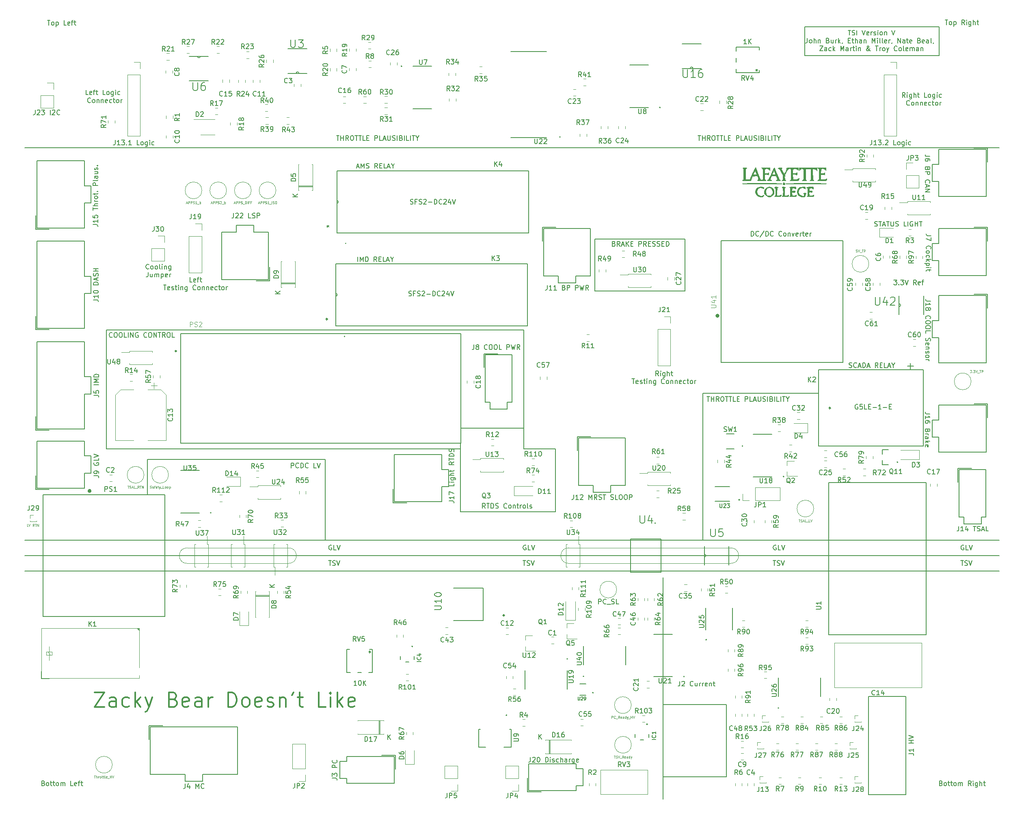
<source format=gbr>
%TF.GenerationSoftware,KiCad,Pcbnew,(5.1.6)-1*%
%TF.CreationDate,2021-02-09T19:00:34-05:00*%
%TF.ProjectId,TSI_Rev.5,5453495f-5265-4762-9e35-2e6b69636164,rev?*%
%TF.SameCoordinates,Original*%
%TF.FileFunction,Legend,Top*%
%TF.FilePolarity,Positive*%
%FSLAX46Y46*%
G04 Gerber Fmt 4.6, Leading zero omitted, Abs format (unit mm)*
G04 Created by KiCad (PCBNEW (5.1.6)-1) date 2021-02-09 19:00:34*
%MOMM*%
%LPD*%
G01*
G04 APERTURE LIST*
%ADD10C,0.300000*%
%ADD11C,0.150000*%
%ADD12C,0.100000*%
%ADD13C,0.125000*%
%ADD14C,0.010000*%
%ADD15C,0.127000*%
%ADD16C,0.400000*%
%ADD17C,0.152400*%
%ADD18C,0.120000*%
%ADD19C,0.145400*%
%ADD20C,0.200000*%
%ADD21C,0.015000*%
G04 APERTURE END LIST*
D10*
X114771714Y-195715142D02*
X116771714Y-195715142D01*
X114771714Y-198715142D01*
X116771714Y-198715142D01*
X119200285Y-198715142D02*
X119200285Y-197143714D01*
X119057428Y-196858000D01*
X118771714Y-196715142D01*
X118200285Y-196715142D01*
X117914571Y-196858000D01*
X119200285Y-198572285D02*
X118914571Y-198715142D01*
X118200285Y-198715142D01*
X117914571Y-198572285D01*
X117771714Y-198286571D01*
X117771714Y-198000857D01*
X117914571Y-197715142D01*
X118200285Y-197572285D01*
X118914571Y-197572285D01*
X119200285Y-197429428D01*
X121914571Y-198572285D02*
X121628857Y-198715142D01*
X121057428Y-198715142D01*
X120771714Y-198572285D01*
X120628857Y-198429428D01*
X120486000Y-198143714D01*
X120486000Y-197286571D01*
X120628857Y-197000857D01*
X120771714Y-196858000D01*
X121057428Y-196715142D01*
X121628857Y-196715142D01*
X121914571Y-196858000D01*
X123200285Y-198715142D02*
X123200285Y-195715142D01*
X123486000Y-197572285D02*
X124343142Y-198715142D01*
X124343142Y-196715142D02*
X123200285Y-197858000D01*
X125343142Y-196715142D02*
X126057428Y-198715142D01*
X126771714Y-196715142D02*
X126057428Y-198715142D01*
X125771714Y-199429428D01*
X125628857Y-199572285D01*
X125343142Y-199715142D01*
X131200285Y-197143714D02*
X131628857Y-197286571D01*
X131771714Y-197429428D01*
X131914571Y-197715142D01*
X131914571Y-198143714D01*
X131771714Y-198429428D01*
X131628857Y-198572285D01*
X131343142Y-198715142D01*
X130200285Y-198715142D01*
X130200285Y-195715142D01*
X131200285Y-195715142D01*
X131486000Y-195858000D01*
X131628857Y-196000857D01*
X131771714Y-196286571D01*
X131771714Y-196572285D01*
X131628857Y-196858000D01*
X131486000Y-197000857D01*
X131200285Y-197143714D01*
X130200285Y-197143714D01*
X134343142Y-198572285D02*
X134057428Y-198715142D01*
X133486000Y-198715142D01*
X133200285Y-198572285D01*
X133057428Y-198286571D01*
X133057428Y-197143714D01*
X133200285Y-196858000D01*
X133486000Y-196715142D01*
X134057428Y-196715142D01*
X134343142Y-196858000D01*
X134486000Y-197143714D01*
X134486000Y-197429428D01*
X133057428Y-197715142D01*
X137057428Y-198715142D02*
X137057428Y-197143714D01*
X136914571Y-196858000D01*
X136628857Y-196715142D01*
X136057428Y-196715142D01*
X135771714Y-196858000D01*
X137057428Y-198572285D02*
X136771714Y-198715142D01*
X136057428Y-198715142D01*
X135771714Y-198572285D01*
X135628857Y-198286571D01*
X135628857Y-198000857D01*
X135771714Y-197715142D01*
X136057428Y-197572285D01*
X136771714Y-197572285D01*
X137057428Y-197429428D01*
X138486000Y-198715142D02*
X138486000Y-196715142D01*
X138486000Y-197286571D02*
X138628857Y-197000857D01*
X138771714Y-196858000D01*
X139057428Y-196715142D01*
X139343142Y-196715142D01*
X142628857Y-198715142D02*
X142628857Y-195715142D01*
X143343142Y-195715142D01*
X143771714Y-195858000D01*
X144057428Y-196143714D01*
X144200285Y-196429428D01*
X144343142Y-197000857D01*
X144343142Y-197429428D01*
X144200285Y-198000857D01*
X144057428Y-198286571D01*
X143771714Y-198572285D01*
X143343142Y-198715142D01*
X142628857Y-198715142D01*
X146057428Y-198715142D02*
X145771714Y-198572285D01*
X145628857Y-198429428D01*
X145486000Y-198143714D01*
X145486000Y-197286571D01*
X145628857Y-197000857D01*
X145771714Y-196858000D01*
X146057428Y-196715142D01*
X146486000Y-196715142D01*
X146771714Y-196858000D01*
X146914571Y-197000857D01*
X147057428Y-197286571D01*
X147057428Y-198143714D01*
X146914571Y-198429428D01*
X146771714Y-198572285D01*
X146486000Y-198715142D01*
X146057428Y-198715142D01*
X149486000Y-198572285D02*
X149200285Y-198715142D01*
X148628857Y-198715142D01*
X148343142Y-198572285D01*
X148200285Y-198286571D01*
X148200285Y-197143714D01*
X148343142Y-196858000D01*
X148628857Y-196715142D01*
X149200285Y-196715142D01*
X149486000Y-196858000D01*
X149628857Y-197143714D01*
X149628857Y-197429428D01*
X148200285Y-197715142D01*
X150771714Y-198572285D02*
X151057428Y-198715142D01*
X151628857Y-198715142D01*
X151914571Y-198572285D01*
X152057428Y-198286571D01*
X152057428Y-198143714D01*
X151914571Y-197858000D01*
X151628857Y-197715142D01*
X151200285Y-197715142D01*
X150914571Y-197572285D01*
X150771714Y-197286571D01*
X150771714Y-197143714D01*
X150914571Y-196858000D01*
X151200285Y-196715142D01*
X151628857Y-196715142D01*
X151914571Y-196858000D01*
X153343142Y-196715142D02*
X153343142Y-198715142D01*
X153343142Y-197000857D02*
X153486000Y-196858000D01*
X153771714Y-196715142D01*
X154200285Y-196715142D01*
X154486000Y-196858000D01*
X154628857Y-197143714D01*
X154628857Y-198715142D01*
X156200285Y-195715142D02*
X155914571Y-196286571D01*
X157057428Y-196715142D02*
X158200285Y-196715142D01*
X157486000Y-195715142D02*
X157486000Y-198286571D01*
X157628857Y-198572285D01*
X157914571Y-198715142D01*
X158200285Y-198715142D01*
X162914571Y-198715142D02*
X161486000Y-198715142D01*
X161486000Y-195715142D01*
X163914571Y-198715142D02*
X163914571Y-196715142D01*
X163914571Y-195715142D02*
X163771714Y-195858000D01*
X163914571Y-196000857D01*
X164057428Y-195858000D01*
X163914571Y-195715142D01*
X163914571Y-196000857D01*
X165343142Y-198715142D02*
X165343142Y-195715142D01*
X165628857Y-197572285D02*
X166485999Y-198715142D01*
X166485999Y-196715142D02*
X165343142Y-197858000D01*
X168914571Y-198572285D02*
X168628857Y-198715142D01*
X168057428Y-198715142D01*
X167771714Y-198572285D01*
X167628857Y-198286571D01*
X167628857Y-197143714D01*
X167771714Y-196858000D01*
X168057428Y-196715142D01*
X168628857Y-196715142D01*
X168914571Y-196858000D01*
X169057428Y-197143714D01*
X169057428Y-197429428D01*
X167628857Y-197715142D01*
D11*
X113411428Y-71001380D02*
X112935238Y-71001380D01*
X112935238Y-70001380D01*
X114125714Y-70953761D02*
X114030476Y-71001380D01*
X113840000Y-71001380D01*
X113744761Y-70953761D01*
X113697142Y-70858523D01*
X113697142Y-70477571D01*
X113744761Y-70382333D01*
X113840000Y-70334714D01*
X114030476Y-70334714D01*
X114125714Y-70382333D01*
X114173333Y-70477571D01*
X114173333Y-70572809D01*
X113697142Y-70668047D01*
X114459047Y-70334714D02*
X114840000Y-70334714D01*
X114601904Y-71001380D02*
X114601904Y-70144238D01*
X114649523Y-70049000D01*
X114744761Y-70001380D01*
X114840000Y-70001380D01*
X115030476Y-70334714D02*
X115411428Y-70334714D01*
X115173333Y-70001380D02*
X115173333Y-70858523D01*
X115220952Y-70953761D01*
X115316190Y-71001380D01*
X115411428Y-71001380D01*
X116982857Y-71001380D02*
X116506666Y-71001380D01*
X116506666Y-70001380D01*
X117459047Y-71001380D02*
X117363809Y-70953761D01*
X117316190Y-70906142D01*
X117268571Y-70810904D01*
X117268571Y-70525190D01*
X117316190Y-70429952D01*
X117363809Y-70382333D01*
X117459047Y-70334714D01*
X117601904Y-70334714D01*
X117697142Y-70382333D01*
X117744761Y-70429952D01*
X117792380Y-70525190D01*
X117792380Y-70810904D01*
X117744761Y-70906142D01*
X117697142Y-70953761D01*
X117601904Y-71001380D01*
X117459047Y-71001380D01*
X118649523Y-70334714D02*
X118649523Y-71144238D01*
X118601904Y-71239476D01*
X118554285Y-71287095D01*
X118459047Y-71334714D01*
X118316190Y-71334714D01*
X118220952Y-71287095D01*
X118649523Y-70953761D02*
X118554285Y-71001380D01*
X118363809Y-71001380D01*
X118268571Y-70953761D01*
X118220952Y-70906142D01*
X118173333Y-70810904D01*
X118173333Y-70525190D01*
X118220952Y-70429952D01*
X118268571Y-70382333D01*
X118363809Y-70334714D01*
X118554285Y-70334714D01*
X118649523Y-70382333D01*
X119125714Y-71001380D02*
X119125714Y-70334714D01*
X119125714Y-70001380D02*
X119078095Y-70049000D01*
X119125714Y-70096619D01*
X119173333Y-70049000D01*
X119125714Y-70001380D01*
X119125714Y-70096619D01*
X120030476Y-70953761D02*
X119935238Y-71001380D01*
X119744761Y-71001380D01*
X119649523Y-70953761D01*
X119601904Y-70906142D01*
X119554285Y-70810904D01*
X119554285Y-70525190D01*
X119601904Y-70429952D01*
X119649523Y-70382333D01*
X119744761Y-70334714D01*
X119935238Y-70334714D01*
X120030476Y-70382333D01*
X113887619Y-72556142D02*
X113840000Y-72603761D01*
X113697142Y-72651380D01*
X113601904Y-72651380D01*
X113459047Y-72603761D01*
X113363809Y-72508523D01*
X113316190Y-72413285D01*
X113268571Y-72222809D01*
X113268571Y-72079952D01*
X113316190Y-71889476D01*
X113363809Y-71794238D01*
X113459047Y-71699000D01*
X113601904Y-71651380D01*
X113697142Y-71651380D01*
X113840000Y-71699000D01*
X113887619Y-71746619D01*
X114459047Y-72651380D02*
X114363809Y-72603761D01*
X114316190Y-72556142D01*
X114268571Y-72460904D01*
X114268571Y-72175190D01*
X114316190Y-72079952D01*
X114363809Y-72032333D01*
X114459047Y-71984714D01*
X114601904Y-71984714D01*
X114697142Y-72032333D01*
X114744761Y-72079952D01*
X114792380Y-72175190D01*
X114792380Y-72460904D01*
X114744761Y-72556142D01*
X114697142Y-72603761D01*
X114601904Y-72651380D01*
X114459047Y-72651380D01*
X115220952Y-71984714D02*
X115220952Y-72651380D01*
X115220952Y-72079952D02*
X115268571Y-72032333D01*
X115363809Y-71984714D01*
X115506666Y-71984714D01*
X115601904Y-72032333D01*
X115649523Y-72127571D01*
X115649523Y-72651380D01*
X116125714Y-71984714D02*
X116125714Y-72651380D01*
X116125714Y-72079952D02*
X116173333Y-72032333D01*
X116268571Y-71984714D01*
X116411428Y-71984714D01*
X116506666Y-72032333D01*
X116554285Y-72127571D01*
X116554285Y-72651380D01*
X117411428Y-72603761D02*
X117316190Y-72651380D01*
X117125714Y-72651380D01*
X117030476Y-72603761D01*
X116982857Y-72508523D01*
X116982857Y-72127571D01*
X117030476Y-72032333D01*
X117125714Y-71984714D01*
X117316190Y-71984714D01*
X117411428Y-72032333D01*
X117459047Y-72127571D01*
X117459047Y-72222809D01*
X116982857Y-72318047D01*
X118316190Y-72603761D02*
X118220952Y-72651380D01*
X118030476Y-72651380D01*
X117935238Y-72603761D01*
X117887619Y-72556142D01*
X117840000Y-72460904D01*
X117840000Y-72175190D01*
X117887619Y-72079952D01*
X117935238Y-72032333D01*
X118030476Y-71984714D01*
X118220952Y-71984714D01*
X118316190Y-72032333D01*
X118601904Y-71984714D02*
X118982857Y-71984714D01*
X118744761Y-71651380D02*
X118744761Y-72508523D01*
X118792380Y-72603761D01*
X118887619Y-72651380D01*
X118982857Y-72651380D01*
X119459047Y-72651380D02*
X119363809Y-72603761D01*
X119316190Y-72556142D01*
X119268571Y-72460904D01*
X119268571Y-72175190D01*
X119316190Y-72079952D01*
X119363809Y-72032333D01*
X119459047Y-71984714D01*
X119601904Y-71984714D01*
X119697142Y-72032333D01*
X119744761Y-72079952D01*
X119792380Y-72175190D01*
X119792380Y-72460904D01*
X119744761Y-72556142D01*
X119697142Y-72603761D01*
X119601904Y-72651380D01*
X119459047Y-72651380D01*
X120220952Y-72651380D02*
X120220952Y-71984714D01*
X120220952Y-72175190D02*
X120268571Y-72079952D01*
X120316190Y-72032333D01*
X120411428Y-71984714D01*
X120506666Y-71984714D01*
X283772457Y-71560180D02*
X283439123Y-71083990D01*
X283201028Y-71560180D02*
X283201028Y-70560180D01*
X283581980Y-70560180D01*
X283677219Y-70607800D01*
X283724838Y-70655419D01*
X283772457Y-70750657D01*
X283772457Y-70893514D01*
X283724838Y-70988752D01*
X283677219Y-71036371D01*
X283581980Y-71083990D01*
X283201028Y-71083990D01*
X284201028Y-71560180D02*
X284201028Y-70893514D01*
X284201028Y-70560180D02*
X284153409Y-70607800D01*
X284201028Y-70655419D01*
X284248647Y-70607800D01*
X284201028Y-70560180D01*
X284201028Y-70655419D01*
X285105790Y-70893514D02*
X285105790Y-71703038D01*
X285058171Y-71798276D01*
X285010552Y-71845895D01*
X284915314Y-71893514D01*
X284772457Y-71893514D01*
X284677219Y-71845895D01*
X285105790Y-71512561D02*
X285010552Y-71560180D01*
X284820076Y-71560180D01*
X284724838Y-71512561D01*
X284677219Y-71464942D01*
X284629600Y-71369704D01*
X284629600Y-71083990D01*
X284677219Y-70988752D01*
X284724838Y-70941133D01*
X284820076Y-70893514D01*
X285010552Y-70893514D01*
X285105790Y-70941133D01*
X285581980Y-71560180D02*
X285581980Y-70560180D01*
X286010552Y-71560180D02*
X286010552Y-71036371D01*
X285962933Y-70941133D01*
X285867695Y-70893514D01*
X285724838Y-70893514D01*
X285629600Y-70941133D01*
X285581980Y-70988752D01*
X286343885Y-70893514D02*
X286724838Y-70893514D01*
X286486742Y-70560180D02*
X286486742Y-71417323D01*
X286534361Y-71512561D01*
X286629600Y-71560180D01*
X286724838Y-71560180D01*
X288296266Y-71560180D02*
X287820076Y-71560180D01*
X287820076Y-70560180D01*
X288772457Y-71560180D02*
X288677219Y-71512561D01*
X288629600Y-71464942D01*
X288581980Y-71369704D01*
X288581980Y-71083990D01*
X288629600Y-70988752D01*
X288677219Y-70941133D01*
X288772457Y-70893514D01*
X288915314Y-70893514D01*
X289010552Y-70941133D01*
X289058171Y-70988752D01*
X289105790Y-71083990D01*
X289105790Y-71369704D01*
X289058171Y-71464942D01*
X289010552Y-71512561D01*
X288915314Y-71560180D01*
X288772457Y-71560180D01*
X289962933Y-70893514D02*
X289962933Y-71703038D01*
X289915314Y-71798276D01*
X289867695Y-71845895D01*
X289772457Y-71893514D01*
X289629600Y-71893514D01*
X289534361Y-71845895D01*
X289962933Y-71512561D02*
X289867695Y-71560180D01*
X289677219Y-71560180D01*
X289581980Y-71512561D01*
X289534361Y-71464942D01*
X289486742Y-71369704D01*
X289486742Y-71083990D01*
X289534361Y-70988752D01*
X289581980Y-70941133D01*
X289677219Y-70893514D01*
X289867695Y-70893514D01*
X289962933Y-70941133D01*
X290439123Y-71560180D02*
X290439123Y-70893514D01*
X290439123Y-70560180D02*
X290391504Y-70607800D01*
X290439123Y-70655419D01*
X290486742Y-70607800D01*
X290439123Y-70560180D01*
X290439123Y-70655419D01*
X291343885Y-71512561D02*
X291248647Y-71560180D01*
X291058171Y-71560180D01*
X290962933Y-71512561D01*
X290915314Y-71464942D01*
X290867695Y-71369704D01*
X290867695Y-71083990D01*
X290915314Y-70988752D01*
X290962933Y-70941133D01*
X291058171Y-70893514D01*
X291248647Y-70893514D01*
X291343885Y-70941133D01*
X284677219Y-73114942D02*
X284629600Y-73162561D01*
X284486742Y-73210180D01*
X284391504Y-73210180D01*
X284248647Y-73162561D01*
X284153409Y-73067323D01*
X284105790Y-72972085D01*
X284058171Y-72781609D01*
X284058171Y-72638752D01*
X284105790Y-72448276D01*
X284153409Y-72353038D01*
X284248647Y-72257800D01*
X284391504Y-72210180D01*
X284486742Y-72210180D01*
X284629600Y-72257800D01*
X284677219Y-72305419D01*
X285248647Y-73210180D02*
X285153409Y-73162561D01*
X285105790Y-73114942D01*
X285058171Y-73019704D01*
X285058171Y-72733990D01*
X285105790Y-72638752D01*
X285153409Y-72591133D01*
X285248647Y-72543514D01*
X285391504Y-72543514D01*
X285486742Y-72591133D01*
X285534361Y-72638752D01*
X285581980Y-72733990D01*
X285581980Y-73019704D01*
X285534361Y-73114942D01*
X285486742Y-73162561D01*
X285391504Y-73210180D01*
X285248647Y-73210180D01*
X286010552Y-72543514D02*
X286010552Y-73210180D01*
X286010552Y-72638752D02*
X286058171Y-72591133D01*
X286153409Y-72543514D01*
X286296266Y-72543514D01*
X286391504Y-72591133D01*
X286439123Y-72686371D01*
X286439123Y-73210180D01*
X286915314Y-72543514D02*
X286915314Y-73210180D01*
X286915314Y-72638752D02*
X286962933Y-72591133D01*
X287058171Y-72543514D01*
X287201028Y-72543514D01*
X287296266Y-72591133D01*
X287343885Y-72686371D01*
X287343885Y-73210180D01*
X288201028Y-73162561D02*
X288105790Y-73210180D01*
X287915314Y-73210180D01*
X287820076Y-73162561D01*
X287772457Y-73067323D01*
X287772457Y-72686371D01*
X287820076Y-72591133D01*
X287915314Y-72543514D01*
X288105790Y-72543514D01*
X288201028Y-72591133D01*
X288248647Y-72686371D01*
X288248647Y-72781609D01*
X287772457Y-72876847D01*
X289105790Y-73162561D02*
X289010552Y-73210180D01*
X288820076Y-73210180D01*
X288724838Y-73162561D01*
X288677219Y-73114942D01*
X288629600Y-73019704D01*
X288629600Y-72733990D01*
X288677219Y-72638752D01*
X288724838Y-72591133D01*
X288820076Y-72543514D01*
X289010552Y-72543514D01*
X289105790Y-72591133D01*
X289391504Y-72543514D02*
X289772457Y-72543514D01*
X289534361Y-72210180D02*
X289534361Y-73067323D01*
X289581980Y-73162561D01*
X289677219Y-73210180D01*
X289772457Y-73210180D01*
X290248647Y-73210180D02*
X290153409Y-73162561D01*
X290105790Y-73114942D01*
X290058171Y-73019704D01*
X290058171Y-72733990D01*
X290105790Y-72638752D01*
X290153409Y-72591133D01*
X290248647Y-72543514D01*
X290391504Y-72543514D01*
X290486742Y-72591133D01*
X290534361Y-72638752D01*
X290581980Y-72733990D01*
X290581980Y-73019704D01*
X290534361Y-73114942D01*
X290486742Y-73162561D01*
X290391504Y-73210180D01*
X290248647Y-73210180D01*
X291010552Y-73210180D02*
X291010552Y-72543514D01*
X291010552Y-72733990D02*
X291058171Y-72638752D01*
X291105790Y-72591133D01*
X291201028Y-72543514D01*
X291296266Y-72543514D01*
X240566061Y-79525880D02*
X241137490Y-79525880D01*
X240851776Y-80525880D02*
X240851776Y-79525880D01*
X241470823Y-80525880D02*
X241470823Y-79525880D01*
X241470823Y-80002071D02*
X242042252Y-80002071D01*
X242042252Y-80525880D02*
X242042252Y-79525880D01*
X243089871Y-80525880D02*
X242756538Y-80049690D01*
X242518442Y-80525880D02*
X242518442Y-79525880D01*
X242899395Y-79525880D01*
X242994633Y-79573500D01*
X243042252Y-79621119D01*
X243089871Y-79716357D01*
X243089871Y-79859214D01*
X243042252Y-79954452D01*
X242994633Y-80002071D01*
X242899395Y-80049690D01*
X242518442Y-80049690D01*
X243708919Y-79525880D02*
X243899395Y-79525880D01*
X243994633Y-79573500D01*
X244089871Y-79668738D01*
X244137490Y-79859214D01*
X244137490Y-80192547D01*
X244089871Y-80383023D01*
X243994633Y-80478261D01*
X243899395Y-80525880D01*
X243708919Y-80525880D01*
X243613680Y-80478261D01*
X243518442Y-80383023D01*
X243470823Y-80192547D01*
X243470823Y-79859214D01*
X243518442Y-79668738D01*
X243613680Y-79573500D01*
X243708919Y-79525880D01*
X244423204Y-79525880D02*
X244994633Y-79525880D01*
X244708919Y-80525880D02*
X244708919Y-79525880D01*
X245185109Y-79525880D02*
X245756538Y-79525880D01*
X245470823Y-80525880D02*
X245470823Y-79525880D01*
X246566061Y-80525880D02*
X246089871Y-80525880D01*
X246089871Y-79525880D01*
X246899395Y-80002071D02*
X247232728Y-80002071D01*
X247375585Y-80525880D02*
X246899395Y-80525880D01*
X246899395Y-79525880D01*
X247375585Y-79525880D01*
X248566061Y-80525880D02*
X248566061Y-79525880D01*
X248947014Y-79525880D01*
X249042252Y-79573500D01*
X249089871Y-79621119D01*
X249137490Y-79716357D01*
X249137490Y-79859214D01*
X249089871Y-79954452D01*
X249042252Y-80002071D01*
X248947014Y-80049690D01*
X248566061Y-80049690D01*
X250042252Y-80525880D02*
X249566061Y-80525880D01*
X249566061Y-79525880D01*
X250327966Y-80240166D02*
X250804157Y-80240166D01*
X250232728Y-80525880D02*
X250566061Y-79525880D01*
X250899395Y-80525880D01*
X251232728Y-79525880D02*
X251232728Y-80335404D01*
X251280347Y-80430642D01*
X251327966Y-80478261D01*
X251423204Y-80525880D01*
X251613680Y-80525880D01*
X251708919Y-80478261D01*
X251756538Y-80430642D01*
X251804157Y-80335404D01*
X251804157Y-79525880D01*
X252232728Y-80478261D02*
X252375585Y-80525880D01*
X252613680Y-80525880D01*
X252708919Y-80478261D01*
X252756538Y-80430642D01*
X252804157Y-80335404D01*
X252804157Y-80240166D01*
X252756538Y-80144928D01*
X252708919Y-80097309D01*
X252613680Y-80049690D01*
X252423204Y-80002071D01*
X252327966Y-79954452D01*
X252280347Y-79906833D01*
X252232728Y-79811595D01*
X252232728Y-79716357D01*
X252280347Y-79621119D01*
X252327966Y-79573500D01*
X252423204Y-79525880D01*
X252661300Y-79525880D01*
X252804157Y-79573500D01*
X253232728Y-80525880D02*
X253232728Y-79525880D01*
X254042252Y-80002071D02*
X254185109Y-80049690D01*
X254232728Y-80097309D01*
X254280347Y-80192547D01*
X254280347Y-80335404D01*
X254232728Y-80430642D01*
X254185109Y-80478261D01*
X254089871Y-80525880D01*
X253708919Y-80525880D01*
X253708919Y-79525880D01*
X254042252Y-79525880D01*
X254137490Y-79573500D01*
X254185109Y-79621119D01*
X254232728Y-79716357D01*
X254232728Y-79811595D01*
X254185109Y-79906833D01*
X254137490Y-79954452D01*
X254042252Y-80002071D01*
X253708919Y-80002071D01*
X254708919Y-80525880D02*
X254708919Y-79525880D01*
X255661300Y-80525880D02*
X255185109Y-80525880D01*
X255185109Y-79525880D01*
X255994633Y-80525880D02*
X255994633Y-79525880D01*
X256327966Y-79525880D02*
X256899395Y-79525880D01*
X256613680Y-80525880D02*
X256613680Y-79525880D01*
X257423204Y-80049690D02*
X257423204Y-80525880D01*
X257089871Y-79525880D02*
X257423204Y-80049690D01*
X257756538Y-79525880D01*
X126066800Y-107278942D02*
X126019180Y-107326561D01*
X125876323Y-107374180D01*
X125781085Y-107374180D01*
X125638228Y-107326561D01*
X125542990Y-107231323D01*
X125495371Y-107136085D01*
X125447752Y-106945609D01*
X125447752Y-106802752D01*
X125495371Y-106612276D01*
X125542990Y-106517038D01*
X125638228Y-106421800D01*
X125781085Y-106374180D01*
X125876323Y-106374180D01*
X126019180Y-106421800D01*
X126066800Y-106469419D01*
X126638228Y-107374180D02*
X126542990Y-107326561D01*
X126495371Y-107278942D01*
X126447752Y-107183704D01*
X126447752Y-106897990D01*
X126495371Y-106802752D01*
X126542990Y-106755133D01*
X126638228Y-106707514D01*
X126781085Y-106707514D01*
X126876323Y-106755133D01*
X126923942Y-106802752D01*
X126971561Y-106897990D01*
X126971561Y-107183704D01*
X126923942Y-107278942D01*
X126876323Y-107326561D01*
X126781085Y-107374180D01*
X126638228Y-107374180D01*
X127542990Y-107374180D02*
X127447752Y-107326561D01*
X127400133Y-107278942D01*
X127352514Y-107183704D01*
X127352514Y-106897990D01*
X127400133Y-106802752D01*
X127447752Y-106755133D01*
X127542990Y-106707514D01*
X127685847Y-106707514D01*
X127781085Y-106755133D01*
X127828704Y-106802752D01*
X127876323Y-106897990D01*
X127876323Y-107183704D01*
X127828704Y-107278942D01*
X127781085Y-107326561D01*
X127685847Y-107374180D01*
X127542990Y-107374180D01*
X128447752Y-107374180D02*
X128352514Y-107326561D01*
X128304895Y-107231323D01*
X128304895Y-106374180D01*
X128828704Y-107374180D02*
X128828704Y-106707514D01*
X128828704Y-106374180D02*
X128781085Y-106421800D01*
X128828704Y-106469419D01*
X128876323Y-106421800D01*
X128828704Y-106374180D01*
X128828704Y-106469419D01*
X129304895Y-106707514D02*
X129304895Y-107374180D01*
X129304895Y-106802752D02*
X129352514Y-106755133D01*
X129447752Y-106707514D01*
X129590609Y-106707514D01*
X129685847Y-106755133D01*
X129733466Y-106850371D01*
X129733466Y-107374180D01*
X130638228Y-106707514D02*
X130638228Y-107517038D01*
X130590609Y-107612276D01*
X130542990Y-107659895D01*
X130447752Y-107707514D01*
X130304895Y-107707514D01*
X130209657Y-107659895D01*
X130638228Y-107326561D02*
X130542990Y-107374180D01*
X130352514Y-107374180D01*
X130257276Y-107326561D01*
X130209657Y-107278942D01*
X130162038Y-107183704D01*
X130162038Y-106897990D01*
X130209657Y-106802752D01*
X130257276Y-106755133D01*
X130352514Y-106707514D01*
X130542990Y-106707514D01*
X130638228Y-106755133D01*
X125900133Y-108024180D02*
X125900133Y-108738466D01*
X125852514Y-108881323D01*
X125757276Y-108976561D01*
X125614419Y-109024180D01*
X125519180Y-109024180D01*
X126804895Y-108357514D02*
X126804895Y-109024180D01*
X126376323Y-108357514D02*
X126376323Y-108881323D01*
X126423942Y-108976561D01*
X126519180Y-109024180D01*
X126662038Y-109024180D01*
X126757276Y-108976561D01*
X126804895Y-108928942D01*
X127281085Y-109024180D02*
X127281085Y-108357514D01*
X127281085Y-108452752D02*
X127328704Y-108405133D01*
X127423942Y-108357514D01*
X127566800Y-108357514D01*
X127662038Y-108405133D01*
X127709657Y-108500371D01*
X127709657Y-109024180D01*
X127709657Y-108500371D02*
X127757276Y-108405133D01*
X127852514Y-108357514D01*
X127995371Y-108357514D01*
X128090609Y-108405133D01*
X128138228Y-108500371D01*
X128138228Y-109024180D01*
X128614419Y-108357514D02*
X128614419Y-109357514D01*
X128614419Y-108405133D02*
X128709657Y-108357514D01*
X128900133Y-108357514D01*
X128995371Y-108405133D01*
X129042990Y-108452752D01*
X129090609Y-108547990D01*
X129090609Y-108833704D01*
X129042990Y-108928942D01*
X128995371Y-108976561D01*
X128900133Y-109024180D01*
X128709657Y-109024180D01*
X128614419Y-108976561D01*
X129900133Y-108976561D02*
X129804895Y-109024180D01*
X129614419Y-109024180D01*
X129519180Y-108976561D01*
X129471561Y-108881323D01*
X129471561Y-108500371D01*
X129519180Y-108405133D01*
X129614419Y-108357514D01*
X129804895Y-108357514D01*
X129900133Y-108405133D01*
X129947752Y-108500371D01*
X129947752Y-108595609D01*
X129471561Y-108690847D01*
X130376323Y-109024180D02*
X130376323Y-108357514D01*
X130376323Y-108547990D02*
X130423942Y-108452752D01*
X130471561Y-108405133D01*
X130566800Y-108357514D01*
X130662038Y-108357514D01*
X135097923Y-110066580D02*
X134621733Y-110066580D01*
X134621733Y-109066580D01*
X135812209Y-110018961D02*
X135716971Y-110066580D01*
X135526495Y-110066580D01*
X135431257Y-110018961D01*
X135383638Y-109923723D01*
X135383638Y-109542771D01*
X135431257Y-109447533D01*
X135526495Y-109399914D01*
X135716971Y-109399914D01*
X135812209Y-109447533D01*
X135859828Y-109542771D01*
X135859828Y-109638009D01*
X135383638Y-109733247D01*
X136145542Y-109399914D02*
X136526495Y-109399914D01*
X136288400Y-110066580D02*
X136288400Y-109209438D01*
X136336019Y-109114200D01*
X136431257Y-109066580D01*
X136526495Y-109066580D01*
X136716971Y-109399914D02*
X137097923Y-109399914D01*
X136859828Y-109066580D02*
X136859828Y-109923723D01*
X136907447Y-110018961D01*
X137002685Y-110066580D01*
X137097923Y-110066580D01*
X129097923Y-110716580D02*
X129669352Y-110716580D01*
X129383638Y-111716580D02*
X129383638Y-110716580D01*
X130383638Y-111668961D02*
X130288400Y-111716580D01*
X130097923Y-111716580D01*
X130002685Y-111668961D01*
X129955066Y-111573723D01*
X129955066Y-111192771D01*
X130002685Y-111097533D01*
X130097923Y-111049914D01*
X130288400Y-111049914D01*
X130383638Y-111097533D01*
X130431257Y-111192771D01*
X130431257Y-111288009D01*
X129955066Y-111383247D01*
X130812209Y-111668961D02*
X130907447Y-111716580D01*
X131097923Y-111716580D01*
X131193161Y-111668961D01*
X131240780Y-111573723D01*
X131240780Y-111526104D01*
X131193161Y-111430866D01*
X131097923Y-111383247D01*
X130955066Y-111383247D01*
X130859828Y-111335628D01*
X130812209Y-111240390D01*
X130812209Y-111192771D01*
X130859828Y-111097533D01*
X130955066Y-111049914D01*
X131097923Y-111049914D01*
X131193161Y-111097533D01*
X131526495Y-111049914D02*
X131907447Y-111049914D01*
X131669352Y-110716580D02*
X131669352Y-111573723D01*
X131716971Y-111668961D01*
X131812209Y-111716580D01*
X131907447Y-111716580D01*
X132240780Y-111716580D02*
X132240780Y-111049914D01*
X132240780Y-110716580D02*
X132193161Y-110764200D01*
X132240780Y-110811819D01*
X132288400Y-110764200D01*
X132240780Y-110716580D01*
X132240780Y-110811819D01*
X132716971Y-111049914D02*
X132716971Y-111716580D01*
X132716971Y-111145152D02*
X132764590Y-111097533D01*
X132859828Y-111049914D01*
X133002685Y-111049914D01*
X133097923Y-111097533D01*
X133145542Y-111192771D01*
X133145542Y-111716580D01*
X134050304Y-111049914D02*
X134050304Y-111859438D01*
X134002685Y-111954676D01*
X133955066Y-112002295D01*
X133859828Y-112049914D01*
X133716971Y-112049914D01*
X133621733Y-112002295D01*
X134050304Y-111668961D02*
X133955066Y-111716580D01*
X133764590Y-111716580D01*
X133669352Y-111668961D01*
X133621733Y-111621342D01*
X133574114Y-111526104D01*
X133574114Y-111240390D01*
X133621733Y-111145152D01*
X133669352Y-111097533D01*
X133764590Y-111049914D01*
X133955066Y-111049914D01*
X134050304Y-111097533D01*
X135859828Y-111621342D02*
X135812209Y-111668961D01*
X135669352Y-111716580D01*
X135574114Y-111716580D01*
X135431257Y-111668961D01*
X135336019Y-111573723D01*
X135288400Y-111478485D01*
X135240780Y-111288009D01*
X135240780Y-111145152D01*
X135288400Y-110954676D01*
X135336019Y-110859438D01*
X135431257Y-110764200D01*
X135574114Y-110716580D01*
X135669352Y-110716580D01*
X135812209Y-110764200D01*
X135859828Y-110811819D01*
X136431257Y-111716580D02*
X136336019Y-111668961D01*
X136288400Y-111621342D01*
X136240780Y-111526104D01*
X136240780Y-111240390D01*
X136288400Y-111145152D01*
X136336019Y-111097533D01*
X136431257Y-111049914D01*
X136574114Y-111049914D01*
X136669352Y-111097533D01*
X136716971Y-111145152D01*
X136764590Y-111240390D01*
X136764590Y-111526104D01*
X136716971Y-111621342D01*
X136669352Y-111668961D01*
X136574114Y-111716580D01*
X136431257Y-111716580D01*
X137193161Y-111049914D02*
X137193161Y-111716580D01*
X137193161Y-111145152D02*
X137240780Y-111097533D01*
X137336019Y-111049914D01*
X137478876Y-111049914D01*
X137574114Y-111097533D01*
X137621733Y-111192771D01*
X137621733Y-111716580D01*
X138097923Y-111049914D02*
X138097923Y-111716580D01*
X138097923Y-111145152D02*
X138145542Y-111097533D01*
X138240780Y-111049914D01*
X138383638Y-111049914D01*
X138478876Y-111097533D01*
X138526495Y-111192771D01*
X138526495Y-111716580D01*
X139383638Y-111668961D02*
X139288400Y-111716580D01*
X139097923Y-111716580D01*
X139002685Y-111668961D01*
X138955066Y-111573723D01*
X138955066Y-111192771D01*
X139002685Y-111097533D01*
X139097923Y-111049914D01*
X139288400Y-111049914D01*
X139383638Y-111097533D01*
X139431257Y-111192771D01*
X139431257Y-111288009D01*
X138955066Y-111383247D01*
X140288400Y-111668961D02*
X140193161Y-111716580D01*
X140002685Y-111716580D01*
X139907447Y-111668961D01*
X139859828Y-111621342D01*
X139812209Y-111526104D01*
X139812209Y-111240390D01*
X139859828Y-111145152D01*
X139907447Y-111097533D01*
X140002685Y-111049914D01*
X140193161Y-111049914D01*
X140288400Y-111097533D01*
X140574114Y-111049914D02*
X140955066Y-111049914D01*
X140716971Y-110716580D02*
X140716971Y-111573723D01*
X140764590Y-111668961D01*
X140859828Y-111716580D01*
X140955066Y-111716580D01*
X141431257Y-111716580D02*
X141336019Y-111668961D01*
X141288400Y-111621342D01*
X141240780Y-111526104D01*
X141240780Y-111240390D01*
X141288400Y-111145152D01*
X141336019Y-111097533D01*
X141431257Y-111049914D01*
X141574114Y-111049914D01*
X141669352Y-111097533D01*
X141716971Y-111145152D01*
X141764590Y-111240390D01*
X141764590Y-111526104D01*
X141716971Y-111621342D01*
X141669352Y-111668961D01*
X141574114Y-111716580D01*
X141431257Y-111716580D01*
X142193161Y-111716580D02*
X142193161Y-111049914D01*
X142193161Y-111240390D02*
X142240780Y-111145152D01*
X142288400Y-111097533D01*
X142383638Y-111049914D01*
X142478876Y-111049914D01*
X232357752Y-129624580D02*
X232024419Y-129148390D01*
X231786323Y-129624580D02*
X231786323Y-128624580D01*
X232167276Y-128624580D01*
X232262514Y-128672200D01*
X232310133Y-128719819D01*
X232357752Y-128815057D01*
X232357752Y-128957914D01*
X232310133Y-129053152D01*
X232262514Y-129100771D01*
X232167276Y-129148390D01*
X231786323Y-129148390D01*
X232786323Y-129624580D02*
X232786323Y-128957914D01*
X232786323Y-128624580D02*
X232738704Y-128672200D01*
X232786323Y-128719819D01*
X232833942Y-128672200D01*
X232786323Y-128624580D01*
X232786323Y-128719819D01*
X233691085Y-128957914D02*
X233691085Y-129767438D01*
X233643466Y-129862676D01*
X233595847Y-129910295D01*
X233500609Y-129957914D01*
X233357752Y-129957914D01*
X233262514Y-129910295D01*
X233691085Y-129576961D02*
X233595847Y-129624580D01*
X233405371Y-129624580D01*
X233310133Y-129576961D01*
X233262514Y-129529342D01*
X233214895Y-129434104D01*
X233214895Y-129148390D01*
X233262514Y-129053152D01*
X233310133Y-129005533D01*
X233405371Y-128957914D01*
X233595847Y-128957914D01*
X233691085Y-129005533D01*
X234167276Y-129624580D02*
X234167276Y-128624580D01*
X234595847Y-129624580D02*
X234595847Y-129100771D01*
X234548228Y-129005533D01*
X234452990Y-128957914D01*
X234310133Y-128957914D01*
X234214895Y-129005533D01*
X234167276Y-129053152D01*
X234929180Y-128957914D02*
X235310133Y-128957914D01*
X235072038Y-128624580D02*
X235072038Y-129481723D01*
X235119657Y-129576961D01*
X235214895Y-129624580D01*
X235310133Y-129624580D01*
X226786323Y-130274580D02*
X227357752Y-130274580D01*
X227072038Y-131274580D02*
X227072038Y-130274580D01*
X228072038Y-131226961D02*
X227976800Y-131274580D01*
X227786323Y-131274580D01*
X227691085Y-131226961D01*
X227643466Y-131131723D01*
X227643466Y-130750771D01*
X227691085Y-130655533D01*
X227786323Y-130607914D01*
X227976800Y-130607914D01*
X228072038Y-130655533D01*
X228119657Y-130750771D01*
X228119657Y-130846009D01*
X227643466Y-130941247D01*
X228500609Y-131226961D02*
X228595847Y-131274580D01*
X228786323Y-131274580D01*
X228881561Y-131226961D01*
X228929180Y-131131723D01*
X228929180Y-131084104D01*
X228881561Y-130988866D01*
X228786323Y-130941247D01*
X228643466Y-130941247D01*
X228548228Y-130893628D01*
X228500609Y-130798390D01*
X228500609Y-130750771D01*
X228548228Y-130655533D01*
X228643466Y-130607914D01*
X228786323Y-130607914D01*
X228881561Y-130655533D01*
X229214895Y-130607914D02*
X229595847Y-130607914D01*
X229357752Y-130274580D02*
X229357752Y-131131723D01*
X229405371Y-131226961D01*
X229500609Y-131274580D01*
X229595847Y-131274580D01*
X229929180Y-131274580D02*
X229929180Y-130607914D01*
X229929180Y-130274580D02*
X229881561Y-130322200D01*
X229929180Y-130369819D01*
X229976800Y-130322200D01*
X229929180Y-130274580D01*
X229929180Y-130369819D01*
X230405371Y-130607914D02*
X230405371Y-131274580D01*
X230405371Y-130703152D02*
X230452990Y-130655533D01*
X230548228Y-130607914D01*
X230691085Y-130607914D01*
X230786323Y-130655533D01*
X230833942Y-130750771D01*
X230833942Y-131274580D01*
X231738704Y-130607914D02*
X231738704Y-131417438D01*
X231691085Y-131512676D01*
X231643466Y-131560295D01*
X231548228Y-131607914D01*
X231405371Y-131607914D01*
X231310133Y-131560295D01*
X231738704Y-131226961D02*
X231643466Y-131274580D01*
X231452990Y-131274580D01*
X231357752Y-131226961D01*
X231310133Y-131179342D01*
X231262514Y-131084104D01*
X231262514Y-130798390D01*
X231310133Y-130703152D01*
X231357752Y-130655533D01*
X231452990Y-130607914D01*
X231643466Y-130607914D01*
X231738704Y-130655533D01*
X233548228Y-131179342D02*
X233500609Y-131226961D01*
X233357752Y-131274580D01*
X233262514Y-131274580D01*
X233119657Y-131226961D01*
X233024419Y-131131723D01*
X232976800Y-131036485D01*
X232929180Y-130846009D01*
X232929180Y-130703152D01*
X232976800Y-130512676D01*
X233024419Y-130417438D01*
X233119657Y-130322200D01*
X233262514Y-130274580D01*
X233357752Y-130274580D01*
X233500609Y-130322200D01*
X233548228Y-130369819D01*
X234119657Y-131274580D02*
X234024419Y-131226961D01*
X233976800Y-131179342D01*
X233929180Y-131084104D01*
X233929180Y-130798390D01*
X233976800Y-130703152D01*
X234024419Y-130655533D01*
X234119657Y-130607914D01*
X234262514Y-130607914D01*
X234357752Y-130655533D01*
X234405371Y-130703152D01*
X234452990Y-130798390D01*
X234452990Y-131084104D01*
X234405371Y-131179342D01*
X234357752Y-131226961D01*
X234262514Y-131274580D01*
X234119657Y-131274580D01*
X234881561Y-130607914D02*
X234881561Y-131274580D01*
X234881561Y-130703152D02*
X234929180Y-130655533D01*
X235024419Y-130607914D01*
X235167276Y-130607914D01*
X235262514Y-130655533D01*
X235310133Y-130750771D01*
X235310133Y-131274580D01*
X235786323Y-130607914D02*
X235786323Y-131274580D01*
X235786323Y-130703152D02*
X235833942Y-130655533D01*
X235929180Y-130607914D01*
X236072038Y-130607914D01*
X236167276Y-130655533D01*
X236214895Y-130750771D01*
X236214895Y-131274580D01*
X237072038Y-131226961D02*
X236976800Y-131274580D01*
X236786323Y-131274580D01*
X236691085Y-131226961D01*
X236643466Y-131131723D01*
X236643466Y-130750771D01*
X236691085Y-130655533D01*
X236786323Y-130607914D01*
X236976800Y-130607914D01*
X237072038Y-130655533D01*
X237119657Y-130750771D01*
X237119657Y-130846009D01*
X236643466Y-130941247D01*
X237976800Y-131226961D02*
X237881561Y-131274580D01*
X237691085Y-131274580D01*
X237595847Y-131226961D01*
X237548228Y-131179342D01*
X237500609Y-131084104D01*
X237500609Y-130798390D01*
X237548228Y-130703152D01*
X237595847Y-130655533D01*
X237691085Y-130607914D01*
X237881561Y-130607914D01*
X237976800Y-130655533D01*
X238262514Y-130607914D02*
X238643466Y-130607914D01*
X238405371Y-130274580D02*
X238405371Y-131131723D01*
X238452990Y-131226961D01*
X238548228Y-131274580D01*
X238643466Y-131274580D01*
X239119657Y-131274580D02*
X239024419Y-131226961D01*
X238976800Y-131179342D01*
X238929180Y-131084104D01*
X238929180Y-130798390D01*
X238976800Y-130703152D01*
X239024419Y-130655533D01*
X239119657Y-130607914D01*
X239262514Y-130607914D01*
X239357752Y-130655533D01*
X239405371Y-130703152D01*
X239452990Y-130798390D01*
X239452990Y-131084104D01*
X239405371Y-131179342D01*
X239357752Y-131226961D01*
X239262514Y-131274580D01*
X239119657Y-131274580D01*
X239881561Y-131274580D02*
X239881561Y-130607914D01*
X239881561Y-130798390D02*
X239929180Y-130703152D01*
X239976800Y-130655533D01*
X240072038Y-130607914D01*
X240167276Y-130607914D01*
X288939219Y-137582685D02*
X288224933Y-137582685D01*
X288082076Y-137535066D01*
X287986838Y-137439828D01*
X287939219Y-137296971D01*
X287939219Y-137201733D01*
X287939219Y-138582685D02*
X287939219Y-138011257D01*
X287939219Y-138296971D02*
X288939219Y-138296971D01*
X288796361Y-138201733D01*
X288701123Y-138106495D01*
X288653504Y-138011257D01*
X288939219Y-139439828D02*
X288939219Y-139249352D01*
X288891600Y-139154114D01*
X288843980Y-139106495D01*
X288701123Y-139011257D01*
X288510647Y-138963638D01*
X288129695Y-138963638D01*
X288034457Y-139011257D01*
X287986838Y-139058876D01*
X287939219Y-139154114D01*
X287939219Y-139344590D01*
X287986838Y-139439828D01*
X288034457Y-139487447D01*
X288129695Y-139535066D01*
X288367790Y-139535066D01*
X288463028Y-139487447D01*
X288510647Y-139439828D01*
X288558266Y-139344590D01*
X288558266Y-139154114D01*
X288510647Y-139058876D01*
X288463028Y-139011257D01*
X288367790Y-138963638D01*
X288463028Y-141058876D02*
X288415409Y-141201733D01*
X288367790Y-141249352D01*
X288272552Y-141296971D01*
X288129695Y-141296971D01*
X288034457Y-141249352D01*
X287986838Y-141201733D01*
X287939219Y-141106495D01*
X287939219Y-140725542D01*
X288939219Y-140725542D01*
X288939219Y-141058876D01*
X288891600Y-141154114D01*
X288843980Y-141201733D01*
X288748742Y-141249352D01*
X288653504Y-141249352D01*
X288558266Y-141201733D01*
X288510647Y-141154114D01*
X288463028Y-141058876D01*
X288463028Y-140725542D01*
X287939219Y-141725542D02*
X288605885Y-141725542D01*
X288415409Y-141725542D02*
X288510647Y-141773161D01*
X288558266Y-141820780D01*
X288605885Y-141916019D01*
X288605885Y-142011257D01*
X287939219Y-142773161D02*
X288463028Y-142773161D01*
X288558266Y-142725542D01*
X288605885Y-142630304D01*
X288605885Y-142439828D01*
X288558266Y-142344590D01*
X287986838Y-142773161D02*
X287939219Y-142677923D01*
X287939219Y-142439828D01*
X287986838Y-142344590D01*
X288082076Y-142296971D01*
X288177314Y-142296971D01*
X288272552Y-142344590D01*
X288320171Y-142439828D01*
X288320171Y-142677923D01*
X288367790Y-142773161D01*
X287939219Y-143249352D02*
X288939219Y-143249352D01*
X288320171Y-143344590D02*
X287939219Y-143630304D01*
X288605885Y-143630304D02*
X288224933Y-143249352D01*
X287986838Y-144439828D02*
X287939219Y-144344590D01*
X287939219Y-144154114D01*
X287986838Y-144058876D01*
X288082076Y-144011257D01*
X288463028Y-144011257D01*
X288558266Y-144058876D01*
X288605885Y-144154114D01*
X288605885Y-144344590D01*
X288558266Y-144439828D01*
X288463028Y-144487447D01*
X288367790Y-144487447D01*
X288272552Y-144011257D01*
X281408571Y-109637580D02*
X282027619Y-109637580D01*
X281694285Y-110018533D01*
X281837142Y-110018533D01*
X281932380Y-110066152D01*
X281980000Y-110113771D01*
X282027619Y-110209009D01*
X282027619Y-110447104D01*
X281980000Y-110542342D01*
X281932380Y-110589961D01*
X281837142Y-110637580D01*
X281551428Y-110637580D01*
X281456190Y-110589961D01*
X281408571Y-110542342D01*
X282456190Y-110542342D02*
X282503809Y-110589961D01*
X282456190Y-110637580D01*
X282408571Y-110589961D01*
X282456190Y-110542342D01*
X282456190Y-110637580D01*
X282837142Y-109637580D02*
X283456190Y-109637580D01*
X283122857Y-110018533D01*
X283265714Y-110018533D01*
X283360952Y-110066152D01*
X283408571Y-110113771D01*
X283456190Y-110209009D01*
X283456190Y-110447104D01*
X283408571Y-110542342D01*
X283360952Y-110589961D01*
X283265714Y-110637580D01*
X282980000Y-110637580D01*
X282884761Y-110589961D01*
X282837142Y-110542342D01*
X283741904Y-109637580D02*
X284075238Y-110637580D01*
X284408571Y-109637580D01*
X286075238Y-110637580D02*
X285741904Y-110161390D01*
X285503809Y-110637580D02*
X285503809Y-109637580D01*
X285884761Y-109637580D01*
X285980000Y-109685200D01*
X286027619Y-109732819D01*
X286075238Y-109828057D01*
X286075238Y-109970914D01*
X286027619Y-110066152D01*
X285980000Y-110113771D01*
X285884761Y-110161390D01*
X285503809Y-110161390D01*
X286884761Y-110589961D02*
X286789523Y-110637580D01*
X286599047Y-110637580D01*
X286503809Y-110589961D01*
X286456190Y-110494723D01*
X286456190Y-110113771D01*
X286503809Y-110018533D01*
X286599047Y-109970914D01*
X286789523Y-109970914D01*
X286884761Y-110018533D01*
X286932380Y-110113771D01*
X286932380Y-110209009D01*
X286456190Y-110304247D01*
X287218095Y-109970914D02*
X287599047Y-109970914D01*
X287360952Y-110637580D02*
X287360952Y-109780438D01*
X287408571Y-109685200D01*
X287503809Y-109637580D01*
X287599047Y-109637580D01*
X251646514Y-100477580D02*
X251646514Y-99477580D01*
X251884609Y-99477580D01*
X252027466Y-99525200D01*
X252122704Y-99620438D01*
X252170323Y-99715676D01*
X252217942Y-99906152D01*
X252217942Y-100049009D01*
X252170323Y-100239485D01*
X252122704Y-100334723D01*
X252027466Y-100429961D01*
X251884609Y-100477580D01*
X251646514Y-100477580D01*
X253217942Y-100382342D02*
X253170323Y-100429961D01*
X253027466Y-100477580D01*
X252932228Y-100477580D01*
X252789371Y-100429961D01*
X252694133Y-100334723D01*
X252646514Y-100239485D01*
X252598895Y-100049009D01*
X252598895Y-99906152D01*
X252646514Y-99715676D01*
X252694133Y-99620438D01*
X252789371Y-99525200D01*
X252932228Y-99477580D01*
X253027466Y-99477580D01*
X253170323Y-99525200D01*
X253217942Y-99572819D01*
X254360800Y-99429961D02*
X253503657Y-100715676D01*
X254694133Y-100477580D02*
X254694133Y-99477580D01*
X254932228Y-99477580D01*
X255075085Y-99525200D01*
X255170323Y-99620438D01*
X255217942Y-99715676D01*
X255265561Y-99906152D01*
X255265561Y-100049009D01*
X255217942Y-100239485D01*
X255170323Y-100334723D01*
X255075085Y-100429961D01*
X254932228Y-100477580D01*
X254694133Y-100477580D01*
X256265561Y-100382342D02*
X256217942Y-100429961D01*
X256075085Y-100477580D01*
X255979847Y-100477580D01*
X255836990Y-100429961D01*
X255741752Y-100334723D01*
X255694133Y-100239485D01*
X255646514Y-100049009D01*
X255646514Y-99906152D01*
X255694133Y-99715676D01*
X255741752Y-99620438D01*
X255836990Y-99525200D01*
X255979847Y-99477580D01*
X256075085Y-99477580D01*
X256217942Y-99525200D01*
X256265561Y-99572819D01*
X258027466Y-100382342D02*
X257979847Y-100429961D01*
X257836990Y-100477580D01*
X257741752Y-100477580D01*
X257598895Y-100429961D01*
X257503657Y-100334723D01*
X257456038Y-100239485D01*
X257408419Y-100049009D01*
X257408419Y-99906152D01*
X257456038Y-99715676D01*
X257503657Y-99620438D01*
X257598895Y-99525200D01*
X257741752Y-99477580D01*
X257836990Y-99477580D01*
X257979847Y-99525200D01*
X258027466Y-99572819D01*
X258598895Y-100477580D02*
X258503657Y-100429961D01*
X258456038Y-100382342D01*
X258408419Y-100287104D01*
X258408419Y-100001390D01*
X258456038Y-99906152D01*
X258503657Y-99858533D01*
X258598895Y-99810914D01*
X258741752Y-99810914D01*
X258836990Y-99858533D01*
X258884609Y-99906152D01*
X258932228Y-100001390D01*
X258932228Y-100287104D01*
X258884609Y-100382342D01*
X258836990Y-100429961D01*
X258741752Y-100477580D01*
X258598895Y-100477580D01*
X259360800Y-99810914D02*
X259360800Y-100477580D01*
X259360800Y-99906152D02*
X259408419Y-99858533D01*
X259503657Y-99810914D01*
X259646514Y-99810914D01*
X259741752Y-99858533D01*
X259789371Y-99953771D01*
X259789371Y-100477580D01*
X260170323Y-99810914D02*
X260408419Y-100477580D01*
X260646514Y-99810914D01*
X261408419Y-100429961D02*
X261313180Y-100477580D01*
X261122704Y-100477580D01*
X261027466Y-100429961D01*
X260979847Y-100334723D01*
X260979847Y-99953771D01*
X261027466Y-99858533D01*
X261122704Y-99810914D01*
X261313180Y-99810914D01*
X261408419Y-99858533D01*
X261456038Y-99953771D01*
X261456038Y-100049009D01*
X260979847Y-100144247D01*
X261884609Y-100477580D02*
X261884609Y-99810914D01*
X261884609Y-100001390D02*
X261932228Y-99906152D01*
X261979847Y-99858533D01*
X262075085Y-99810914D01*
X262170323Y-99810914D01*
X262360800Y-99810914D02*
X262741752Y-99810914D01*
X262503657Y-99477580D02*
X262503657Y-100334723D01*
X262551276Y-100429961D01*
X262646514Y-100477580D01*
X262741752Y-100477580D01*
X263456038Y-100429961D02*
X263360800Y-100477580D01*
X263170323Y-100477580D01*
X263075085Y-100429961D01*
X263027466Y-100334723D01*
X263027466Y-99953771D01*
X263075085Y-99858533D01*
X263170323Y-99810914D01*
X263360800Y-99810914D01*
X263456038Y-99858533D01*
X263503657Y-99953771D01*
X263503657Y-100049009D01*
X263027466Y-100144247D01*
X263932228Y-100477580D02*
X263932228Y-99810914D01*
X263932228Y-100001390D02*
X263979847Y-99906152D01*
X264027466Y-99858533D01*
X264122704Y-99810914D01*
X264217942Y-99810914D01*
X191465200Y-157988000D02*
X191058800Y-157988000D01*
X191058800Y-144881600D02*
X117195600Y-144894300D01*
X191058800Y-143662400D02*
X191058800Y-144881600D01*
X203758800Y-140563600D02*
X204216000Y-140563600D01*
X191109600Y-140563600D02*
X203758800Y-140563600D01*
X196213980Y-157271980D02*
X195880647Y-156795790D01*
X195642552Y-157271980D02*
X195642552Y-156271980D01*
X196023504Y-156271980D01*
X196118742Y-156319600D01*
X196166361Y-156367219D01*
X196213980Y-156462457D01*
X196213980Y-156605314D01*
X196166361Y-156700552D01*
X196118742Y-156748171D01*
X196023504Y-156795790D01*
X195642552Y-156795790D01*
X196499695Y-156271980D02*
X197071123Y-156271980D01*
X196785409Y-157271980D02*
X196785409Y-156271980D01*
X197404457Y-157271980D02*
X197404457Y-156271980D01*
X197642552Y-156271980D01*
X197785409Y-156319600D01*
X197880647Y-156414838D01*
X197928266Y-156510076D01*
X197975885Y-156700552D01*
X197975885Y-156843409D01*
X197928266Y-157033885D01*
X197880647Y-157129123D01*
X197785409Y-157224361D01*
X197642552Y-157271980D01*
X197404457Y-157271980D01*
X198356838Y-157224361D02*
X198499695Y-157271980D01*
X198737790Y-157271980D01*
X198833028Y-157224361D01*
X198880647Y-157176742D01*
X198928266Y-157081504D01*
X198928266Y-156986266D01*
X198880647Y-156891028D01*
X198833028Y-156843409D01*
X198737790Y-156795790D01*
X198547314Y-156748171D01*
X198452076Y-156700552D01*
X198404457Y-156652933D01*
X198356838Y-156557695D01*
X198356838Y-156462457D01*
X198404457Y-156367219D01*
X198452076Y-156319600D01*
X198547314Y-156271980D01*
X198785409Y-156271980D01*
X198928266Y-156319600D01*
X200690171Y-157176742D02*
X200642552Y-157224361D01*
X200499695Y-157271980D01*
X200404457Y-157271980D01*
X200261600Y-157224361D01*
X200166361Y-157129123D01*
X200118742Y-157033885D01*
X200071123Y-156843409D01*
X200071123Y-156700552D01*
X200118742Y-156510076D01*
X200166361Y-156414838D01*
X200261600Y-156319600D01*
X200404457Y-156271980D01*
X200499695Y-156271980D01*
X200642552Y-156319600D01*
X200690171Y-156367219D01*
X201261600Y-157271980D02*
X201166361Y-157224361D01*
X201118742Y-157176742D01*
X201071123Y-157081504D01*
X201071123Y-156795790D01*
X201118742Y-156700552D01*
X201166361Y-156652933D01*
X201261600Y-156605314D01*
X201404457Y-156605314D01*
X201499695Y-156652933D01*
X201547314Y-156700552D01*
X201594933Y-156795790D01*
X201594933Y-157081504D01*
X201547314Y-157176742D01*
X201499695Y-157224361D01*
X201404457Y-157271980D01*
X201261600Y-157271980D01*
X202023504Y-156605314D02*
X202023504Y-157271980D01*
X202023504Y-156700552D02*
X202071123Y-156652933D01*
X202166361Y-156605314D01*
X202309219Y-156605314D01*
X202404457Y-156652933D01*
X202452076Y-156748171D01*
X202452076Y-157271980D01*
X202785409Y-156605314D02*
X203166361Y-156605314D01*
X202928266Y-156271980D02*
X202928266Y-157129123D01*
X202975885Y-157224361D01*
X203071123Y-157271980D01*
X203166361Y-157271980D01*
X203499695Y-157271980D02*
X203499695Y-156605314D01*
X203499695Y-156795790D02*
X203547314Y-156700552D01*
X203594933Y-156652933D01*
X203690171Y-156605314D01*
X203785409Y-156605314D01*
X204261600Y-157271980D02*
X204166361Y-157224361D01*
X204118742Y-157176742D01*
X204071123Y-157081504D01*
X204071123Y-156795790D01*
X204118742Y-156700552D01*
X204166361Y-156652933D01*
X204261600Y-156605314D01*
X204404457Y-156605314D01*
X204499695Y-156652933D01*
X204547314Y-156700552D01*
X204594933Y-156795790D01*
X204594933Y-157081504D01*
X204547314Y-157176742D01*
X204499695Y-157224361D01*
X204404457Y-157271980D01*
X204261600Y-157271980D01*
X205166361Y-157271980D02*
X205071123Y-157224361D01*
X205023504Y-157129123D01*
X205023504Y-156271980D01*
X205499695Y-157224361D02*
X205594933Y-157271980D01*
X205785409Y-157271980D01*
X205880647Y-157224361D01*
X205928266Y-157129123D01*
X205928266Y-157081504D01*
X205880647Y-156986266D01*
X205785409Y-156938647D01*
X205642552Y-156938647D01*
X205547314Y-156891028D01*
X205499695Y-156795790D01*
X205499695Y-156748171D01*
X205547314Y-156652933D01*
X205642552Y-156605314D01*
X205785409Y-156605314D01*
X205880647Y-156652933D01*
X210870800Y-144894300D02*
X204241400Y-144894300D01*
X210870800Y-157988000D02*
X210870800Y-144894300D01*
X191465200Y-157988000D02*
X210870800Y-157988000D01*
X191058800Y-144780000D02*
X191058800Y-157988000D01*
X125780800Y-153720800D02*
X125780800Y-154432000D01*
X125780800Y-147116800D02*
X125780800Y-153720800D01*
X162864800Y-147116800D02*
X125780800Y-147116800D01*
X162864800Y-163931600D02*
X162864800Y-147116800D01*
X242407561Y-133970780D02*
X242978990Y-133970780D01*
X242693276Y-134970780D02*
X242693276Y-133970780D01*
X243312323Y-134970780D02*
X243312323Y-133970780D01*
X243312323Y-134446971D02*
X243883752Y-134446971D01*
X243883752Y-134970780D02*
X243883752Y-133970780D01*
X244931371Y-134970780D02*
X244598038Y-134494590D01*
X244359942Y-134970780D02*
X244359942Y-133970780D01*
X244740895Y-133970780D01*
X244836133Y-134018400D01*
X244883752Y-134066019D01*
X244931371Y-134161257D01*
X244931371Y-134304114D01*
X244883752Y-134399352D01*
X244836133Y-134446971D01*
X244740895Y-134494590D01*
X244359942Y-134494590D01*
X245550419Y-133970780D02*
X245740895Y-133970780D01*
X245836133Y-134018400D01*
X245931371Y-134113638D01*
X245978990Y-134304114D01*
X245978990Y-134637447D01*
X245931371Y-134827923D01*
X245836133Y-134923161D01*
X245740895Y-134970780D01*
X245550419Y-134970780D01*
X245455180Y-134923161D01*
X245359942Y-134827923D01*
X245312323Y-134637447D01*
X245312323Y-134304114D01*
X245359942Y-134113638D01*
X245455180Y-134018400D01*
X245550419Y-133970780D01*
X246264704Y-133970780D02*
X246836133Y-133970780D01*
X246550419Y-134970780D02*
X246550419Y-133970780D01*
X247026609Y-133970780D02*
X247598038Y-133970780D01*
X247312323Y-134970780D02*
X247312323Y-133970780D01*
X248407561Y-134970780D02*
X247931371Y-134970780D01*
X247931371Y-133970780D01*
X248740895Y-134446971D02*
X249074228Y-134446971D01*
X249217085Y-134970780D02*
X248740895Y-134970780D01*
X248740895Y-133970780D01*
X249217085Y-133970780D01*
X250407561Y-134970780D02*
X250407561Y-133970780D01*
X250788514Y-133970780D01*
X250883752Y-134018400D01*
X250931371Y-134066019D01*
X250978990Y-134161257D01*
X250978990Y-134304114D01*
X250931371Y-134399352D01*
X250883752Y-134446971D01*
X250788514Y-134494590D01*
X250407561Y-134494590D01*
X251883752Y-134970780D02*
X251407561Y-134970780D01*
X251407561Y-133970780D01*
X252169466Y-134685066D02*
X252645657Y-134685066D01*
X252074228Y-134970780D02*
X252407561Y-133970780D01*
X252740895Y-134970780D01*
X253074228Y-133970780D02*
X253074228Y-134780304D01*
X253121847Y-134875542D01*
X253169466Y-134923161D01*
X253264704Y-134970780D01*
X253455180Y-134970780D01*
X253550419Y-134923161D01*
X253598038Y-134875542D01*
X253645657Y-134780304D01*
X253645657Y-133970780D01*
X254074228Y-134923161D02*
X254217085Y-134970780D01*
X254455180Y-134970780D01*
X254550419Y-134923161D01*
X254598038Y-134875542D01*
X254645657Y-134780304D01*
X254645657Y-134685066D01*
X254598038Y-134589828D01*
X254550419Y-134542209D01*
X254455180Y-134494590D01*
X254264704Y-134446971D01*
X254169466Y-134399352D01*
X254121847Y-134351733D01*
X254074228Y-134256495D01*
X254074228Y-134161257D01*
X254121847Y-134066019D01*
X254169466Y-134018400D01*
X254264704Y-133970780D01*
X254502800Y-133970780D01*
X254645657Y-134018400D01*
X255074228Y-134970780D02*
X255074228Y-133970780D01*
X255883752Y-134446971D02*
X256026609Y-134494590D01*
X256074228Y-134542209D01*
X256121847Y-134637447D01*
X256121847Y-134780304D01*
X256074228Y-134875542D01*
X256026609Y-134923161D01*
X255931371Y-134970780D01*
X255550419Y-134970780D01*
X255550419Y-133970780D01*
X255883752Y-133970780D01*
X255978990Y-134018400D01*
X256026609Y-134066019D01*
X256074228Y-134161257D01*
X256074228Y-134256495D01*
X256026609Y-134351733D01*
X255978990Y-134399352D01*
X255883752Y-134446971D01*
X255550419Y-134446971D01*
X256550419Y-134970780D02*
X256550419Y-133970780D01*
X257502800Y-134970780D02*
X257026609Y-134970780D01*
X257026609Y-133970780D01*
X257836133Y-134970780D02*
X257836133Y-133970780D01*
X258169466Y-133970780D02*
X258740895Y-133970780D01*
X258455180Y-134970780D02*
X258455180Y-133970780D01*
X259264704Y-134494590D02*
X259264704Y-134970780D01*
X258931371Y-133970780D02*
X259264704Y-134494590D01*
X259598038Y-133970780D01*
X264922000Y-133299200D02*
X265734800Y-133299200D01*
X241554000Y-133299200D02*
X264922000Y-133299200D01*
X241554000Y-163931600D02*
X241554000Y-133299200D01*
D12*
X155194000Y-165531800D02*
X134035800Y-165531800D01*
X134035800Y-168783000D02*
G75*
G02*
X134035800Y-165531800I0J1625600D01*
G01*
X155194000Y-168783000D02*
X134035800Y-168783000D01*
D11*
X303377600Y-163931600D02*
X100177600Y-163931600D01*
X100177600Y-170332400D02*
X303377600Y-170332400D01*
X289142419Y-100409809D02*
X288428133Y-100409809D01*
X288285276Y-100362190D01*
X288190038Y-100266952D01*
X288142419Y-100124095D01*
X288142419Y-100028857D01*
X289142419Y-100790761D02*
X289142419Y-101457428D01*
X288142419Y-101028857D01*
X288237657Y-103171714D02*
X288190038Y-103124095D01*
X288142419Y-102981238D01*
X288142419Y-102886000D01*
X288190038Y-102743142D01*
X288285276Y-102647904D01*
X288380514Y-102600285D01*
X288570990Y-102552666D01*
X288713847Y-102552666D01*
X288904323Y-102600285D01*
X288999561Y-102647904D01*
X289094800Y-102743142D01*
X289142419Y-102886000D01*
X289142419Y-102981238D01*
X289094800Y-103124095D01*
X289047180Y-103171714D01*
X288142419Y-103743142D02*
X288190038Y-103647904D01*
X288237657Y-103600285D01*
X288332895Y-103552666D01*
X288618609Y-103552666D01*
X288713847Y-103600285D01*
X288761466Y-103647904D01*
X288809085Y-103743142D01*
X288809085Y-103886000D01*
X288761466Y-103981238D01*
X288713847Y-104028857D01*
X288618609Y-104076476D01*
X288332895Y-104076476D01*
X288237657Y-104028857D01*
X288190038Y-103981238D01*
X288142419Y-103886000D01*
X288142419Y-103743142D01*
X288190038Y-104933619D02*
X288142419Y-104838380D01*
X288142419Y-104647904D01*
X288190038Y-104552666D01*
X288237657Y-104505047D01*
X288332895Y-104457428D01*
X288618609Y-104457428D01*
X288713847Y-104505047D01*
X288761466Y-104552666D01*
X288809085Y-104647904D01*
X288809085Y-104838380D01*
X288761466Y-104933619D01*
X288142419Y-105362190D02*
X289142419Y-105362190D01*
X288523371Y-105457428D02*
X288142419Y-105743142D01*
X288809085Y-105743142D02*
X288428133Y-105362190D01*
X288809085Y-106171714D02*
X287809085Y-106171714D01*
X288761466Y-106171714D02*
X288809085Y-106266952D01*
X288809085Y-106457428D01*
X288761466Y-106552666D01*
X288713847Y-106600285D01*
X288618609Y-106647904D01*
X288332895Y-106647904D01*
X288237657Y-106600285D01*
X288190038Y-106552666D01*
X288142419Y-106457428D01*
X288142419Y-106266952D01*
X288190038Y-106171714D01*
X288142419Y-107076476D02*
X288809085Y-107076476D01*
X289142419Y-107076476D02*
X289094800Y-107028857D01*
X289047180Y-107076476D01*
X289094800Y-107124095D01*
X289142419Y-107076476D01*
X289047180Y-107076476D01*
X288809085Y-107409809D02*
X288809085Y-107790761D01*
X289142419Y-107552666D02*
X288285276Y-107552666D01*
X288190038Y-107600285D01*
X288142419Y-107695523D01*
X288142419Y-107790761D01*
X199263000Y-167157400D02*
X169519600Y-167157400D01*
X290880800Y-62814200D02*
X262801100Y-62814200D01*
X262801100Y-62814200D02*
X262801100Y-56845200D01*
X290880800Y-56845200D02*
X290880800Y-62814200D01*
X262801100Y-56845200D02*
X290880800Y-56845200D01*
X156819600Y-167157400D02*
X169519600Y-167157400D01*
X211963000Y-167157400D02*
X199263000Y-167157400D01*
X100177600Y-167157400D02*
X156819600Y-167157400D01*
X211963000Y-167157400D02*
X303377600Y-167157400D01*
X295354523Y-168202380D02*
X295925952Y-168202380D01*
X295640238Y-169202380D02*
X295640238Y-168202380D01*
X296211666Y-169154761D02*
X296354523Y-169202380D01*
X296592619Y-169202380D01*
X296687857Y-169154761D01*
X296735476Y-169107142D01*
X296783095Y-169011904D01*
X296783095Y-168916666D01*
X296735476Y-168821428D01*
X296687857Y-168773809D01*
X296592619Y-168726190D01*
X296402142Y-168678571D01*
X296306904Y-168630952D01*
X296259285Y-168583333D01*
X296211666Y-168488095D01*
X296211666Y-168392857D01*
X296259285Y-168297619D01*
X296306904Y-168250000D01*
X296402142Y-168202380D01*
X296640238Y-168202380D01*
X296783095Y-168250000D01*
X297068809Y-168202380D02*
X297402142Y-169202380D01*
X297735476Y-168202380D01*
X295973571Y-165000000D02*
X295878333Y-164952380D01*
X295735476Y-164952380D01*
X295592619Y-165000000D01*
X295497380Y-165095238D01*
X295449761Y-165190476D01*
X295402142Y-165380952D01*
X295402142Y-165523809D01*
X295449761Y-165714285D01*
X295497380Y-165809523D01*
X295592619Y-165904761D01*
X295735476Y-165952380D01*
X295830714Y-165952380D01*
X295973571Y-165904761D01*
X296021190Y-165857142D01*
X296021190Y-165523809D01*
X295830714Y-165523809D01*
X296925952Y-165952380D02*
X296449761Y-165952380D01*
X296449761Y-164952380D01*
X297116428Y-164952380D02*
X297449761Y-165952380D01*
X297783095Y-164952380D01*
X204673271Y-165000000D02*
X204578033Y-164952380D01*
X204435176Y-164952380D01*
X204292319Y-165000000D01*
X204197080Y-165095238D01*
X204149461Y-165190476D01*
X204101842Y-165380952D01*
X204101842Y-165523809D01*
X204149461Y-165714285D01*
X204197080Y-165809523D01*
X204292319Y-165904761D01*
X204435176Y-165952380D01*
X204530414Y-165952380D01*
X204673271Y-165904761D01*
X204720890Y-165857142D01*
X204720890Y-165523809D01*
X204530414Y-165523809D01*
X205625652Y-165952380D02*
X205149461Y-165952380D01*
X205149461Y-164952380D01*
X205816128Y-164952380D02*
X206149461Y-165952380D01*
X206482795Y-164952380D01*
X204054223Y-168202380D02*
X204625652Y-168202380D01*
X204339938Y-169202380D02*
X204339938Y-168202380D01*
X204911366Y-169154761D02*
X205054223Y-169202380D01*
X205292319Y-169202380D01*
X205387557Y-169154761D01*
X205435176Y-169107142D01*
X205482795Y-169011904D01*
X205482795Y-168916666D01*
X205435176Y-168821428D01*
X205387557Y-168773809D01*
X205292319Y-168726190D01*
X205101842Y-168678571D01*
X205006604Y-168630952D01*
X204958985Y-168583333D01*
X204911366Y-168488095D01*
X204911366Y-168392857D01*
X204958985Y-168297619D01*
X205006604Y-168250000D01*
X205101842Y-168202380D01*
X205339938Y-168202380D01*
X205482795Y-168250000D01*
X205768509Y-168202380D02*
X206101842Y-169202380D01*
X206435176Y-168202380D01*
X164147571Y-165000000D02*
X164052333Y-164952380D01*
X163909476Y-164952380D01*
X163766619Y-165000000D01*
X163671380Y-165095238D01*
X163623761Y-165190476D01*
X163576142Y-165380952D01*
X163576142Y-165523809D01*
X163623761Y-165714285D01*
X163671380Y-165809523D01*
X163766619Y-165904761D01*
X163909476Y-165952380D01*
X164004714Y-165952380D01*
X164147571Y-165904761D01*
X164195190Y-165857142D01*
X164195190Y-165523809D01*
X164004714Y-165523809D01*
X165099952Y-165952380D02*
X164623761Y-165952380D01*
X164623761Y-164952380D01*
X165290428Y-164952380D02*
X165623761Y-165952380D01*
X165957095Y-164952380D01*
X163528523Y-168202380D02*
X164099952Y-168202380D01*
X163814238Y-169202380D02*
X163814238Y-168202380D01*
X164385666Y-169154761D02*
X164528523Y-169202380D01*
X164766619Y-169202380D01*
X164861857Y-169154761D01*
X164909476Y-169107142D01*
X164957095Y-169011904D01*
X164957095Y-168916666D01*
X164909476Y-168821428D01*
X164861857Y-168773809D01*
X164766619Y-168726190D01*
X164576142Y-168678571D01*
X164480904Y-168630952D01*
X164433285Y-168583333D01*
X164385666Y-168488095D01*
X164385666Y-168392857D01*
X164433285Y-168297619D01*
X164480904Y-168250000D01*
X164576142Y-168202380D01*
X164814238Y-168202380D01*
X164957095Y-168250000D01*
X165242809Y-168202380D02*
X165576142Y-169202380D01*
X165909476Y-168202380D01*
X256213123Y-168202380D02*
X256784552Y-168202380D01*
X256498838Y-169202380D02*
X256498838Y-168202380D01*
X257070266Y-169154761D02*
X257213123Y-169202380D01*
X257451219Y-169202380D01*
X257546457Y-169154761D01*
X257594076Y-169107142D01*
X257641695Y-169011904D01*
X257641695Y-168916666D01*
X257594076Y-168821428D01*
X257546457Y-168773809D01*
X257451219Y-168726190D01*
X257260742Y-168678571D01*
X257165504Y-168630952D01*
X257117885Y-168583333D01*
X257070266Y-168488095D01*
X257070266Y-168392857D01*
X257117885Y-168297619D01*
X257165504Y-168250000D01*
X257260742Y-168202380D01*
X257498838Y-168202380D01*
X257641695Y-168250000D01*
X257927409Y-168202380D02*
X258260742Y-169202380D01*
X258594076Y-168202380D01*
X256832171Y-165000000D02*
X256736933Y-164952380D01*
X256594076Y-164952380D01*
X256451219Y-165000000D01*
X256355980Y-165095238D01*
X256308361Y-165190476D01*
X256260742Y-165380952D01*
X256260742Y-165523809D01*
X256308361Y-165714285D01*
X256355980Y-165809523D01*
X256451219Y-165904761D01*
X256594076Y-165952380D01*
X256689314Y-165952380D01*
X256832171Y-165904761D01*
X256879790Y-165857142D01*
X256879790Y-165523809D01*
X256689314Y-165523809D01*
X257784552Y-165952380D02*
X257308361Y-165952380D01*
X257308361Y-164952380D01*
X257975028Y-164952380D02*
X258308361Y-165952380D01*
X258641695Y-164952380D01*
X271845238Y-57552380D02*
X272416666Y-57552380D01*
X272130952Y-58552380D02*
X272130952Y-57552380D01*
X272702380Y-58504761D02*
X272845238Y-58552380D01*
X273083333Y-58552380D01*
X273178571Y-58504761D01*
X273226190Y-58457142D01*
X273273809Y-58361904D01*
X273273809Y-58266666D01*
X273226190Y-58171428D01*
X273178571Y-58123809D01*
X273083333Y-58076190D01*
X272892857Y-58028571D01*
X272797619Y-57980952D01*
X272750000Y-57933333D01*
X272702380Y-57838095D01*
X272702380Y-57742857D01*
X272750000Y-57647619D01*
X272797619Y-57600000D01*
X272892857Y-57552380D01*
X273130952Y-57552380D01*
X273273809Y-57600000D01*
X273702380Y-58552380D02*
X273702380Y-57552380D01*
X274797619Y-57552380D02*
X275130952Y-58552380D01*
X275464285Y-57552380D01*
X276178571Y-58504761D02*
X276083333Y-58552380D01*
X275892857Y-58552380D01*
X275797619Y-58504761D01*
X275750000Y-58409523D01*
X275750000Y-58028571D01*
X275797619Y-57933333D01*
X275892857Y-57885714D01*
X276083333Y-57885714D01*
X276178571Y-57933333D01*
X276226190Y-58028571D01*
X276226190Y-58123809D01*
X275750000Y-58219047D01*
X276654761Y-58552380D02*
X276654761Y-57885714D01*
X276654761Y-58076190D02*
X276702380Y-57980952D01*
X276750000Y-57933333D01*
X276845238Y-57885714D01*
X276940476Y-57885714D01*
X277226190Y-58504761D02*
X277321428Y-58552380D01*
X277511904Y-58552380D01*
X277607142Y-58504761D01*
X277654761Y-58409523D01*
X277654761Y-58361904D01*
X277607142Y-58266666D01*
X277511904Y-58219047D01*
X277369047Y-58219047D01*
X277273809Y-58171428D01*
X277226190Y-58076190D01*
X277226190Y-58028571D01*
X277273809Y-57933333D01*
X277369047Y-57885714D01*
X277511904Y-57885714D01*
X277607142Y-57933333D01*
X278083333Y-58552380D02*
X278083333Y-57885714D01*
X278083333Y-57552380D02*
X278035714Y-57600000D01*
X278083333Y-57647619D01*
X278130952Y-57600000D01*
X278083333Y-57552380D01*
X278083333Y-57647619D01*
X278702380Y-58552380D02*
X278607142Y-58504761D01*
X278559523Y-58457142D01*
X278511904Y-58361904D01*
X278511904Y-58076190D01*
X278559523Y-57980952D01*
X278607142Y-57933333D01*
X278702380Y-57885714D01*
X278845238Y-57885714D01*
X278940476Y-57933333D01*
X278988095Y-57980952D01*
X279035714Y-58076190D01*
X279035714Y-58361904D01*
X278988095Y-58457142D01*
X278940476Y-58504761D01*
X278845238Y-58552380D01*
X278702380Y-58552380D01*
X279464285Y-57885714D02*
X279464285Y-58552380D01*
X279464285Y-57980952D02*
X279511904Y-57933333D01*
X279607142Y-57885714D01*
X279750000Y-57885714D01*
X279845238Y-57933333D01*
X279892857Y-58028571D01*
X279892857Y-58552380D01*
X280988095Y-57552380D02*
X281321428Y-58552380D01*
X281654761Y-57552380D01*
X263369047Y-59202380D02*
X263369047Y-59916666D01*
X263321428Y-60059523D01*
X263226190Y-60154761D01*
X263083333Y-60202380D01*
X262988095Y-60202380D01*
X263988095Y-60202380D02*
X263892857Y-60154761D01*
X263845238Y-60107142D01*
X263797619Y-60011904D01*
X263797619Y-59726190D01*
X263845238Y-59630952D01*
X263892857Y-59583333D01*
X263988095Y-59535714D01*
X264130952Y-59535714D01*
X264226190Y-59583333D01*
X264273809Y-59630952D01*
X264321428Y-59726190D01*
X264321428Y-60011904D01*
X264273809Y-60107142D01*
X264226190Y-60154761D01*
X264130952Y-60202380D01*
X263988095Y-60202380D01*
X264750000Y-60202380D02*
X264750000Y-59202380D01*
X265178571Y-60202380D02*
X265178571Y-59678571D01*
X265130952Y-59583333D01*
X265035714Y-59535714D01*
X264892857Y-59535714D01*
X264797619Y-59583333D01*
X264750000Y-59630952D01*
X265654761Y-59535714D02*
X265654761Y-60202380D01*
X265654761Y-59630952D02*
X265702380Y-59583333D01*
X265797619Y-59535714D01*
X265940476Y-59535714D01*
X266035714Y-59583333D01*
X266083333Y-59678571D01*
X266083333Y-60202380D01*
X267654761Y-59678571D02*
X267797619Y-59726190D01*
X267845238Y-59773809D01*
X267892857Y-59869047D01*
X267892857Y-60011904D01*
X267845238Y-60107142D01*
X267797619Y-60154761D01*
X267702380Y-60202380D01*
X267321428Y-60202380D01*
X267321428Y-59202380D01*
X267654761Y-59202380D01*
X267750000Y-59250000D01*
X267797619Y-59297619D01*
X267845238Y-59392857D01*
X267845238Y-59488095D01*
X267797619Y-59583333D01*
X267750000Y-59630952D01*
X267654761Y-59678571D01*
X267321428Y-59678571D01*
X268750000Y-59535714D02*
X268750000Y-60202380D01*
X268321428Y-59535714D02*
X268321428Y-60059523D01*
X268369047Y-60154761D01*
X268464285Y-60202380D01*
X268607142Y-60202380D01*
X268702380Y-60154761D01*
X268750000Y-60107142D01*
X269226190Y-60202380D02*
X269226190Y-59535714D01*
X269226190Y-59726190D02*
X269273809Y-59630952D01*
X269321428Y-59583333D01*
X269416666Y-59535714D01*
X269511904Y-59535714D01*
X269845238Y-60202380D02*
X269845238Y-59202380D01*
X269940476Y-59821428D02*
X270226190Y-60202380D01*
X270226190Y-59535714D02*
X269845238Y-59916666D01*
X270702380Y-60154761D02*
X270702380Y-60202380D01*
X270654761Y-60297619D01*
X270607142Y-60345238D01*
X271892857Y-59678571D02*
X272226190Y-59678571D01*
X272369047Y-60202380D02*
X271892857Y-60202380D01*
X271892857Y-59202380D01*
X272369047Y-59202380D01*
X272654761Y-59535714D02*
X273035714Y-59535714D01*
X272797619Y-59202380D02*
X272797619Y-60059523D01*
X272845238Y-60154761D01*
X272940476Y-60202380D01*
X273035714Y-60202380D01*
X273369047Y-60202380D02*
X273369047Y-59202380D01*
X273797619Y-60202380D02*
X273797619Y-59678571D01*
X273750000Y-59583333D01*
X273654761Y-59535714D01*
X273511904Y-59535714D01*
X273416666Y-59583333D01*
X273369047Y-59630952D01*
X274702380Y-60202380D02*
X274702380Y-59678571D01*
X274654761Y-59583333D01*
X274559523Y-59535714D01*
X274369047Y-59535714D01*
X274273809Y-59583333D01*
X274702380Y-60154761D02*
X274607142Y-60202380D01*
X274369047Y-60202380D01*
X274273809Y-60154761D01*
X274226190Y-60059523D01*
X274226190Y-59964285D01*
X274273809Y-59869047D01*
X274369047Y-59821428D01*
X274607142Y-59821428D01*
X274702380Y-59773809D01*
X275178571Y-59535714D02*
X275178571Y-60202380D01*
X275178571Y-59630952D02*
X275226190Y-59583333D01*
X275321428Y-59535714D01*
X275464285Y-59535714D01*
X275559523Y-59583333D01*
X275607142Y-59678571D01*
X275607142Y-60202380D01*
X276845238Y-60202380D02*
X276845238Y-59202380D01*
X277178571Y-59916666D01*
X277511904Y-59202380D01*
X277511904Y-60202380D01*
X277988095Y-60202380D02*
X277988095Y-59535714D01*
X277988095Y-59202380D02*
X277940476Y-59250000D01*
X277988095Y-59297619D01*
X278035714Y-59250000D01*
X277988095Y-59202380D01*
X277988095Y-59297619D01*
X278607142Y-60202380D02*
X278511904Y-60154761D01*
X278464285Y-60059523D01*
X278464285Y-59202380D01*
X279130952Y-60202380D02*
X279035714Y-60154761D01*
X278988095Y-60059523D01*
X278988095Y-59202380D01*
X279892857Y-60154761D02*
X279797619Y-60202380D01*
X279607142Y-60202380D01*
X279511904Y-60154761D01*
X279464285Y-60059523D01*
X279464285Y-59678571D01*
X279511904Y-59583333D01*
X279607142Y-59535714D01*
X279797619Y-59535714D01*
X279892857Y-59583333D01*
X279940476Y-59678571D01*
X279940476Y-59773809D01*
X279464285Y-59869047D01*
X280369047Y-60202380D02*
X280369047Y-59535714D01*
X280369047Y-59726190D02*
X280416666Y-59630952D01*
X280464285Y-59583333D01*
X280559523Y-59535714D01*
X280654761Y-59535714D01*
X281035714Y-60154761D02*
X281035714Y-60202380D01*
X280988095Y-60297619D01*
X280940476Y-60345238D01*
X282226190Y-60202380D02*
X282226190Y-59202380D01*
X282797619Y-60202380D01*
X282797619Y-59202380D01*
X283702380Y-60202380D02*
X283702380Y-59678571D01*
X283654761Y-59583333D01*
X283559523Y-59535714D01*
X283369047Y-59535714D01*
X283273809Y-59583333D01*
X283702380Y-60154761D02*
X283607142Y-60202380D01*
X283369047Y-60202380D01*
X283273809Y-60154761D01*
X283226190Y-60059523D01*
X283226190Y-59964285D01*
X283273809Y-59869047D01*
X283369047Y-59821428D01*
X283607142Y-59821428D01*
X283702380Y-59773809D01*
X284035714Y-59535714D02*
X284416666Y-59535714D01*
X284178571Y-59202380D02*
X284178571Y-60059523D01*
X284226190Y-60154761D01*
X284321428Y-60202380D01*
X284416666Y-60202380D01*
X285130952Y-60154761D02*
X285035714Y-60202380D01*
X284845238Y-60202380D01*
X284750000Y-60154761D01*
X284702380Y-60059523D01*
X284702380Y-59678571D01*
X284750000Y-59583333D01*
X284845238Y-59535714D01*
X285035714Y-59535714D01*
X285130952Y-59583333D01*
X285178571Y-59678571D01*
X285178571Y-59773809D01*
X284702380Y-59869047D01*
X286702380Y-59678571D02*
X286845238Y-59726190D01*
X286892857Y-59773809D01*
X286940476Y-59869047D01*
X286940476Y-60011904D01*
X286892857Y-60107142D01*
X286845238Y-60154761D01*
X286750000Y-60202380D01*
X286369047Y-60202380D01*
X286369047Y-59202380D01*
X286702380Y-59202380D01*
X286797619Y-59250000D01*
X286845238Y-59297619D01*
X286892857Y-59392857D01*
X286892857Y-59488095D01*
X286845238Y-59583333D01*
X286797619Y-59630952D01*
X286702380Y-59678571D01*
X286369047Y-59678571D01*
X287750000Y-60154761D02*
X287654761Y-60202380D01*
X287464285Y-60202380D01*
X287369047Y-60154761D01*
X287321428Y-60059523D01*
X287321428Y-59678571D01*
X287369047Y-59583333D01*
X287464285Y-59535714D01*
X287654761Y-59535714D01*
X287750000Y-59583333D01*
X287797619Y-59678571D01*
X287797619Y-59773809D01*
X287321428Y-59869047D01*
X288654761Y-60202380D02*
X288654761Y-59678571D01*
X288607142Y-59583333D01*
X288511904Y-59535714D01*
X288321428Y-59535714D01*
X288226190Y-59583333D01*
X288654761Y-60154761D02*
X288559523Y-60202380D01*
X288321428Y-60202380D01*
X288226190Y-60154761D01*
X288178571Y-60059523D01*
X288178571Y-59964285D01*
X288226190Y-59869047D01*
X288321428Y-59821428D01*
X288559523Y-59821428D01*
X288654761Y-59773809D01*
X289273809Y-60202380D02*
X289178571Y-60154761D01*
X289130952Y-60059523D01*
X289130952Y-59202380D01*
X289702380Y-60154761D02*
X289702380Y-60202380D01*
X289654761Y-60297619D01*
X289607142Y-60345238D01*
X265940476Y-60852380D02*
X266607142Y-60852380D01*
X265940476Y-61852380D01*
X266607142Y-61852380D01*
X267416666Y-61852380D02*
X267416666Y-61328571D01*
X267369047Y-61233333D01*
X267273809Y-61185714D01*
X267083333Y-61185714D01*
X266988095Y-61233333D01*
X267416666Y-61804761D02*
X267321428Y-61852380D01*
X267083333Y-61852380D01*
X266988095Y-61804761D01*
X266940476Y-61709523D01*
X266940476Y-61614285D01*
X266988095Y-61519047D01*
X267083333Y-61471428D01*
X267321428Y-61471428D01*
X267416666Y-61423809D01*
X268321428Y-61804761D02*
X268226190Y-61852380D01*
X268035714Y-61852380D01*
X267940476Y-61804761D01*
X267892857Y-61757142D01*
X267845238Y-61661904D01*
X267845238Y-61376190D01*
X267892857Y-61280952D01*
X267940476Y-61233333D01*
X268035714Y-61185714D01*
X268226190Y-61185714D01*
X268321428Y-61233333D01*
X268750000Y-61852380D02*
X268750000Y-60852380D01*
X268845238Y-61471428D02*
X269130952Y-61852380D01*
X269130952Y-61185714D02*
X268750000Y-61566666D01*
X270321428Y-61852380D02*
X270321428Y-60852380D01*
X270654761Y-61566666D01*
X270988095Y-60852380D01*
X270988095Y-61852380D01*
X271892857Y-61852380D02*
X271892857Y-61328571D01*
X271845238Y-61233333D01*
X271750000Y-61185714D01*
X271559523Y-61185714D01*
X271464285Y-61233333D01*
X271892857Y-61804761D02*
X271797619Y-61852380D01*
X271559523Y-61852380D01*
X271464285Y-61804761D01*
X271416666Y-61709523D01*
X271416666Y-61614285D01*
X271464285Y-61519047D01*
X271559523Y-61471428D01*
X271797619Y-61471428D01*
X271892857Y-61423809D01*
X272369047Y-61852380D02*
X272369047Y-61185714D01*
X272369047Y-61376190D02*
X272416666Y-61280952D01*
X272464285Y-61233333D01*
X272559523Y-61185714D01*
X272654761Y-61185714D01*
X272845238Y-61185714D02*
X273226190Y-61185714D01*
X272988095Y-60852380D02*
X272988095Y-61709523D01*
X273035714Y-61804761D01*
X273130952Y-61852380D01*
X273226190Y-61852380D01*
X273559523Y-61852380D02*
X273559523Y-61185714D01*
X273559523Y-60852380D02*
X273511904Y-60900000D01*
X273559523Y-60947619D01*
X273607142Y-60900000D01*
X273559523Y-60852380D01*
X273559523Y-60947619D01*
X274035714Y-61185714D02*
X274035714Y-61852380D01*
X274035714Y-61280952D02*
X274083333Y-61233333D01*
X274178571Y-61185714D01*
X274321428Y-61185714D01*
X274416666Y-61233333D01*
X274464285Y-61328571D01*
X274464285Y-61852380D01*
X276511904Y-61852380D02*
X276464285Y-61852380D01*
X276369047Y-61804761D01*
X276226190Y-61661904D01*
X275988095Y-61376190D01*
X275892857Y-61233333D01*
X275845238Y-61090476D01*
X275845238Y-60995238D01*
X275892857Y-60900000D01*
X275988095Y-60852380D01*
X276035714Y-60852380D01*
X276130952Y-60900000D01*
X276178571Y-60995238D01*
X276178571Y-61042857D01*
X276130952Y-61138095D01*
X276083333Y-61185714D01*
X275797619Y-61376190D01*
X275750000Y-61423809D01*
X275702380Y-61519047D01*
X275702380Y-61661904D01*
X275750000Y-61757142D01*
X275797619Y-61804761D01*
X275892857Y-61852380D01*
X276035714Y-61852380D01*
X276130952Y-61804761D01*
X276178571Y-61757142D01*
X276321428Y-61566666D01*
X276369047Y-61423809D01*
X276369047Y-61328571D01*
X277559523Y-60852380D02*
X278130952Y-60852380D01*
X277845238Y-61852380D02*
X277845238Y-60852380D01*
X278464285Y-61852380D02*
X278464285Y-61185714D01*
X278464285Y-61376190D02*
X278511904Y-61280952D01*
X278559523Y-61233333D01*
X278654761Y-61185714D01*
X278750000Y-61185714D01*
X279226190Y-61852380D02*
X279130952Y-61804761D01*
X279083333Y-61757142D01*
X279035714Y-61661904D01*
X279035714Y-61376190D01*
X279083333Y-61280952D01*
X279130952Y-61233333D01*
X279226190Y-61185714D01*
X279369047Y-61185714D01*
X279464285Y-61233333D01*
X279511904Y-61280952D01*
X279559523Y-61376190D01*
X279559523Y-61661904D01*
X279511904Y-61757142D01*
X279464285Y-61804761D01*
X279369047Y-61852380D01*
X279226190Y-61852380D01*
X279892857Y-61185714D02*
X280130952Y-61852380D01*
X280369047Y-61185714D02*
X280130952Y-61852380D01*
X280035714Y-62090476D01*
X279988095Y-62138095D01*
X279892857Y-62185714D01*
X282083333Y-61757142D02*
X282035714Y-61804761D01*
X281892857Y-61852380D01*
X281797619Y-61852380D01*
X281654761Y-61804761D01*
X281559523Y-61709523D01*
X281511904Y-61614285D01*
X281464285Y-61423809D01*
X281464285Y-61280952D01*
X281511904Y-61090476D01*
X281559523Y-60995238D01*
X281654761Y-60900000D01*
X281797619Y-60852380D01*
X281892857Y-60852380D01*
X282035714Y-60900000D01*
X282083333Y-60947619D01*
X282654761Y-61852380D02*
X282559523Y-61804761D01*
X282511904Y-61757142D01*
X282464285Y-61661904D01*
X282464285Y-61376190D01*
X282511904Y-61280952D01*
X282559523Y-61233333D01*
X282654761Y-61185714D01*
X282797619Y-61185714D01*
X282892857Y-61233333D01*
X282940476Y-61280952D01*
X282988095Y-61376190D01*
X282988095Y-61661904D01*
X282940476Y-61757142D01*
X282892857Y-61804761D01*
X282797619Y-61852380D01*
X282654761Y-61852380D01*
X283559523Y-61852380D02*
X283464285Y-61804761D01*
X283416666Y-61709523D01*
X283416666Y-60852380D01*
X284321428Y-61804761D02*
X284226190Y-61852380D01*
X284035714Y-61852380D01*
X283940476Y-61804761D01*
X283892857Y-61709523D01*
X283892857Y-61328571D01*
X283940476Y-61233333D01*
X284035714Y-61185714D01*
X284226190Y-61185714D01*
X284321428Y-61233333D01*
X284369047Y-61328571D01*
X284369047Y-61423809D01*
X283892857Y-61519047D01*
X284797619Y-61852380D02*
X284797619Y-61185714D01*
X284797619Y-61280952D02*
X284845238Y-61233333D01*
X284940476Y-61185714D01*
X285083333Y-61185714D01*
X285178571Y-61233333D01*
X285226190Y-61328571D01*
X285226190Y-61852380D01*
X285226190Y-61328571D02*
X285273809Y-61233333D01*
X285369047Y-61185714D01*
X285511904Y-61185714D01*
X285607142Y-61233333D01*
X285654761Y-61328571D01*
X285654761Y-61852380D01*
X286559523Y-61852380D02*
X286559523Y-61328571D01*
X286511904Y-61233333D01*
X286416666Y-61185714D01*
X286226190Y-61185714D01*
X286130952Y-61233333D01*
X286559523Y-61804761D02*
X286464285Y-61852380D01*
X286226190Y-61852380D01*
X286130952Y-61804761D01*
X286083333Y-61709523D01*
X286083333Y-61614285D01*
X286130952Y-61519047D01*
X286226190Y-61471428D01*
X286464285Y-61471428D01*
X286559523Y-61423809D01*
X287035714Y-61185714D02*
X287035714Y-61852380D01*
X287035714Y-61280952D02*
X287083333Y-61233333D01*
X287178571Y-61185714D01*
X287321428Y-61185714D01*
X287416666Y-61233333D01*
X287464285Y-61328571D01*
X287464285Y-61852380D01*
X288939219Y-83879180D02*
X288224933Y-83879180D01*
X288082076Y-83831561D01*
X287986838Y-83736323D01*
X287939219Y-83593466D01*
X287939219Y-83498228D01*
X288939219Y-84783942D02*
X288939219Y-84593466D01*
X288891600Y-84498228D01*
X288843980Y-84450609D01*
X288701123Y-84355371D01*
X288510647Y-84307752D01*
X288129695Y-84307752D01*
X288034457Y-84355371D01*
X287986838Y-84402990D01*
X287939219Y-84498228D01*
X287939219Y-84688704D01*
X287986838Y-84783942D01*
X288034457Y-84831561D01*
X288129695Y-84879180D01*
X288367790Y-84879180D01*
X288463028Y-84831561D01*
X288510647Y-84783942D01*
X288558266Y-84688704D01*
X288558266Y-84498228D01*
X288510647Y-84402990D01*
X288463028Y-84355371D01*
X288367790Y-84307752D01*
X288463028Y-86402990D02*
X288415409Y-86545847D01*
X288367790Y-86593466D01*
X288272552Y-86641085D01*
X288129695Y-86641085D01*
X288034457Y-86593466D01*
X287986838Y-86545847D01*
X287939219Y-86450609D01*
X287939219Y-86069657D01*
X288939219Y-86069657D01*
X288939219Y-86402990D01*
X288891600Y-86498228D01*
X288843980Y-86545847D01*
X288748742Y-86593466D01*
X288653504Y-86593466D01*
X288558266Y-86545847D01*
X288510647Y-86498228D01*
X288463028Y-86402990D01*
X288463028Y-86069657D01*
X287939219Y-87069657D02*
X288939219Y-87069657D01*
X288939219Y-87450609D01*
X288891600Y-87545847D01*
X288843980Y-87593466D01*
X288748742Y-87641085D01*
X288605885Y-87641085D01*
X288510647Y-87593466D01*
X288463028Y-87545847D01*
X288415409Y-87450609D01*
X288415409Y-87069657D01*
X288034457Y-89402990D02*
X287986838Y-89355371D01*
X287939219Y-89212514D01*
X287939219Y-89117276D01*
X287986838Y-88974419D01*
X288082076Y-88879180D01*
X288177314Y-88831561D01*
X288367790Y-88783942D01*
X288510647Y-88783942D01*
X288701123Y-88831561D01*
X288796361Y-88879180D01*
X288891600Y-88974419D01*
X288939219Y-89117276D01*
X288939219Y-89212514D01*
X288891600Y-89355371D01*
X288843980Y-89402990D01*
X288224933Y-89783942D02*
X288224933Y-90260133D01*
X287939219Y-89688704D02*
X288939219Y-90022038D01*
X287939219Y-90355371D01*
X287939219Y-90688704D02*
X288939219Y-90688704D01*
X287939219Y-91260133D01*
X288939219Y-91260133D01*
X289040819Y-114030880D02*
X288326533Y-114030880D01*
X288183676Y-113983261D01*
X288088438Y-113888023D01*
X288040819Y-113745166D01*
X288040819Y-113649928D01*
X288040819Y-115030880D02*
X288040819Y-114459452D01*
X288040819Y-114745166D02*
X289040819Y-114745166D01*
X288897961Y-114649928D01*
X288802723Y-114554690D01*
X288755104Y-114459452D01*
X288612247Y-115602309D02*
X288659866Y-115507071D01*
X288707485Y-115459452D01*
X288802723Y-115411833D01*
X288850342Y-115411833D01*
X288945580Y-115459452D01*
X288993200Y-115507071D01*
X289040819Y-115602309D01*
X289040819Y-115792785D01*
X288993200Y-115888023D01*
X288945580Y-115935642D01*
X288850342Y-115983261D01*
X288802723Y-115983261D01*
X288707485Y-115935642D01*
X288659866Y-115888023D01*
X288612247Y-115792785D01*
X288612247Y-115602309D01*
X288564628Y-115507071D01*
X288517009Y-115459452D01*
X288421771Y-115411833D01*
X288231295Y-115411833D01*
X288136057Y-115459452D01*
X288088438Y-115507071D01*
X288040819Y-115602309D01*
X288040819Y-115792785D01*
X288088438Y-115888023D01*
X288136057Y-115935642D01*
X288231295Y-115983261D01*
X288421771Y-115983261D01*
X288517009Y-115935642D01*
X288564628Y-115888023D01*
X288612247Y-115792785D01*
X288136057Y-117745166D02*
X288088438Y-117697547D01*
X288040819Y-117554690D01*
X288040819Y-117459452D01*
X288088438Y-117316595D01*
X288183676Y-117221357D01*
X288278914Y-117173738D01*
X288469390Y-117126119D01*
X288612247Y-117126119D01*
X288802723Y-117173738D01*
X288897961Y-117221357D01*
X288993200Y-117316595D01*
X289040819Y-117459452D01*
X289040819Y-117554690D01*
X288993200Y-117697547D01*
X288945580Y-117745166D01*
X289040819Y-118364214D02*
X289040819Y-118554690D01*
X288993200Y-118649928D01*
X288897961Y-118745166D01*
X288707485Y-118792785D01*
X288374152Y-118792785D01*
X288183676Y-118745166D01*
X288088438Y-118649928D01*
X288040819Y-118554690D01*
X288040819Y-118364214D01*
X288088438Y-118268976D01*
X288183676Y-118173738D01*
X288374152Y-118126119D01*
X288707485Y-118126119D01*
X288897961Y-118173738D01*
X288993200Y-118268976D01*
X289040819Y-118364214D01*
X289040819Y-119411833D02*
X289040819Y-119602309D01*
X288993200Y-119697547D01*
X288897961Y-119792785D01*
X288707485Y-119840404D01*
X288374152Y-119840404D01*
X288183676Y-119792785D01*
X288088438Y-119697547D01*
X288040819Y-119602309D01*
X288040819Y-119411833D01*
X288088438Y-119316595D01*
X288183676Y-119221357D01*
X288374152Y-119173738D01*
X288707485Y-119173738D01*
X288897961Y-119221357D01*
X288993200Y-119316595D01*
X289040819Y-119411833D01*
X288040819Y-120745166D02*
X288040819Y-120268976D01*
X289040819Y-120268976D01*
X288088438Y-121792785D02*
X288040819Y-121935642D01*
X288040819Y-122173738D01*
X288088438Y-122268976D01*
X288136057Y-122316595D01*
X288231295Y-122364214D01*
X288326533Y-122364214D01*
X288421771Y-122316595D01*
X288469390Y-122268976D01*
X288517009Y-122173738D01*
X288564628Y-121983261D01*
X288612247Y-121888023D01*
X288659866Y-121840404D01*
X288755104Y-121792785D01*
X288850342Y-121792785D01*
X288945580Y-121840404D01*
X288993200Y-121888023D01*
X289040819Y-121983261D01*
X289040819Y-122221357D01*
X288993200Y-122364214D01*
X288088438Y-123173738D02*
X288040819Y-123078500D01*
X288040819Y-122888023D01*
X288088438Y-122792785D01*
X288183676Y-122745166D01*
X288564628Y-122745166D01*
X288659866Y-122792785D01*
X288707485Y-122888023D01*
X288707485Y-123078500D01*
X288659866Y-123173738D01*
X288564628Y-123221357D01*
X288469390Y-123221357D01*
X288374152Y-122745166D01*
X288707485Y-123649928D02*
X288040819Y-123649928D01*
X288612247Y-123649928D02*
X288659866Y-123697547D01*
X288707485Y-123792785D01*
X288707485Y-123935642D01*
X288659866Y-124030880D01*
X288564628Y-124078500D01*
X288040819Y-124078500D01*
X288088438Y-124507071D02*
X288040819Y-124602309D01*
X288040819Y-124792785D01*
X288088438Y-124888023D01*
X288183676Y-124935642D01*
X288231295Y-124935642D01*
X288326533Y-124888023D01*
X288374152Y-124792785D01*
X288374152Y-124649928D01*
X288421771Y-124554690D01*
X288517009Y-124507071D01*
X288564628Y-124507071D01*
X288659866Y-124554690D01*
X288707485Y-124649928D01*
X288707485Y-124792785D01*
X288659866Y-124888023D01*
X288040819Y-125507071D02*
X288088438Y-125411833D01*
X288136057Y-125364214D01*
X288231295Y-125316595D01*
X288517009Y-125316595D01*
X288612247Y-125364214D01*
X288659866Y-125411833D01*
X288707485Y-125507071D01*
X288707485Y-125649928D01*
X288659866Y-125745166D01*
X288612247Y-125792785D01*
X288517009Y-125840404D01*
X288231295Y-125840404D01*
X288136057Y-125792785D01*
X288088438Y-125745166D01*
X288040819Y-125649928D01*
X288040819Y-125507071D01*
X288040819Y-126268976D02*
X288707485Y-126268976D01*
X288517009Y-126268976D02*
X288612247Y-126316595D01*
X288659866Y-126364214D01*
X288707485Y-126459452D01*
X288707485Y-126554690D01*
X223039680Y-102074671D02*
X223182538Y-102122290D01*
X223230157Y-102169909D01*
X223277776Y-102265147D01*
X223277776Y-102408004D01*
X223230157Y-102503242D01*
X223182538Y-102550861D01*
X223087300Y-102598480D01*
X222706347Y-102598480D01*
X222706347Y-101598480D01*
X223039680Y-101598480D01*
X223134919Y-101646100D01*
X223182538Y-101693719D01*
X223230157Y-101788957D01*
X223230157Y-101884195D01*
X223182538Y-101979433D01*
X223134919Y-102027052D01*
X223039680Y-102074671D01*
X222706347Y-102074671D01*
X224277776Y-102598480D02*
X223944442Y-102122290D01*
X223706347Y-102598480D02*
X223706347Y-101598480D01*
X224087300Y-101598480D01*
X224182538Y-101646100D01*
X224230157Y-101693719D01*
X224277776Y-101788957D01*
X224277776Y-101931814D01*
X224230157Y-102027052D01*
X224182538Y-102074671D01*
X224087300Y-102122290D01*
X223706347Y-102122290D01*
X224658728Y-102312766D02*
X225134919Y-102312766D01*
X224563490Y-102598480D02*
X224896823Y-101598480D01*
X225230157Y-102598480D01*
X225563490Y-102598480D02*
X225563490Y-101598480D01*
X226134919Y-102598480D02*
X225706347Y-102027052D01*
X226134919Y-101598480D02*
X225563490Y-102169909D01*
X226563490Y-102074671D02*
X226896823Y-102074671D01*
X227039680Y-102598480D02*
X226563490Y-102598480D01*
X226563490Y-101598480D01*
X227039680Y-101598480D01*
X228230157Y-102598480D02*
X228230157Y-101598480D01*
X228611109Y-101598480D01*
X228706347Y-101646100D01*
X228753966Y-101693719D01*
X228801585Y-101788957D01*
X228801585Y-101931814D01*
X228753966Y-102027052D01*
X228706347Y-102074671D01*
X228611109Y-102122290D01*
X228230157Y-102122290D01*
X229801585Y-102598480D02*
X229468252Y-102122290D01*
X229230157Y-102598480D02*
X229230157Y-101598480D01*
X229611109Y-101598480D01*
X229706347Y-101646100D01*
X229753966Y-101693719D01*
X229801585Y-101788957D01*
X229801585Y-101931814D01*
X229753966Y-102027052D01*
X229706347Y-102074671D01*
X229611109Y-102122290D01*
X229230157Y-102122290D01*
X230230157Y-102074671D02*
X230563490Y-102074671D01*
X230706347Y-102598480D02*
X230230157Y-102598480D01*
X230230157Y-101598480D01*
X230706347Y-101598480D01*
X231087300Y-102550861D02*
X231230157Y-102598480D01*
X231468252Y-102598480D01*
X231563490Y-102550861D01*
X231611109Y-102503242D01*
X231658728Y-102408004D01*
X231658728Y-102312766D01*
X231611109Y-102217528D01*
X231563490Y-102169909D01*
X231468252Y-102122290D01*
X231277776Y-102074671D01*
X231182538Y-102027052D01*
X231134919Y-101979433D01*
X231087300Y-101884195D01*
X231087300Y-101788957D01*
X231134919Y-101693719D01*
X231182538Y-101646100D01*
X231277776Y-101598480D01*
X231515871Y-101598480D01*
X231658728Y-101646100D01*
X232039680Y-102550861D02*
X232182538Y-102598480D01*
X232420633Y-102598480D01*
X232515871Y-102550861D01*
X232563490Y-102503242D01*
X232611109Y-102408004D01*
X232611109Y-102312766D01*
X232563490Y-102217528D01*
X232515871Y-102169909D01*
X232420633Y-102122290D01*
X232230157Y-102074671D01*
X232134919Y-102027052D01*
X232087300Y-101979433D01*
X232039680Y-101884195D01*
X232039680Y-101788957D01*
X232087300Y-101693719D01*
X232134919Y-101646100D01*
X232230157Y-101598480D01*
X232468252Y-101598480D01*
X232611109Y-101646100D01*
X233039680Y-102074671D02*
X233373014Y-102074671D01*
X233515871Y-102598480D02*
X233039680Y-102598480D01*
X233039680Y-101598480D01*
X233515871Y-101598480D01*
X233944442Y-102598480D02*
X233944442Y-101598480D01*
X234182538Y-101598480D01*
X234325395Y-101646100D01*
X234420633Y-101741338D01*
X234468252Y-101836576D01*
X234515871Y-102027052D01*
X234515871Y-102169909D01*
X234468252Y-102360385D01*
X234420633Y-102455623D01*
X234325395Y-102550861D01*
X234182538Y-102598480D01*
X233944442Y-102598480D01*
X219062300Y-101092000D02*
X237820200Y-101092000D01*
X219062300Y-111925100D02*
X219062300Y-101092000D01*
X237820200Y-111925100D02*
X219062300Y-111925100D01*
X237820200Y-101092000D02*
X237820200Y-111925100D01*
X169624833Y-105798880D02*
X169624833Y-104798880D01*
X170101023Y-105798880D02*
X170101023Y-104798880D01*
X170434357Y-105513166D01*
X170767690Y-104798880D01*
X170767690Y-105798880D01*
X171243880Y-105798880D02*
X171243880Y-104798880D01*
X171481976Y-104798880D01*
X171624833Y-104846500D01*
X171720071Y-104941738D01*
X171767690Y-105036976D01*
X171815309Y-105227452D01*
X171815309Y-105370309D01*
X171767690Y-105560785D01*
X171720071Y-105656023D01*
X171624833Y-105751261D01*
X171481976Y-105798880D01*
X171243880Y-105798880D01*
X173577214Y-105798880D02*
X173243880Y-105322690D01*
X173005785Y-105798880D02*
X173005785Y-104798880D01*
X173386738Y-104798880D01*
X173481976Y-104846500D01*
X173529595Y-104894119D01*
X173577214Y-104989357D01*
X173577214Y-105132214D01*
X173529595Y-105227452D01*
X173481976Y-105275071D01*
X173386738Y-105322690D01*
X173005785Y-105322690D01*
X174005785Y-105275071D02*
X174339119Y-105275071D01*
X174481976Y-105798880D02*
X174005785Y-105798880D01*
X174005785Y-104798880D01*
X174481976Y-104798880D01*
X175386738Y-105798880D02*
X174910547Y-105798880D01*
X174910547Y-104798880D01*
X175672452Y-105513166D02*
X176148642Y-105513166D01*
X175577214Y-105798880D02*
X175910547Y-104798880D01*
X176243880Y-105798880D01*
X176767690Y-105322690D02*
X176767690Y-105798880D01*
X176434357Y-104798880D02*
X176767690Y-105322690D01*
X177101023Y-104798880D01*
X169410547Y-86044066D02*
X169886738Y-86044066D01*
X169315309Y-86329780D02*
X169648642Y-85329780D01*
X169981976Y-86329780D01*
X170315309Y-86329780D02*
X170315309Y-85329780D01*
X170648642Y-86044066D01*
X170981976Y-85329780D01*
X170981976Y-86329780D01*
X171410547Y-86282161D02*
X171553404Y-86329780D01*
X171791500Y-86329780D01*
X171886738Y-86282161D01*
X171934357Y-86234542D01*
X171981976Y-86139304D01*
X171981976Y-86044066D01*
X171934357Y-85948828D01*
X171886738Y-85901209D01*
X171791500Y-85853590D01*
X171601023Y-85805971D01*
X171505785Y-85758352D01*
X171458166Y-85710733D01*
X171410547Y-85615495D01*
X171410547Y-85520257D01*
X171458166Y-85425019D01*
X171505785Y-85377400D01*
X171601023Y-85329780D01*
X171839119Y-85329780D01*
X171981976Y-85377400D01*
X173743880Y-86329780D02*
X173410547Y-85853590D01*
X173172452Y-86329780D02*
X173172452Y-85329780D01*
X173553404Y-85329780D01*
X173648642Y-85377400D01*
X173696261Y-85425019D01*
X173743880Y-85520257D01*
X173743880Y-85663114D01*
X173696261Y-85758352D01*
X173648642Y-85805971D01*
X173553404Y-85853590D01*
X173172452Y-85853590D01*
X174172452Y-85805971D02*
X174505785Y-85805971D01*
X174648642Y-86329780D02*
X174172452Y-86329780D01*
X174172452Y-85329780D01*
X174648642Y-85329780D01*
X175553404Y-86329780D02*
X175077214Y-86329780D01*
X175077214Y-85329780D01*
X175839119Y-86044066D02*
X176315309Y-86044066D01*
X175743880Y-86329780D02*
X176077214Y-85329780D01*
X176410547Y-86329780D01*
X176934357Y-85853590D02*
X176934357Y-86329780D01*
X176601023Y-85329780D02*
X176934357Y-85853590D01*
X177267690Y-85329780D01*
X272058404Y-127861961D02*
X272201261Y-127909580D01*
X272439357Y-127909580D01*
X272534595Y-127861961D01*
X272582214Y-127814342D01*
X272629833Y-127719104D01*
X272629833Y-127623866D01*
X272582214Y-127528628D01*
X272534595Y-127481009D01*
X272439357Y-127433390D01*
X272248880Y-127385771D01*
X272153642Y-127338152D01*
X272106023Y-127290533D01*
X272058404Y-127195295D01*
X272058404Y-127100057D01*
X272106023Y-127004819D01*
X272153642Y-126957200D01*
X272248880Y-126909580D01*
X272486976Y-126909580D01*
X272629833Y-126957200D01*
X273629833Y-127814342D02*
X273582214Y-127861961D01*
X273439357Y-127909580D01*
X273344119Y-127909580D01*
X273201261Y-127861961D01*
X273106023Y-127766723D01*
X273058404Y-127671485D01*
X273010785Y-127481009D01*
X273010785Y-127338152D01*
X273058404Y-127147676D01*
X273106023Y-127052438D01*
X273201261Y-126957200D01*
X273344119Y-126909580D01*
X273439357Y-126909580D01*
X273582214Y-126957200D01*
X273629833Y-127004819D01*
X274010785Y-127623866D02*
X274486976Y-127623866D01*
X273915547Y-127909580D02*
X274248880Y-126909580D01*
X274582214Y-127909580D01*
X274915547Y-127909580D02*
X274915547Y-126909580D01*
X275153642Y-126909580D01*
X275296500Y-126957200D01*
X275391738Y-127052438D01*
X275439357Y-127147676D01*
X275486976Y-127338152D01*
X275486976Y-127481009D01*
X275439357Y-127671485D01*
X275391738Y-127766723D01*
X275296500Y-127861961D01*
X275153642Y-127909580D01*
X274915547Y-127909580D01*
X275867928Y-127623866D02*
X276344119Y-127623866D01*
X275772690Y-127909580D02*
X276106023Y-126909580D01*
X276439357Y-127909580D01*
X278106023Y-127909580D02*
X277772690Y-127433390D01*
X277534595Y-127909580D02*
X277534595Y-126909580D01*
X277915547Y-126909580D01*
X278010785Y-126957200D01*
X278058404Y-127004819D01*
X278106023Y-127100057D01*
X278106023Y-127242914D01*
X278058404Y-127338152D01*
X278010785Y-127385771D01*
X277915547Y-127433390D01*
X277534595Y-127433390D01*
X278534595Y-127385771D02*
X278867928Y-127385771D01*
X279010785Y-127909580D02*
X278534595Y-127909580D01*
X278534595Y-126909580D01*
X279010785Y-126909580D01*
X279915547Y-127909580D02*
X279439357Y-127909580D01*
X279439357Y-126909580D01*
X280201261Y-127623866D02*
X280677452Y-127623866D01*
X280106023Y-127909580D02*
X280439357Y-126909580D01*
X280772690Y-127909580D01*
X281296500Y-127433390D02*
X281296500Y-127909580D01*
X280963166Y-126909580D02*
X281296500Y-127433390D01*
X281629833Y-126909580D01*
X118418742Y-121515142D02*
X118371123Y-121562761D01*
X118228266Y-121610380D01*
X118133028Y-121610380D01*
X117990171Y-121562761D01*
X117894933Y-121467523D01*
X117847314Y-121372285D01*
X117799695Y-121181809D01*
X117799695Y-121038952D01*
X117847314Y-120848476D01*
X117894933Y-120753238D01*
X117990171Y-120658000D01*
X118133028Y-120610380D01*
X118228266Y-120610380D01*
X118371123Y-120658000D01*
X118418742Y-120705619D01*
X119037790Y-120610380D02*
X119228266Y-120610380D01*
X119323504Y-120658000D01*
X119418742Y-120753238D01*
X119466361Y-120943714D01*
X119466361Y-121277047D01*
X119418742Y-121467523D01*
X119323504Y-121562761D01*
X119228266Y-121610380D01*
X119037790Y-121610380D01*
X118942552Y-121562761D01*
X118847314Y-121467523D01*
X118799695Y-121277047D01*
X118799695Y-120943714D01*
X118847314Y-120753238D01*
X118942552Y-120658000D01*
X119037790Y-120610380D01*
X120085409Y-120610380D02*
X120275885Y-120610380D01*
X120371123Y-120658000D01*
X120466361Y-120753238D01*
X120513980Y-120943714D01*
X120513980Y-121277047D01*
X120466361Y-121467523D01*
X120371123Y-121562761D01*
X120275885Y-121610380D01*
X120085409Y-121610380D01*
X119990171Y-121562761D01*
X119894933Y-121467523D01*
X119847314Y-121277047D01*
X119847314Y-120943714D01*
X119894933Y-120753238D01*
X119990171Y-120658000D01*
X120085409Y-120610380D01*
X121418742Y-121610380D02*
X120942552Y-121610380D01*
X120942552Y-120610380D01*
X121752076Y-121610380D02*
X121752076Y-120610380D01*
X122228266Y-121610380D02*
X122228266Y-120610380D01*
X122799695Y-121610380D01*
X122799695Y-120610380D01*
X123799695Y-120658000D02*
X123704457Y-120610380D01*
X123561600Y-120610380D01*
X123418742Y-120658000D01*
X123323504Y-120753238D01*
X123275885Y-120848476D01*
X123228266Y-121038952D01*
X123228266Y-121181809D01*
X123275885Y-121372285D01*
X123323504Y-121467523D01*
X123418742Y-121562761D01*
X123561600Y-121610380D01*
X123656838Y-121610380D01*
X123799695Y-121562761D01*
X123847314Y-121515142D01*
X123847314Y-121181809D01*
X123656838Y-121181809D01*
X125609219Y-121515142D02*
X125561600Y-121562761D01*
X125418742Y-121610380D01*
X125323504Y-121610380D01*
X125180647Y-121562761D01*
X125085409Y-121467523D01*
X125037790Y-121372285D01*
X124990171Y-121181809D01*
X124990171Y-121038952D01*
X125037790Y-120848476D01*
X125085409Y-120753238D01*
X125180647Y-120658000D01*
X125323504Y-120610380D01*
X125418742Y-120610380D01*
X125561600Y-120658000D01*
X125609219Y-120705619D01*
X126228266Y-120610380D02*
X126418742Y-120610380D01*
X126513980Y-120658000D01*
X126609219Y-120753238D01*
X126656838Y-120943714D01*
X126656838Y-121277047D01*
X126609219Y-121467523D01*
X126513980Y-121562761D01*
X126418742Y-121610380D01*
X126228266Y-121610380D01*
X126133028Y-121562761D01*
X126037790Y-121467523D01*
X125990171Y-121277047D01*
X125990171Y-120943714D01*
X126037790Y-120753238D01*
X126133028Y-120658000D01*
X126228266Y-120610380D01*
X127085409Y-121610380D02*
X127085409Y-120610380D01*
X127656838Y-121610380D01*
X127656838Y-120610380D01*
X127990171Y-120610380D02*
X128561600Y-120610380D01*
X128275885Y-121610380D02*
X128275885Y-120610380D01*
X129466361Y-121610380D02*
X129133028Y-121134190D01*
X128894933Y-121610380D02*
X128894933Y-120610380D01*
X129275885Y-120610380D01*
X129371123Y-120658000D01*
X129418742Y-120705619D01*
X129466361Y-120800857D01*
X129466361Y-120943714D01*
X129418742Y-121038952D01*
X129371123Y-121086571D01*
X129275885Y-121134190D01*
X128894933Y-121134190D01*
X130085409Y-120610380D02*
X130275885Y-120610380D01*
X130371123Y-120658000D01*
X130466361Y-120753238D01*
X130513980Y-120943714D01*
X130513980Y-121277047D01*
X130466361Y-121467523D01*
X130371123Y-121562761D01*
X130275885Y-121610380D01*
X130085409Y-121610380D01*
X129990171Y-121562761D01*
X129894933Y-121467523D01*
X129847314Y-121277047D01*
X129847314Y-120943714D01*
X129894933Y-120753238D01*
X129990171Y-120658000D01*
X130085409Y-120610380D01*
X131418742Y-121610380D02*
X130942552Y-121610380D01*
X130942552Y-120610380D01*
X204241400Y-120078500D02*
X204241400Y-144894300D01*
X176682400Y-120078500D02*
X204241400Y-120078500D01*
X117195600Y-120078500D02*
X117195600Y-120357900D01*
X176682400Y-120078500D02*
X117195600Y-120078500D01*
X117195600Y-120357900D02*
X117195600Y-144894300D01*
X277390838Y-98385261D02*
X277533695Y-98432880D01*
X277771790Y-98432880D01*
X277867028Y-98385261D01*
X277914647Y-98337642D01*
X277962266Y-98242404D01*
X277962266Y-98147166D01*
X277914647Y-98051928D01*
X277867028Y-98004309D01*
X277771790Y-97956690D01*
X277581314Y-97909071D01*
X277486076Y-97861452D01*
X277438457Y-97813833D01*
X277390838Y-97718595D01*
X277390838Y-97623357D01*
X277438457Y-97528119D01*
X277486076Y-97480500D01*
X277581314Y-97432880D01*
X277819409Y-97432880D01*
X277962266Y-97480500D01*
X278247980Y-97432880D02*
X278819409Y-97432880D01*
X278533695Y-98432880D02*
X278533695Y-97432880D01*
X279105123Y-98147166D02*
X279581314Y-98147166D01*
X279009885Y-98432880D02*
X279343219Y-97432880D01*
X279676552Y-98432880D01*
X279867028Y-97432880D02*
X280438457Y-97432880D01*
X280152742Y-98432880D02*
X280152742Y-97432880D01*
X280771790Y-97432880D02*
X280771790Y-98242404D01*
X280819409Y-98337642D01*
X280867028Y-98385261D01*
X280962266Y-98432880D01*
X281152742Y-98432880D01*
X281247980Y-98385261D01*
X281295600Y-98337642D01*
X281343219Y-98242404D01*
X281343219Y-97432880D01*
X281771790Y-98385261D02*
X281914647Y-98432880D01*
X282152742Y-98432880D01*
X282247980Y-98385261D01*
X282295600Y-98337642D01*
X282343219Y-98242404D01*
X282343219Y-98147166D01*
X282295600Y-98051928D01*
X282247980Y-98004309D01*
X282152742Y-97956690D01*
X281962266Y-97909071D01*
X281867028Y-97861452D01*
X281819409Y-97813833D01*
X281771790Y-97718595D01*
X281771790Y-97623357D01*
X281819409Y-97528119D01*
X281867028Y-97480500D01*
X281962266Y-97432880D01*
X282200361Y-97432880D01*
X282343219Y-97480500D01*
X284009885Y-98432880D02*
X283533695Y-98432880D01*
X283533695Y-97432880D01*
X284343219Y-98432880D02*
X284343219Y-97432880D01*
X285343219Y-97480500D02*
X285247980Y-97432880D01*
X285105123Y-97432880D01*
X284962266Y-97480500D01*
X284867028Y-97575738D01*
X284819409Y-97670976D01*
X284771790Y-97861452D01*
X284771790Y-98004309D01*
X284819409Y-98194785D01*
X284867028Y-98290023D01*
X284962266Y-98385261D01*
X285105123Y-98432880D01*
X285200361Y-98432880D01*
X285343219Y-98385261D01*
X285390838Y-98337642D01*
X285390838Y-98004309D01*
X285200361Y-98004309D01*
X285819409Y-98432880D02*
X285819409Y-97432880D01*
X285819409Y-97909071D02*
X286390838Y-97909071D01*
X286390838Y-98432880D02*
X286390838Y-97432880D01*
X286724171Y-97432880D02*
X287295600Y-97432880D01*
X287009885Y-98432880D02*
X287009885Y-97432880D01*
X165178861Y-79525880D02*
X165750290Y-79525880D01*
X165464576Y-80525880D02*
X165464576Y-79525880D01*
X166083623Y-80525880D02*
X166083623Y-79525880D01*
X166083623Y-80002071D02*
X166655052Y-80002071D01*
X166655052Y-80525880D02*
X166655052Y-79525880D01*
X167702671Y-80525880D02*
X167369338Y-80049690D01*
X167131242Y-80525880D02*
X167131242Y-79525880D01*
X167512195Y-79525880D01*
X167607433Y-79573500D01*
X167655052Y-79621119D01*
X167702671Y-79716357D01*
X167702671Y-79859214D01*
X167655052Y-79954452D01*
X167607433Y-80002071D01*
X167512195Y-80049690D01*
X167131242Y-80049690D01*
X168321719Y-79525880D02*
X168512195Y-79525880D01*
X168607433Y-79573500D01*
X168702671Y-79668738D01*
X168750290Y-79859214D01*
X168750290Y-80192547D01*
X168702671Y-80383023D01*
X168607433Y-80478261D01*
X168512195Y-80525880D01*
X168321719Y-80525880D01*
X168226480Y-80478261D01*
X168131242Y-80383023D01*
X168083623Y-80192547D01*
X168083623Y-79859214D01*
X168131242Y-79668738D01*
X168226480Y-79573500D01*
X168321719Y-79525880D01*
X169036004Y-79525880D02*
X169607433Y-79525880D01*
X169321719Y-80525880D02*
X169321719Y-79525880D01*
X169797909Y-79525880D02*
X170369338Y-79525880D01*
X170083623Y-80525880D02*
X170083623Y-79525880D01*
X171178861Y-80525880D02*
X170702671Y-80525880D01*
X170702671Y-79525880D01*
X171512195Y-80002071D02*
X171845528Y-80002071D01*
X171988385Y-80525880D02*
X171512195Y-80525880D01*
X171512195Y-79525880D01*
X171988385Y-79525880D01*
X173178861Y-80525880D02*
X173178861Y-79525880D01*
X173559814Y-79525880D01*
X173655052Y-79573500D01*
X173702671Y-79621119D01*
X173750290Y-79716357D01*
X173750290Y-79859214D01*
X173702671Y-79954452D01*
X173655052Y-80002071D01*
X173559814Y-80049690D01*
X173178861Y-80049690D01*
X174655052Y-80525880D02*
X174178861Y-80525880D01*
X174178861Y-79525880D01*
X174940766Y-80240166D02*
X175416957Y-80240166D01*
X174845528Y-80525880D02*
X175178861Y-79525880D01*
X175512195Y-80525880D01*
X175845528Y-79525880D02*
X175845528Y-80335404D01*
X175893147Y-80430642D01*
X175940766Y-80478261D01*
X176036004Y-80525880D01*
X176226480Y-80525880D01*
X176321719Y-80478261D01*
X176369338Y-80430642D01*
X176416957Y-80335404D01*
X176416957Y-79525880D01*
X176845528Y-80478261D02*
X176988385Y-80525880D01*
X177226480Y-80525880D01*
X177321719Y-80478261D01*
X177369338Y-80430642D01*
X177416957Y-80335404D01*
X177416957Y-80240166D01*
X177369338Y-80144928D01*
X177321719Y-80097309D01*
X177226480Y-80049690D01*
X177036004Y-80002071D01*
X176940766Y-79954452D01*
X176893147Y-79906833D01*
X176845528Y-79811595D01*
X176845528Y-79716357D01*
X176893147Y-79621119D01*
X176940766Y-79573500D01*
X177036004Y-79525880D01*
X177274100Y-79525880D01*
X177416957Y-79573500D01*
X177845528Y-80525880D02*
X177845528Y-79525880D01*
X178655052Y-80002071D02*
X178797909Y-80049690D01*
X178845528Y-80097309D01*
X178893147Y-80192547D01*
X178893147Y-80335404D01*
X178845528Y-80430642D01*
X178797909Y-80478261D01*
X178702671Y-80525880D01*
X178321719Y-80525880D01*
X178321719Y-79525880D01*
X178655052Y-79525880D01*
X178750290Y-79573500D01*
X178797909Y-79621119D01*
X178845528Y-79716357D01*
X178845528Y-79811595D01*
X178797909Y-79906833D01*
X178750290Y-79954452D01*
X178655052Y-80002071D01*
X178321719Y-80002071D01*
X179321719Y-80525880D02*
X179321719Y-79525880D01*
X180274100Y-80525880D02*
X179797909Y-80525880D01*
X179797909Y-79525880D01*
X180607433Y-80525880D02*
X180607433Y-79525880D01*
X180940766Y-79525880D02*
X181512195Y-79525880D01*
X181226480Y-80525880D02*
X181226480Y-79525880D01*
X182036004Y-80049690D02*
X182036004Y-80525880D01*
X181702671Y-79525880D02*
X182036004Y-80049690D01*
X182369338Y-79525880D01*
X100177600Y-82029300D02*
X303377600Y-82029300D01*
D13*
X100888919Y-161033590D02*
X100650823Y-161033590D01*
X100650823Y-160533590D01*
X100984157Y-160533590D02*
X101150823Y-161033590D01*
X101317490Y-160533590D01*
X102150823Y-161033590D02*
X101984157Y-160795495D01*
X101865109Y-161033590D02*
X101865109Y-160533590D01*
X102055585Y-160533590D01*
X102103204Y-160557400D01*
X102127014Y-160581209D01*
X102150823Y-160628828D01*
X102150823Y-160700257D01*
X102127014Y-160747876D01*
X102103204Y-160771685D01*
X102055585Y-160795495D01*
X101865109Y-160795495D01*
X102293680Y-160533590D02*
X102579395Y-160533590D01*
X102436538Y-161033590D02*
X102436538Y-160533590D01*
X102746061Y-161033590D02*
X102746061Y-160533590D01*
X103031776Y-161033590D01*
X103031776Y-160533590D01*
D11*
X155723009Y-148839180D02*
X155723009Y-147839180D01*
X156103961Y-147839180D01*
X156199200Y-147886800D01*
X156246819Y-147934419D01*
X156294438Y-148029657D01*
X156294438Y-148172514D01*
X156246819Y-148267752D01*
X156199200Y-148315371D01*
X156103961Y-148362990D01*
X155723009Y-148362990D01*
X157294438Y-148743942D02*
X157246819Y-148791561D01*
X157103961Y-148839180D01*
X157008723Y-148839180D01*
X156865866Y-148791561D01*
X156770628Y-148696323D01*
X156723009Y-148601085D01*
X156675390Y-148410609D01*
X156675390Y-148267752D01*
X156723009Y-148077276D01*
X156770628Y-147982038D01*
X156865866Y-147886800D01*
X157008723Y-147839180D01*
X157103961Y-147839180D01*
X157246819Y-147886800D01*
X157294438Y-147934419D01*
X157723009Y-148839180D02*
X157723009Y-147839180D01*
X157961104Y-147839180D01*
X158103961Y-147886800D01*
X158199200Y-147982038D01*
X158246819Y-148077276D01*
X158294438Y-148267752D01*
X158294438Y-148410609D01*
X158246819Y-148601085D01*
X158199200Y-148696323D01*
X158103961Y-148791561D01*
X157961104Y-148839180D01*
X157723009Y-148839180D01*
X159294438Y-148743942D02*
X159246819Y-148791561D01*
X159103961Y-148839180D01*
X159008723Y-148839180D01*
X158865866Y-148791561D01*
X158770628Y-148696323D01*
X158723009Y-148601085D01*
X158675390Y-148410609D01*
X158675390Y-148267752D01*
X158723009Y-148077276D01*
X158770628Y-147982038D01*
X158865866Y-147886800D01*
X159008723Y-147839180D01*
X159103961Y-147839180D01*
X159246819Y-147886800D01*
X159294438Y-147934419D01*
X160961104Y-148839180D02*
X160484914Y-148839180D01*
X160484914Y-147839180D01*
X161151580Y-147839180D02*
X161484914Y-148839180D01*
X161818247Y-147839180D01*
X233273600Y-171729400D02*
X233273600Y-217957400D01*
D12*
X155194000Y-165531800D02*
G75*
G02*
X155194000Y-168783000I0J-1625600D01*
G01*
X213588600Y-168783000D02*
G75*
G02*
X213588600Y-165531800I0J1625600D01*
G01*
X247421400Y-168783000D02*
X213588600Y-168783000D01*
X247421400Y-165531800D02*
X213588600Y-165531800D01*
X247421400Y-165531800D02*
G75*
G02*
X247421400Y-168783000I0J-1625600D01*
G01*
D14*
%TO.C,G\u002A\u002A\u002A*%
G36*
X254121116Y-90250405D02*
G01*
X254270991Y-90321800D01*
X254288232Y-90348691D01*
X254296480Y-90507788D01*
X254212540Y-90584820D01*
X254088703Y-90540500D01*
X254065644Y-90515921D01*
X253877975Y-90410098D01*
X253604054Y-90395861D01*
X253300188Y-90473416D01*
X253215046Y-90512826D01*
X252971705Y-90721215D01*
X252846354Y-91004331D01*
X252833609Y-91320912D01*
X252928091Y-91629696D01*
X253124418Y-91889420D01*
X253416647Y-92058639D01*
X253663466Y-92119669D01*
X253853109Y-92100288D01*
X254001155Y-92037472D01*
X254196873Y-91942158D01*
X254277139Y-91924721D01*
X254279270Y-91989999D01*
X254258579Y-92070839D01*
X254138184Y-92226170D01*
X253904367Y-92311954D01*
X253600509Y-92322572D01*
X253269990Y-92252403D01*
X253166485Y-92212320D01*
X252828461Y-91984147D01*
X252611318Y-91662728D01*
X252538666Y-91301044D01*
X252604759Y-90884861D01*
X252790681Y-90548776D01*
X253043895Y-90344433D01*
X253281994Y-90263632D01*
X253575185Y-90221145D01*
X253872037Y-90216794D01*
X254121116Y-90250405D01*
G37*
X254121116Y-90250405D02*
X254270991Y-90321800D01*
X254288232Y-90348691D01*
X254296480Y-90507788D01*
X254212540Y-90584820D01*
X254088703Y-90540500D01*
X254065644Y-90515921D01*
X253877975Y-90410098D01*
X253604054Y-90395861D01*
X253300188Y-90473416D01*
X253215046Y-90512826D01*
X252971705Y-90721215D01*
X252846354Y-91004331D01*
X252833609Y-91320912D01*
X252928091Y-91629696D01*
X253124418Y-91889420D01*
X253416647Y-92058639D01*
X253663466Y-92119669D01*
X253853109Y-92100288D01*
X254001155Y-92037472D01*
X254196873Y-91942158D01*
X254277139Y-91924721D01*
X254279270Y-91989999D01*
X254258579Y-92070839D01*
X254138184Y-92226170D01*
X253904367Y-92311954D01*
X253600509Y-92322572D01*
X253269990Y-92252403D01*
X253166485Y-92212320D01*
X252828461Y-91984147D01*
X252611318Y-91662728D01*
X252538666Y-91301044D01*
X252604759Y-90884861D01*
X252790681Y-90548776D01*
X253043895Y-90344433D01*
X253281994Y-90263632D01*
X253575185Y-90221145D01*
X253872037Y-90216794D01*
X254121116Y-90250405D01*
G36*
X255795650Y-90267987D02*
G01*
X256092809Y-90434763D01*
X256306816Y-90724935D01*
X256431089Y-91130770D01*
X256399755Y-91529166D01*
X256223877Y-91885179D01*
X255914522Y-92163865D01*
X255837395Y-92207358D01*
X255500479Y-92319974D01*
X255169375Y-92287420D01*
X254912287Y-92176742D01*
X254588686Y-91919780D01*
X254400812Y-91589709D01*
X254371951Y-91366649D01*
X254664228Y-91366649D01*
X254780551Y-91736555D01*
X254903096Y-91928349D01*
X255053324Y-92028291D01*
X255289678Y-92066860D01*
X255423741Y-92071982D01*
X255726294Y-92019157D01*
X255904298Y-91888167D01*
X256106665Y-91558012D01*
X256148325Y-91180439D01*
X256096237Y-90940425D01*
X255923428Y-90626917D01*
X255674872Y-90436591D01*
X255386883Y-90378202D01*
X255095778Y-90460509D01*
X254874526Y-90645829D01*
X254693278Y-90984471D01*
X254664228Y-91366649D01*
X254371951Y-91366649D01*
X254353009Y-91220252D01*
X254449623Y-90845132D01*
X254694997Y-90498070D01*
X254695877Y-90497189D01*
X254902111Y-90318399D01*
X255100655Y-90236284D01*
X255377485Y-90216017D01*
X255390027Y-90216000D01*
X255795650Y-90267987D01*
G37*
X255795650Y-90267987D02*
X256092809Y-90434763D01*
X256306816Y-90724935D01*
X256431089Y-91130770D01*
X256399755Y-91529166D01*
X256223877Y-91885179D01*
X255914522Y-92163865D01*
X255837395Y-92207358D01*
X255500479Y-92319974D01*
X255169375Y-92287420D01*
X254912287Y-92176742D01*
X254588686Y-91919780D01*
X254400812Y-91589709D01*
X254371951Y-91366649D01*
X254664228Y-91366649D01*
X254780551Y-91736555D01*
X254903096Y-91928349D01*
X255053324Y-92028291D01*
X255289678Y-92066860D01*
X255423741Y-92071982D01*
X255726294Y-92019157D01*
X255904298Y-91888167D01*
X256106665Y-91558012D01*
X256148325Y-91180439D01*
X256096237Y-90940425D01*
X255923428Y-90626917D01*
X255674872Y-90436591D01*
X255386883Y-90378202D01*
X255095778Y-90460509D01*
X254874526Y-90645829D01*
X254693278Y-90984471D01*
X254664228Y-91366649D01*
X254371951Y-91366649D01*
X254353009Y-91220252D01*
X254449623Y-90845132D01*
X254694997Y-90498070D01*
X254695877Y-90497189D01*
X254902111Y-90318399D01*
X255100655Y-90236284D01*
X255377485Y-90216017D01*
X255390027Y-90216000D01*
X255795650Y-90267987D01*
G36*
X262842522Y-90221142D02*
G01*
X262926546Y-90259061D01*
X262951182Y-90340664D01*
X262952666Y-90418112D01*
X262933063Y-90598032D01*
X262859961Y-90620708D01*
X262728904Y-90512333D01*
X262560318Y-90425172D01*
X262322928Y-90385556D01*
X262305106Y-90385333D01*
X261986681Y-90460015D01*
X261734627Y-90657383D01*
X261568399Y-90937419D01*
X261507448Y-91260105D01*
X261571228Y-91585424D01*
X261651398Y-91730105D01*
X261844980Y-91913470D01*
X262109082Y-92056353D01*
X262375588Y-92128789D01*
X262535548Y-92119027D01*
X262640190Y-92026592D01*
X262697312Y-91873472D01*
X262695467Y-91727325D01*
X262623210Y-91655805D01*
X262614000Y-91655333D01*
X262531793Y-91590904D01*
X262529333Y-91570667D01*
X262603762Y-91514704D01*
X262786776Y-91486731D01*
X262825666Y-91486000D01*
X263021534Y-91507265D01*
X263119440Y-91559555D01*
X263122000Y-91570667D01*
X263057570Y-91652873D01*
X263037333Y-91655333D01*
X262980556Y-91729567D01*
X262953127Y-91911266D01*
X262952666Y-91941083D01*
X262932297Y-92142051D01*
X262838508Y-92238198D01*
X262688083Y-92279750D01*
X262394082Y-92323784D01*
X262162745Y-92306464D01*
X261904083Y-92216853D01*
X261803243Y-92172214D01*
X261470496Y-91940648D01*
X261268747Y-91627883D01*
X261203935Y-91266883D01*
X261282000Y-90890616D01*
X261507953Y-90533084D01*
X261650833Y-90389983D01*
X261796010Y-90305188D01*
X261997257Y-90259407D01*
X262308344Y-90233347D01*
X262350081Y-90230940D01*
X262662553Y-90215554D01*
X262842522Y-90221142D01*
G37*
X262842522Y-90221142D02*
X262926546Y-90259061D01*
X262951182Y-90340664D01*
X262952666Y-90418112D01*
X262933063Y-90598032D01*
X262859961Y-90620708D01*
X262728904Y-90512333D01*
X262560318Y-90425172D01*
X262322928Y-90385556D01*
X262305106Y-90385333D01*
X261986681Y-90460015D01*
X261734627Y-90657383D01*
X261568399Y-90937419D01*
X261507448Y-91260105D01*
X261571228Y-91585424D01*
X261651398Y-91730105D01*
X261844980Y-91913470D01*
X262109082Y-92056353D01*
X262375588Y-92128789D01*
X262535548Y-92119027D01*
X262640190Y-92026592D01*
X262697312Y-91873472D01*
X262695467Y-91727325D01*
X262623210Y-91655805D01*
X262614000Y-91655333D01*
X262531793Y-91590904D01*
X262529333Y-91570667D01*
X262603762Y-91514704D01*
X262786776Y-91486731D01*
X262825666Y-91486000D01*
X263021534Y-91507265D01*
X263119440Y-91559555D01*
X263122000Y-91570667D01*
X263057570Y-91652873D01*
X263037333Y-91655333D01*
X262980556Y-91729567D01*
X262953127Y-91911266D01*
X262952666Y-91941083D01*
X262932297Y-92142051D01*
X262838508Y-92238198D01*
X262688083Y-92279750D01*
X262394082Y-92323784D01*
X262162745Y-92306464D01*
X261904083Y-92216853D01*
X261803243Y-92172214D01*
X261470496Y-91940648D01*
X261268747Y-91627883D01*
X261203935Y-91266883D01*
X261282000Y-90890616D01*
X261507953Y-90533084D01*
X261650833Y-90389983D01*
X261796010Y-90305188D01*
X261997257Y-90259407D01*
X262308344Y-90233347D01*
X262350081Y-90230940D01*
X262662553Y-90215554D01*
X262842522Y-90221142D01*
G36*
X257126219Y-90232816D02*
G01*
X257262517Y-90275364D01*
X257280000Y-90300667D01*
X257211423Y-90375781D01*
X257153000Y-90385333D01*
X257093777Y-90413311D01*
X257055755Y-90515814D01*
X257034755Y-90720693D01*
X257026601Y-91055801D01*
X257026000Y-91232000D01*
X257026000Y-92078667D01*
X257261161Y-92078667D01*
X257514607Y-92028651D01*
X257689969Y-91943031D01*
X257859988Y-91846599D01*
X257926672Y-91879916D01*
X257904401Y-92051005D01*
X257901767Y-92061197D01*
X257863953Y-92154845D01*
X257786259Y-92210631D01*
X257631449Y-92238238D01*
X257362289Y-92247351D01*
X257183506Y-92248000D01*
X256514096Y-92248000D01*
X256652063Y-92037436D01*
X256715058Y-91858820D01*
X256753081Y-91585031D01*
X256766968Y-91262287D01*
X256757555Y-90936803D01*
X256725680Y-90654799D01*
X256672177Y-90462490D01*
X256622545Y-90406070D01*
X256512969Y-90338809D01*
X256549169Y-90274358D01*
X256708091Y-90228568D01*
X256899000Y-90216000D01*
X257126219Y-90232816D01*
G37*
X257126219Y-90232816D02*
X257262517Y-90275364D01*
X257280000Y-90300667D01*
X257211423Y-90375781D01*
X257153000Y-90385333D01*
X257093777Y-90413311D01*
X257055755Y-90515814D01*
X257034755Y-90720693D01*
X257026601Y-91055801D01*
X257026000Y-91232000D01*
X257026000Y-92078667D01*
X257261161Y-92078667D01*
X257514607Y-92028651D01*
X257689969Y-91943031D01*
X257859988Y-91846599D01*
X257926672Y-91879916D01*
X257904401Y-92051005D01*
X257901767Y-92061197D01*
X257863953Y-92154845D01*
X257786259Y-92210631D01*
X257631449Y-92238238D01*
X257362289Y-92247351D01*
X257183506Y-92248000D01*
X256514096Y-92248000D01*
X256652063Y-92037436D01*
X256715058Y-91858820D01*
X256753081Y-91585031D01*
X256766968Y-91262287D01*
X256757555Y-90936803D01*
X256725680Y-90654799D01*
X256672177Y-90462490D01*
X256622545Y-90406070D01*
X256512969Y-90338809D01*
X256549169Y-90274358D01*
X256708091Y-90228568D01*
X256899000Y-90216000D01*
X257126219Y-90232816D01*
G36*
X258671582Y-90236704D02*
G01*
X258794946Y-90290039D01*
X258776673Y-90362833D01*
X258673803Y-90417177D01*
X258611648Y-90470499D01*
X258575540Y-90592667D01*
X258561500Y-90815061D01*
X258565548Y-91169058D01*
X258567970Y-91251736D01*
X258592333Y-92036333D01*
X258830639Y-92063652D01*
X259082943Y-92037245D01*
X259275139Y-91955867D01*
X259429775Y-91881078D01*
X259478267Y-91935141D01*
X259429941Y-92114075D01*
X259369734Y-92182981D01*
X259232344Y-92223841D01*
X258984913Y-92242476D01*
X258689108Y-92245307D01*
X258354273Y-92240526D01*
X258164788Y-92226034D01*
X258096730Y-92196741D01*
X258126177Y-92147559D01*
X258147833Y-92130140D01*
X258222653Y-91993499D01*
X258274883Y-91744587D01*
X258303957Y-91429235D01*
X258309310Y-91093273D01*
X258290374Y-90782535D01*
X258246584Y-90542850D01*
X258177375Y-90420051D01*
X258169000Y-90415951D01*
X258046238Y-90338068D01*
X258075881Y-90270309D01*
X258241032Y-90225977D01*
X258423000Y-90216000D01*
X258671582Y-90236704D01*
G37*
X258671582Y-90236704D02*
X258794946Y-90290039D01*
X258776673Y-90362833D01*
X258673803Y-90417177D01*
X258611648Y-90470499D01*
X258575540Y-90592667D01*
X258561500Y-90815061D01*
X258565548Y-91169058D01*
X258567970Y-91251736D01*
X258592333Y-92036333D01*
X258830639Y-92063652D01*
X259082943Y-92037245D01*
X259275139Y-91955867D01*
X259429775Y-91881078D01*
X259478267Y-91935141D01*
X259429941Y-92114075D01*
X259369734Y-92182981D01*
X259232344Y-92223841D01*
X258984913Y-92242476D01*
X258689108Y-92245307D01*
X258354273Y-92240526D01*
X258164788Y-92226034D01*
X258096730Y-92196741D01*
X258126177Y-92147559D01*
X258147833Y-92130140D01*
X258222653Y-91993499D01*
X258274883Y-91744587D01*
X258303957Y-91429235D01*
X258309310Y-91093273D01*
X258290374Y-90782535D01*
X258246584Y-90542850D01*
X258177375Y-90420051D01*
X258169000Y-90415951D01*
X258046238Y-90338068D01*
X258075881Y-90270309D01*
X258241032Y-90225977D01*
X258423000Y-90216000D01*
X258671582Y-90236704D01*
G36*
X260663929Y-90218255D02*
G01*
X260865077Y-90232220D01*
X260965992Y-90268690D01*
X261001223Y-90338462D01*
X261005333Y-90427667D01*
X261000636Y-90578031D01*
X260957592Y-90625595D01*
X260832764Y-90581847D01*
X260689711Y-90511139D01*
X260421353Y-90423002D01*
X260247507Y-90475000D01*
X260165948Y-90668287D01*
X260158666Y-90786540D01*
X260158666Y-91084962D01*
X260497333Y-91039538D01*
X260713862Y-91019805D01*
X260810996Y-91052764D01*
X260835641Y-91159207D01*
X260836000Y-91189667D01*
X260819876Y-91312533D01*
X260740234Y-91357938D01*
X260550167Y-91346675D01*
X260497333Y-91339795D01*
X260158666Y-91294371D01*
X260158666Y-91686519D01*
X260164885Y-91925052D01*
X260204964Y-92039670D01*
X260311036Y-92075782D01*
X260436161Y-92078667D01*
X260694433Y-92037939D01*
X260901827Y-91946866D01*
X261045308Y-91876031D01*
X261087161Y-91938542D01*
X261038608Y-92114075D01*
X260980739Y-92181144D01*
X260848708Y-92221785D01*
X260610383Y-92241387D01*
X260255441Y-92245425D01*
X259900155Y-92238774D01*
X259699504Y-92220433D01*
X259639053Y-92188205D01*
X259671833Y-92156551D01*
X259741140Y-92091990D01*
X259785268Y-91973736D01*
X259809483Y-91768759D01*
X259819057Y-91444033D01*
X259820000Y-91227793D01*
X259811912Y-90835842D01*
X259789296Y-90552648D01*
X259754616Y-90402759D01*
X259735333Y-90385333D01*
X259653126Y-90320904D01*
X259650666Y-90300667D01*
X259729882Y-90258737D01*
X259946152Y-90229273D01*
X260267407Y-90216282D01*
X260328000Y-90216000D01*
X260663929Y-90218255D01*
G37*
X260663929Y-90218255D02*
X260865077Y-90232220D01*
X260965992Y-90268690D01*
X261001223Y-90338462D01*
X261005333Y-90427667D01*
X261000636Y-90578031D01*
X260957592Y-90625595D01*
X260832764Y-90581847D01*
X260689711Y-90511139D01*
X260421353Y-90423002D01*
X260247507Y-90475000D01*
X260165948Y-90668287D01*
X260158666Y-90786540D01*
X260158666Y-91084962D01*
X260497333Y-91039538D01*
X260713862Y-91019805D01*
X260810996Y-91052764D01*
X260835641Y-91159207D01*
X260836000Y-91189667D01*
X260819876Y-91312533D01*
X260740234Y-91357938D01*
X260550167Y-91346675D01*
X260497333Y-91339795D01*
X260158666Y-91294371D01*
X260158666Y-91686519D01*
X260164885Y-91925052D01*
X260204964Y-92039670D01*
X260311036Y-92075782D01*
X260436161Y-92078667D01*
X260694433Y-92037939D01*
X260901827Y-91946866D01*
X261045308Y-91876031D01*
X261087161Y-91938542D01*
X261038608Y-92114075D01*
X260980739Y-92181144D01*
X260848708Y-92221785D01*
X260610383Y-92241387D01*
X260255441Y-92245425D01*
X259900155Y-92238774D01*
X259699504Y-92220433D01*
X259639053Y-92188205D01*
X259671833Y-92156551D01*
X259741140Y-92091990D01*
X259785268Y-91973736D01*
X259809483Y-91768759D01*
X259819057Y-91444033D01*
X259820000Y-91227793D01*
X259811912Y-90835842D01*
X259789296Y-90552648D01*
X259754616Y-90402759D01*
X259735333Y-90385333D01*
X259653126Y-90320904D01*
X259650666Y-90300667D01*
X259729882Y-90258737D01*
X259946152Y-90229273D01*
X260267407Y-90216282D01*
X260328000Y-90216000D01*
X260663929Y-90218255D01*
G36*
X264267127Y-90217760D02*
G01*
X264476960Y-90229700D01*
X264582654Y-90261806D01*
X264616804Y-90324065D01*
X264612008Y-90426464D01*
X264611866Y-90427802D01*
X264577246Y-90591823D01*
X264527491Y-90701104D01*
X264486803Y-90715623D01*
X264476666Y-90651349D01*
X264406231Y-90550374D01*
X264259456Y-90467892D01*
X263993271Y-90431253D01*
X263803811Y-90534944D01*
X263717305Y-90761990D01*
X263714666Y-90820538D01*
X263725378Y-90985575D01*
X263789708Y-91053525D01*
X263955948Y-91056845D01*
X264053333Y-91048155D01*
X264271709Y-91038534D01*
X264369326Y-91078511D01*
X264391996Y-91187230D01*
X264392000Y-91189667D01*
X264370168Y-91299658D01*
X264274133Y-91340598D01*
X264058081Y-91331628D01*
X264053333Y-91331178D01*
X263836952Y-91318852D01*
X263740403Y-91358890D01*
X263715429Y-91483162D01*
X263714666Y-91554849D01*
X263731256Y-91786009D01*
X263766058Y-91944742D01*
X263885467Y-92045973D01*
X264099127Y-92076066D01*
X264347916Y-92035642D01*
X264557401Y-91936424D01*
X264696938Y-91844919D01*
X264731728Y-91855091D01*
X264703240Y-91943349D01*
X264654124Y-92109284D01*
X264646000Y-92170258D01*
X264567746Y-92204658D01*
X264358520Y-92230636D01*
X264056621Y-92244307D01*
X263905166Y-92245425D01*
X263546814Y-92238818D01*
X263343209Y-92220625D01*
X263280027Y-92188700D01*
X263312500Y-92156551D01*
X263383340Y-92089989D01*
X263427800Y-91967797D01*
X263451527Y-91756102D01*
X263460163Y-91421031D01*
X263460666Y-91267469D01*
X263455056Y-90874285D01*
X263435319Y-90620938D01*
X263397099Y-90478212D01*
X263336038Y-90416893D01*
X263333666Y-90415951D01*
X263205946Y-90341429D01*
X263238278Y-90281593D01*
X263421781Y-90239466D01*
X263747574Y-90218074D01*
X263920557Y-90216000D01*
X264267127Y-90217760D01*
G37*
X264267127Y-90217760D02*
X264476960Y-90229700D01*
X264582654Y-90261806D01*
X264616804Y-90324065D01*
X264612008Y-90426464D01*
X264611866Y-90427802D01*
X264577246Y-90591823D01*
X264527491Y-90701104D01*
X264486803Y-90715623D01*
X264476666Y-90651349D01*
X264406231Y-90550374D01*
X264259456Y-90467892D01*
X263993271Y-90431253D01*
X263803811Y-90534944D01*
X263717305Y-90761990D01*
X263714666Y-90820538D01*
X263725378Y-90985575D01*
X263789708Y-91053525D01*
X263955948Y-91056845D01*
X264053333Y-91048155D01*
X264271709Y-91038534D01*
X264369326Y-91078511D01*
X264391996Y-91187230D01*
X264392000Y-91189667D01*
X264370168Y-91299658D01*
X264274133Y-91340598D01*
X264058081Y-91331628D01*
X264053333Y-91331178D01*
X263836952Y-91318852D01*
X263740403Y-91358890D01*
X263715429Y-91483162D01*
X263714666Y-91554849D01*
X263731256Y-91786009D01*
X263766058Y-91944742D01*
X263885467Y-92045973D01*
X264099127Y-92076066D01*
X264347916Y-92035642D01*
X264557401Y-91936424D01*
X264696938Y-91844919D01*
X264731728Y-91855091D01*
X264703240Y-91943349D01*
X264654124Y-92109284D01*
X264646000Y-92170258D01*
X264567746Y-92204658D01*
X264358520Y-92230636D01*
X264056621Y-92244307D01*
X263905166Y-92245425D01*
X263546814Y-92238818D01*
X263343209Y-92220625D01*
X263280027Y-92188700D01*
X263312500Y-92156551D01*
X263383340Y-92089989D01*
X263427800Y-91967797D01*
X263451527Y-91756102D01*
X263460163Y-91421031D01*
X263460666Y-91267469D01*
X263455056Y-90874285D01*
X263435319Y-90620938D01*
X263397099Y-90478212D01*
X263336038Y-90416893D01*
X263333666Y-90415951D01*
X263205946Y-90341429D01*
X263238278Y-90281593D01*
X263421781Y-90239466D01*
X263747574Y-90218074D01*
X263920557Y-90216000D01*
X264267127Y-90217760D01*
G36*
X258541345Y-89328087D02*
G01*
X258606226Y-89389274D01*
X258698228Y-89519901D01*
X258655728Y-89639437D01*
X258638193Y-89661417D01*
X258520127Y-89769885D01*
X258465333Y-89792667D01*
X258364714Y-89735091D01*
X258292473Y-89661417D01*
X258230460Y-89536736D01*
X258301557Y-89412814D01*
X258324439Y-89389274D01*
X258443467Y-89294352D01*
X258541345Y-89328087D01*
G37*
X258541345Y-89328087D02*
X258606226Y-89389274D01*
X258698228Y-89519901D01*
X258655728Y-89639437D01*
X258638193Y-89661417D01*
X258520127Y-89769885D01*
X258465333Y-89792667D01*
X258364714Y-89735091D01*
X258292473Y-89661417D01*
X258230460Y-89536736D01*
X258301557Y-89412814D01*
X258324439Y-89389274D01*
X258443467Y-89294352D01*
X258541345Y-89328087D01*
G36*
X254951963Y-89455716D02*
G01*
X255863395Y-89460826D01*
X256619848Y-89469274D01*
X257218539Y-89481003D01*
X257656683Y-89495956D01*
X257931495Y-89514076D01*
X258040193Y-89535307D01*
X258042000Y-89538667D01*
X257960641Y-89557991D01*
X257729765Y-89574903D01*
X257369170Y-89589405D01*
X256898653Y-89601496D01*
X256338015Y-89611175D01*
X255707052Y-89618443D01*
X255025564Y-89623300D01*
X254313349Y-89625746D01*
X253590205Y-89625780D01*
X252875931Y-89623404D01*
X252190325Y-89618616D01*
X251553185Y-89611417D01*
X250984311Y-89601807D01*
X250503500Y-89589786D01*
X250130551Y-89575354D01*
X249885263Y-89558510D01*
X249787433Y-89539255D01*
X249787000Y-89538667D01*
X249856850Y-89516638D01*
X250094933Y-89497884D01*
X250500178Y-89482428D01*
X251071515Y-89470291D01*
X251807874Y-89461495D01*
X252708186Y-89456064D01*
X253771380Y-89454017D01*
X253888336Y-89454000D01*
X254951963Y-89455716D01*
G37*
X254951963Y-89455716D02*
X255863395Y-89460826D01*
X256619848Y-89469274D01*
X257218539Y-89481003D01*
X257656683Y-89495956D01*
X257931495Y-89514076D01*
X258040193Y-89535307D01*
X258042000Y-89538667D01*
X257960641Y-89557991D01*
X257729765Y-89574903D01*
X257369170Y-89589405D01*
X256898653Y-89601496D01*
X256338015Y-89611175D01*
X255707052Y-89618443D01*
X255025564Y-89623300D01*
X254313349Y-89625746D01*
X253590205Y-89625780D01*
X252875931Y-89623404D01*
X252190325Y-89618616D01*
X251553185Y-89611417D01*
X250984311Y-89601807D01*
X250503500Y-89589786D01*
X250130551Y-89575354D01*
X249885263Y-89558510D01*
X249787433Y-89539255D01*
X249787000Y-89538667D01*
X249856850Y-89516638D01*
X250094933Y-89497884D01*
X250500178Y-89482428D01*
X251071515Y-89470291D01*
X251807874Y-89461495D01*
X252708186Y-89456064D01*
X253771380Y-89454017D01*
X253888336Y-89454000D01*
X254951963Y-89455716D01*
G36*
X264178298Y-89455650D02*
G01*
X265113977Y-89460585D01*
X265885680Y-89468786D01*
X266492385Y-89480231D01*
X266933069Y-89494901D01*
X267206709Y-89512775D01*
X267312284Y-89533832D01*
X267313000Y-89538667D01*
X267219034Y-89557874D01*
X266975556Y-89574695D01*
X266602368Y-89589130D01*
X266119276Y-89601179D01*
X265546082Y-89610841D01*
X264902590Y-89618118D01*
X264208605Y-89623009D01*
X263483929Y-89625514D01*
X262748367Y-89625632D01*
X262021723Y-89623365D01*
X261323800Y-89618711D01*
X260674402Y-89611672D01*
X260093333Y-89602246D01*
X259600396Y-89590434D01*
X259215396Y-89576237D01*
X258958136Y-89559653D01*
X258848420Y-89540683D01*
X258846333Y-89538667D01*
X258916410Y-89516942D01*
X259154768Y-89498397D01*
X259560385Y-89483051D01*
X260132238Y-89470925D01*
X260869304Y-89462040D01*
X261770561Y-89456416D01*
X262834987Y-89454073D01*
X263079666Y-89454000D01*
X264178298Y-89455650D01*
G37*
X264178298Y-89455650D02*
X265113977Y-89460585D01*
X265885680Y-89468786D01*
X266492385Y-89480231D01*
X266933069Y-89494901D01*
X267206709Y-89512775D01*
X267312284Y-89533832D01*
X267313000Y-89538667D01*
X267219034Y-89557874D01*
X266975556Y-89574695D01*
X266602368Y-89589130D01*
X266119276Y-89601179D01*
X265546082Y-89610841D01*
X264902590Y-89618118D01*
X264208605Y-89623009D01*
X263483929Y-89625514D01*
X262748367Y-89625632D01*
X262021723Y-89623365D01*
X261323800Y-89618711D01*
X260674402Y-89611672D01*
X260093333Y-89602246D01*
X259600396Y-89590434D01*
X259215396Y-89576237D01*
X258958136Y-89559653D01*
X258848420Y-89540683D01*
X258846333Y-89538667D01*
X258916410Y-89516942D01*
X259154768Y-89498397D01*
X259560385Y-89483051D01*
X260132238Y-89470925D01*
X260869304Y-89462040D01*
X261770561Y-89456416D01*
X262834987Y-89454073D01*
X263079666Y-89454000D01*
X264178298Y-89455650D01*
G36*
X253005871Y-87325944D02*
G01*
X253171482Y-87756558D01*
X253323805Y-88136060D01*
X253449942Y-88433532D01*
X253536998Y-88618058D01*
X253561451Y-88657842D01*
X253722948Y-88756470D01*
X253917452Y-88766114D01*
X254068127Y-88688945D01*
X254095941Y-88642742D01*
X254116569Y-88507498D01*
X254133246Y-88243048D01*
X254144096Y-87889504D01*
X254147333Y-87545373D01*
X254144707Y-87122915D01*
X254133067Y-86835148D01*
X254106767Y-86647464D01*
X254060163Y-86525254D01*
X253987609Y-86433909D01*
X253962035Y-86409298D01*
X253776736Y-86236666D01*
X254681701Y-86236666D01*
X255586666Y-86236667D01*
X255586666Y-86821636D01*
X255378848Y-86613818D01*
X255098195Y-86438297D01*
X254873827Y-86406000D01*
X254611320Y-86460719D01*
X254459584Y-86631854D01*
X254411381Y-86929870D01*
X254417602Y-87065751D01*
X254449134Y-87274110D01*
X254532547Y-87368138D01*
X254721773Y-87402823D01*
X254750635Y-87405316D01*
X255048709Y-87378961D01*
X255195135Y-87293435D01*
X255285444Y-87218506D01*
X255324096Y-87257883D01*
X255332638Y-87437858D01*
X255332666Y-87461264D01*
X255323726Y-87657825D01*
X255278496Y-87719169D01*
X255169362Y-87679192D01*
X255159421Y-87673906D01*
X254950622Y-87615142D01*
X254714921Y-87607427D01*
X254527609Y-87646379D01*
X254444230Y-87751435D01*
X254415981Y-87924312D01*
X254410571Y-88249087D01*
X254451260Y-88527498D01*
X254528038Y-88717066D01*
X254616836Y-88776667D01*
X254727023Y-88823619D01*
X254740000Y-88861333D01*
X254659261Y-88900088D01*
X254432344Y-88928281D01*
X254082195Y-88943728D01*
X253851000Y-88946000D01*
X253486071Y-88939119D01*
X253193737Y-88920510D01*
X253008968Y-88893227D01*
X252962000Y-88868389D01*
X253028548Y-88773115D01*
X253062151Y-88757394D01*
X253113512Y-88693235D01*
X253102074Y-88532928D01*
X253050104Y-88323278D01*
X252937906Y-87922545D01*
X251903666Y-87972333D01*
X251736047Y-88459167D01*
X251568427Y-88946000D01*
X250698880Y-88946000D01*
X250338302Y-88939152D01*
X250050707Y-88920657D01*
X249871457Y-88893591D01*
X249829333Y-88870392D01*
X249896712Y-88777835D01*
X249956333Y-88746049D01*
X250009565Y-88697183D01*
X250046081Y-88581464D01*
X250068681Y-88373228D01*
X250080164Y-88046814D01*
X250083333Y-87582158D01*
X250080593Y-87117849D01*
X250070034Y-86793765D01*
X250048151Y-86580849D01*
X250011436Y-86450047D01*
X249956383Y-86372304D01*
X249935166Y-86354526D01*
X249874045Y-86292573D01*
X249913927Y-86258292D01*
X250079794Y-86243819D01*
X250295000Y-86241242D01*
X250572751Y-86243056D01*
X250705706Y-86257329D01*
X250718398Y-86295591D01*
X250635361Y-86369371D01*
X250609743Y-86389159D01*
X250529529Y-86459400D01*
X250476188Y-86544864D01*
X250445254Y-86677318D01*
X250432263Y-86888527D01*
X250432749Y-87210257D01*
X250440410Y-87593776D01*
X250464333Y-88649667D01*
X251356397Y-88700955D01*
X251599403Y-88167311D01*
X251749005Y-87840475D01*
X251824728Y-87676000D01*
X252041458Y-87676000D01*
X252417062Y-87676000D01*
X252642509Y-87670509D01*
X252776524Y-87656637D01*
X252792666Y-87648749D01*
X252764585Y-87525662D01*
X252695575Y-87325133D01*
X252608492Y-87104561D01*
X252526188Y-86921344D01*
X252471517Y-86832882D01*
X252467207Y-86831329D01*
X252405343Y-86903293D01*
X252305044Y-87086410D01*
X252226562Y-87254662D01*
X252041458Y-87676000D01*
X251824728Y-87676000D01*
X251937162Y-87431790D01*
X252130873Y-87012880D01*
X252195657Y-86873269D01*
X252548906Y-86112871D01*
X253005871Y-87325944D01*
G37*
X253005871Y-87325944D02*
X253171482Y-87756558D01*
X253323805Y-88136060D01*
X253449942Y-88433532D01*
X253536998Y-88618058D01*
X253561451Y-88657842D01*
X253722948Y-88756470D01*
X253917452Y-88766114D01*
X254068127Y-88688945D01*
X254095941Y-88642742D01*
X254116569Y-88507498D01*
X254133246Y-88243048D01*
X254144096Y-87889504D01*
X254147333Y-87545373D01*
X254144707Y-87122915D01*
X254133067Y-86835148D01*
X254106767Y-86647464D01*
X254060163Y-86525254D01*
X253987609Y-86433909D01*
X253962035Y-86409298D01*
X253776736Y-86236666D01*
X254681701Y-86236666D01*
X255586666Y-86236667D01*
X255586666Y-86821636D01*
X255378848Y-86613818D01*
X255098195Y-86438297D01*
X254873827Y-86406000D01*
X254611320Y-86460719D01*
X254459584Y-86631854D01*
X254411381Y-86929870D01*
X254417602Y-87065751D01*
X254449134Y-87274110D01*
X254532547Y-87368138D01*
X254721773Y-87402823D01*
X254750635Y-87405316D01*
X255048709Y-87378961D01*
X255195135Y-87293435D01*
X255285444Y-87218506D01*
X255324096Y-87257883D01*
X255332638Y-87437858D01*
X255332666Y-87461264D01*
X255323726Y-87657825D01*
X255278496Y-87719169D01*
X255169362Y-87679192D01*
X255159421Y-87673906D01*
X254950622Y-87615142D01*
X254714921Y-87607427D01*
X254527609Y-87646379D01*
X254444230Y-87751435D01*
X254415981Y-87924312D01*
X254410571Y-88249087D01*
X254451260Y-88527498D01*
X254528038Y-88717066D01*
X254616836Y-88776667D01*
X254727023Y-88823619D01*
X254740000Y-88861333D01*
X254659261Y-88900088D01*
X254432344Y-88928281D01*
X254082195Y-88943728D01*
X253851000Y-88946000D01*
X253486071Y-88939119D01*
X253193737Y-88920510D01*
X253008968Y-88893227D01*
X252962000Y-88868389D01*
X253028548Y-88773115D01*
X253062151Y-88757394D01*
X253113512Y-88693235D01*
X253102074Y-88532928D01*
X253050104Y-88323278D01*
X252937906Y-87922545D01*
X251903666Y-87972333D01*
X251736047Y-88459167D01*
X251568427Y-88946000D01*
X250698880Y-88946000D01*
X250338302Y-88939152D01*
X250050707Y-88920657D01*
X249871457Y-88893591D01*
X249829333Y-88870392D01*
X249896712Y-88777835D01*
X249956333Y-88746049D01*
X250009565Y-88697183D01*
X250046081Y-88581464D01*
X250068681Y-88373228D01*
X250080164Y-88046814D01*
X250083333Y-87582158D01*
X250080593Y-87117849D01*
X250070034Y-86793765D01*
X250048151Y-86580849D01*
X250011436Y-86450047D01*
X249956383Y-86372304D01*
X249935166Y-86354526D01*
X249874045Y-86292573D01*
X249913927Y-86258292D01*
X250079794Y-86243819D01*
X250295000Y-86241242D01*
X250572751Y-86243056D01*
X250705706Y-86257329D01*
X250718398Y-86295591D01*
X250635361Y-86369371D01*
X250609743Y-86389159D01*
X250529529Y-86459400D01*
X250476188Y-86544864D01*
X250445254Y-86677318D01*
X250432263Y-86888527D01*
X250432749Y-87210257D01*
X250440410Y-87593776D01*
X250464333Y-88649667D01*
X251356397Y-88700955D01*
X251599403Y-88167311D01*
X251749005Y-87840475D01*
X251824728Y-87676000D01*
X252041458Y-87676000D01*
X252417062Y-87676000D01*
X252642509Y-87670509D01*
X252776524Y-87656637D01*
X252792666Y-87648749D01*
X252764585Y-87525662D01*
X252695575Y-87325133D01*
X252608492Y-87104561D01*
X252526188Y-86921344D01*
X252471517Y-86832882D01*
X252467207Y-86831329D01*
X252405343Y-86903293D01*
X252305044Y-87086410D01*
X252226562Y-87254662D01*
X252041458Y-87676000D01*
X251824728Y-87676000D01*
X251937162Y-87431790D01*
X252130873Y-87012880D01*
X252195657Y-86873269D01*
X252548906Y-86112871D01*
X253005871Y-87325944D01*
G36*
X256502481Y-86237258D02*
G01*
X256525219Y-86279000D01*
X256579806Y-86416925D01*
X256682287Y-86679033D01*
X256819505Y-87031564D01*
X256978304Y-87440758D01*
X257032610Y-87580947D01*
X257234078Y-88082440D01*
X257393680Y-88435332D01*
X257518312Y-88653183D01*
X257614868Y-88749553D01*
X257629580Y-88754989D01*
X257776983Y-88817236D01*
X257772690Y-88876949D01*
X257634135Y-88923291D01*
X257378750Y-88945423D01*
X257322333Y-88946000D01*
X257067318Y-88932081D01*
X256898176Y-88896177D01*
X256856666Y-88861333D01*
X256925243Y-88786219D01*
X256983666Y-88776667D01*
X257073813Y-88763285D01*
X257101452Y-88699262D01*
X257065732Y-88548780D01*
X256972164Y-88292664D01*
X256833661Y-87930000D01*
X255859052Y-87930000D01*
X255721312Y-88274247D01*
X255634524Y-88555626D01*
X255652852Y-88717712D01*
X255778815Y-88775924D01*
X255803330Y-88776667D01*
X255912757Y-88824005D01*
X255925333Y-88861333D01*
X255848781Y-88907700D01*
X255651308Y-88938453D01*
X255459666Y-88946000D01*
X255204631Y-88933703D01*
X255035490Y-88901981D01*
X254994000Y-88871208D01*
X255063742Y-88789780D01*
X255143443Y-88757336D01*
X255253292Y-88658629D01*
X255401152Y-88423852D01*
X255571886Y-88077713D01*
X255603381Y-88006628D01*
X255763710Y-87640686D01*
X256010000Y-87640686D01*
X256085201Y-87662811D01*
X256273037Y-87675106D01*
X256348666Y-87676000D01*
X256588573Y-87651478D01*
X256680621Y-87581055D01*
X256681054Y-87570167D01*
X256644165Y-87431755D01*
X256559222Y-87211649D01*
X256521596Y-87125667D01*
X256368418Y-86787000D01*
X256189209Y-87196186D01*
X256088565Y-87432122D01*
X256023547Y-87596318D01*
X256010000Y-87640686D01*
X255763710Y-87640686D01*
X255864325Y-87411040D01*
X256067251Y-86955683D01*
X256220471Y-86624981D01*
X256332294Y-86403361D01*
X256411030Y-86275250D01*
X256464989Y-86225073D01*
X256502481Y-86237258D01*
G37*
X256502481Y-86237258D02*
X256525219Y-86279000D01*
X256579806Y-86416925D01*
X256682287Y-86679033D01*
X256819505Y-87031564D01*
X256978304Y-87440758D01*
X257032610Y-87580947D01*
X257234078Y-88082440D01*
X257393680Y-88435332D01*
X257518312Y-88653183D01*
X257614868Y-88749553D01*
X257629580Y-88754989D01*
X257776983Y-88817236D01*
X257772690Y-88876949D01*
X257634135Y-88923291D01*
X257378750Y-88945423D01*
X257322333Y-88946000D01*
X257067318Y-88932081D01*
X256898176Y-88896177D01*
X256856666Y-88861333D01*
X256925243Y-88786219D01*
X256983666Y-88776667D01*
X257073813Y-88763285D01*
X257101452Y-88699262D01*
X257065732Y-88548780D01*
X256972164Y-88292664D01*
X256833661Y-87930000D01*
X255859052Y-87930000D01*
X255721312Y-88274247D01*
X255634524Y-88555626D01*
X255652852Y-88717712D01*
X255778815Y-88775924D01*
X255803330Y-88776667D01*
X255912757Y-88824005D01*
X255925333Y-88861333D01*
X255848781Y-88907700D01*
X255651308Y-88938453D01*
X255459666Y-88946000D01*
X255204631Y-88933703D01*
X255035490Y-88901981D01*
X254994000Y-88871208D01*
X255063742Y-88789780D01*
X255143443Y-88757336D01*
X255253292Y-88658629D01*
X255401152Y-88423852D01*
X255571886Y-88077713D01*
X255603381Y-88006628D01*
X255763710Y-87640686D01*
X256010000Y-87640686D01*
X256085201Y-87662811D01*
X256273037Y-87675106D01*
X256348666Y-87676000D01*
X256588573Y-87651478D01*
X256680621Y-87581055D01*
X256681054Y-87570167D01*
X256644165Y-87431755D01*
X256559222Y-87211649D01*
X256521596Y-87125667D01*
X256368418Y-86787000D01*
X256189209Y-87196186D01*
X256088565Y-87432122D01*
X256023547Y-87596318D01*
X256010000Y-87640686D01*
X255763710Y-87640686D01*
X255864325Y-87411040D01*
X256067251Y-86955683D01*
X256220471Y-86624981D01*
X256332294Y-86403361D01*
X256411030Y-86275250D01*
X256464989Y-86225073D01*
X256502481Y-86237258D01*
G36*
X261513333Y-86490667D02*
G01*
X261483905Y-86680666D01*
X261414108Y-86743407D01*
X261331676Y-86660461D01*
X261315174Y-86622338D01*
X261199854Y-86522099D01*
X260982012Y-86449726D01*
X260727927Y-86419639D01*
X260504694Y-86445997D01*
X260400511Y-86504037D01*
X260347167Y-86623119D01*
X260328969Y-86849071D01*
X260328000Y-86962039D01*
X260328000Y-87422000D01*
X260605494Y-87422000D01*
X260863767Y-87381272D01*
X261071161Y-87290199D01*
X261196078Y-87213201D01*
X261248148Y-87242212D01*
X261259231Y-87405904D01*
X261259333Y-87459532D01*
X261231662Y-87675627D01*
X261160636Y-87762172D01*
X261064240Y-87700776D01*
X261047666Y-87676000D01*
X260936793Y-87622155D01*
X260725783Y-87593024D01*
X260657629Y-87591333D01*
X260319919Y-87591333D01*
X260370333Y-88649667D01*
X260786962Y-88676063D01*
X261099265Y-88671400D01*
X261330784Y-88596384D01*
X261457133Y-88515008D01*
X261618061Y-88401945D01*
X261673349Y-88389760D01*
X261650413Y-88474596D01*
X261644731Y-88488611D01*
X261566401Y-88701967D01*
X261536186Y-88797833D01*
X261498639Y-88863106D01*
X261410960Y-88905943D01*
X261243335Y-88930773D01*
X260965951Y-88942021D01*
X260550958Y-88944117D01*
X260143758Y-88942142D01*
X259882839Y-88935077D01*
X259745147Y-88918293D01*
X259707631Y-88887159D01*
X259747239Y-88837044D01*
X259801503Y-88793572D01*
X259880364Y-88724773D01*
X259933349Y-88641175D01*
X259964666Y-88511799D01*
X259978521Y-88305666D01*
X259979122Y-87991796D01*
X259970836Y-87546622D01*
X259959959Y-87098222D01*
X259946656Y-86791305D01*
X259925515Y-86598046D01*
X259891125Y-86490622D01*
X259838074Y-86441209D01*
X259760951Y-86421982D01*
X259751839Y-86420667D01*
X259595868Y-86422644D01*
X259454037Y-86492575D01*
X259302241Y-86653702D01*
X259116377Y-86929270D01*
X258968831Y-87175709D01*
X258788002Y-87506468D01*
X258685843Y-87764227D01*
X258641845Y-88013234D01*
X258634666Y-88222596D01*
X258650436Y-88528907D01*
X258702314Y-88696688D01*
X258761666Y-88746049D01*
X258886873Y-88822027D01*
X258857861Y-88885385D01*
X258689689Y-88927942D01*
X258401833Y-88941559D01*
X258133492Y-88936279D01*
X258010356Y-88919354D01*
X258008299Y-88879601D01*
X258103194Y-88805841D01*
X258105500Y-88804232D01*
X258225485Y-88685323D01*
X258282404Y-88510655D01*
X258296000Y-88245761D01*
X258278929Y-87998582D01*
X258216570Y-87753627D01*
X258092204Y-87461760D01*
X257910565Y-87113088D01*
X257732240Y-86807291D01*
X257570587Y-86568057D01*
X257449095Y-86428404D01*
X257407562Y-86406000D01*
X257265304Y-86352565D01*
X257237666Y-86321333D01*
X257281931Y-86271576D01*
X257476511Y-86243904D01*
X257677169Y-86239359D01*
X257944966Y-86245941D01*
X258068191Y-86267080D01*
X258071473Y-86310589D01*
X258026701Y-86350236D01*
X257959472Y-86419377D01*
X257949967Y-86510862D01*
X258007437Y-86662907D01*
X258141134Y-86913728D01*
X258179770Y-86982543D01*
X258328551Y-87239800D01*
X258443929Y-87426761D01*
X258502770Y-87506083D01*
X258504487Y-87506667D01*
X258557624Y-87438996D01*
X258668118Y-87261943D01*
X258805966Y-87024478D01*
X258953563Y-86743729D01*
X259016315Y-86560918D01*
X259005717Y-86434727D01*
X258982664Y-86389478D01*
X258955549Y-86331645D01*
X258973276Y-86290578D01*
X259058607Y-86263421D01*
X259234304Y-86247317D01*
X259523132Y-86239409D01*
X259947851Y-86236841D01*
X260200282Y-86236667D01*
X261513333Y-86236667D01*
X261513333Y-86490667D01*
G37*
X261513333Y-86490667D02*
X261483905Y-86680666D01*
X261414108Y-86743407D01*
X261331676Y-86660461D01*
X261315174Y-86622338D01*
X261199854Y-86522099D01*
X260982012Y-86449726D01*
X260727927Y-86419639D01*
X260504694Y-86445997D01*
X260400511Y-86504037D01*
X260347167Y-86623119D01*
X260328969Y-86849071D01*
X260328000Y-86962039D01*
X260328000Y-87422000D01*
X260605494Y-87422000D01*
X260863767Y-87381272D01*
X261071161Y-87290199D01*
X261196078Y-87213201D01*
X261248148Y-87242212D01*
X261259231Y-87405904D01*
X261259333Y-87459532D01*
X261231662Y-87675627D01*
X261160636Y-87762172D01*
X261064240Y-87700776D01*
X261047666Y-87676000D01*
X260936793Y-87622155D01*
X260725783Y-87593024D01*
X260657629Y-87591333D01*
X260319919Y-87591333D01*
X260370333Y-88649667D01*
X260786962Y-88676063D01*
X261099265Y-88671400D01*
X261330784Y-88596384D01*
X261457133Y-88515008D01*
X261618061Y-88401945D01*
X261673349Y-88389760D01*
X261650413Y-88474596D01*
X261644731Y-88488611D01*
X261566401Y-88701967D01*
X261536186Y-88797833D01*
X261498639Y-88863106D01*
X261410960Y-88905943D01*
X261243335Y-88930773D01*
X260965951Y-88942021D01*
X260550958Y-88944117D01*
X260143758Y-88942142D01*
X259882839Y-88935077D01*
X259745147Y-88918293D01*
X259707631Y-88887159D01*
X259747239Y-88837044D01*
X259801503Y-88793572D01*
X259880364Y-88724773D01*
X259933349Y-88641175D01*
X259964666Y-88511799D01*
X259978521Y-88305666D01*
X259979122Y-87991796D01*
X259970836Y-87546622D01*
X259959959Y-87098222D01*
X259946656Y-86791305D01*
X259925515Y-86598046D01*
X259891125Y-86490622D01*
X259838074Y-86441209D01*
X259760951Y-86421982D01*
X259751839Y-86420667D01*
X259595868Y-86422644D01*
X259454037Y-86492575D01*
X259302241Y-86653702D01*
X259116377Y-86929270D01*
X258968831Y-87175709D01*
X258788002Y-87506468D01*
X258685843Y-87764227D01*
X258641845Y-88013234D01*
X258634666Y-88222596D01*
X258650436Y-88528907D01*
X258702314Y-88696688D01*
X258761666Y-88746049D01*
X258886873Y-88822027D01*
X258857861Y-88885385D01*
X258689689Y-88927942D01*
X258401833Y-88941559D01*
X258133492Y-88936279D01*
X258010356Y-88919354D01*
X258008299Y-88879601D01*
X258103194Y-88805841D01*
X258105500Y-88804232D01*
X258225485Y-88685323D01*
X258282404Y-88510655D01*
X258296000Y-88245761D01*
X258278929Y-87998582D01*
X258216570Y-87753627D01*
X258092204Y-87461760D01*
X257910565Y-87113088D01*
X257732240Y-86807291D01*
X257570587Y-86568057D01*
X257449095Y-86428404D01*
X257407562Y-86406000D01*
X257265304Y-86352565D01*
X257237666Y-86321333D01*
X257281931Y-86271576D01*
X257476511Y-86243904D01*
X257677169Y-86239359D01*
X257944966Y-86245941D01*
X258068191Y-86267080D01*
X258071473Y-86310589D01*
X258026701Y-86350236D01*
X257959472Y-86419377D01*
X257949967Y-86510862D01*
X258007437Y-86662907D01*
X258141134Y-86913728D01*
X258179770Y-86982543D01*
X258328551Y-87239800D01*
X258443929Y-87426761D01*
X258502770Y-87506083D01*
X258504487Y-87506667D01*
X258557624Y-87438996D01*
X258668118Y-87261943D01*
X258805966Y-87024478D01*
X258953563Y-86743729D01*
X259016315Y-86560918D01*
X259005717Y-86434727D01*
X258982664Y-86389478D01*
X258955549Y-86331645D01*
X258973276Y-86290578D01*
X259058607Y-86263421D01*
X259234304Y-86247317D01*
X259523132Y-86239409D01*
X259947851Y-86236841D01*
X260200282Y-86236667D01*
X261513333Y-86236667D01*
X261513333Y-86490667D01*
G36*
X265408000Y-86861263D02*
G01*
X265235368Y-86675965D01*
X264976234Y-86518510D01*
X264769701Y-86490667D01*
X264476666Y-86490667D01*
X264476666Y-87593990D01*
X264479960Y-88059950D01*
X264491738Y-88382454D01*
X264514841Y-88587283D01*
X264552112Y-88700221D01*
X264603666Y-88746049D01*
X264728697Y-88822127D01*
X264699220Y-88885913D01*
X264530008Y-88929273D01*
X264243833Y-88944117D01*
X263973569Y-88940700D01*
X263848219Y-88924818D01*
X263843364Y-88883952D01*
X263934585Y-88805584D01*
X263950169Y-88793572D01*
X264029030Y-88724773D01*
X264082016Y-88641175D01*
X264113333Y-88511799D01*
X264127188Y-88305666D01*
X264127789Y-87991796D01*
X264119503Y-87546622D01*
X264095666Y-86448333D01*
X262995000Y-86448333D01*
X262971363Y-87571876D01*
X262964356Y-88038234D01*
X262967915Y-88361840D01*
X262984421Y-88569080D01*
X263016254Y-88686338D01*
X263065793Y-88739997D01*
X263077197Y-88745101D01*
X263203585Y-88821801D01*
X263175059Y-88886311D01*
X263005989Y-88930433D01*
X262725035Y-88946000D01*
X262243403Y-88946000D01*
X262428701Y-88773368D01*
X262509482Y-88684457D01*
X262562742Y-88574315D01*
X262594127Y-88408331D01*
X262609281Y-88151898D01*
X262613849Y-87770407D01*
X262614000Y-87637293D01*
X262609653Y-87239261D01*
X262597865Y-86895882D01*
X262580514Y-86647270D01*
X262562608Y-86539925D01*
X262442884Y-86427665D01*
X262245410Y-86419458D01*
X262021439Y-86509670D01*
X261890484Y-86613818D01*
X261682666Y-86821636D01*
X261682666Y-86236667D01*
X265408000Y-86236667D01*
X265408000Y-86861263D01*
G37*
X265408000Y-86861263D02*
X265235368Y-86675965D01*
X264976234Y-86518510D01*
X264769701Y-86490667D01*
X264476666Y-86490667D01*
X264476666Y-87593990D01*
X264479960Y-88059950D01*
X264491738Y-88382454D01*
X264514841Y-88587283D01*
X264552112Y-88700221D01*
X264603666Y-88746049D01*
X264728697Y-88822127D01*
X264699220Y-88885913D01*
X264530008Y-88929273D01*
X264243833Y-88944117D01*
X263973569Y-88940700D01*
X263848219Y-88924818D01*
X263843364Y-88883952D01*
X263934585Y-88805584D01*
X263950169Y-88793572D01*
X264029030Y-88724773D01*
X264082016Y-88641175D01*
X264113333Y-88511799D01*
X264127188Y-88305666D01*
X264127789Y-87991796D01*
X264119503Y-87546622D01*
X264095666Y-86448333D01*
X262995000Y-86448333D01*
X262971363Y-87571876D01*
X262964356Y-88038234D01*
X262967915Y-88361840D01*
X262984421Y-88569080D01*
X263016254Y-88686338D01*
X263065793Y-88739997D01*
X263077197Y-88745101D01*
X263203585Y-88821801D01*
X263175059Y-88886311D01*
X263005989Y-88930433D01*
X262725035Y-88946000D01*
X262243403Y-88946000D01*
X262428701Y-88773368D01*
X262509482Y-88684457D01*
X262562742Y-88574315D01*
X262594127Y-88408331D01*
X262609281Y-88151898D01*
X262613849Y-87770407D01*
X262614000Y-87637293D01*
X262609653Y-87239261D01*
X262597865Y-86895882D01*
X262580514Y-86647270D01*
X262562608Y-86539925D01*
X262442884Y-86427665D01*
X262245410Y-86419458D01*
X262021439Y-86509670D01*
X261890484Y-86613818D01*
X261682666Y-86821636D01*
X261682666Y-86236667D01*
X265408000Y-86236667D01*
X265408000Y-86861263D01*
G36*
X267270666Y-86821636D02*
G01*
X267062848Y-86613818D01*
X266817956Y-86458203D01*
X266536149Y-86404957D01*
X266289553Y-86467291D01*
X266283514Y-86471046D01*
X266221768Y-86585852D01*
X266173797Y-86808809D01*
X266158897Y-86956583D01*
X266132433Y-87379667D01*
X266437019Y-87405316D01*
X266733128Y-87378812D01*
X266879135Y-87293435D01*
X266969444Y-87218506D01*
X267008096Y-87257883D01*
X267016638Y-87437858D01*
X267016666Y-87461264D01*
X267007726Y-87657825D01*
X266962496Y-87719169D01*
X266853362Y-87679192D01*
X266843421Y-87673906D01*
X266678788Y-87624895D01*
X266470321Y-87608061D01*
X266277525Y-87621411D01*
X266159901Y-87662954D01*
X266148833Y-87697167D01*
X266160583Y-87811289D01*
X266168269Y-88037221D01*
X266170000Y-88226333D01*
X266170000Y-88692000D01*
X266616827Y-88692000D01*
X266952588Y-88663364D01*
X267206708Y-88586751D01*
X267251827Y-88560199D01*
X267389940Y-88473636D01*
X267431416Y-88494756D01*
X267389085Y-88644040D01*
X267357428Y-88728821D01*
X267314899Y-88824721D01*
X267253001Y-88887192D01*
X267139097Y-88923397D01*
X266940551Y-88940497D01*
X266624725Y-88945657D01*
X266367797Y-88946000D01*
X265460736Y-88946000D01*
X265646035Y-88773368D01*
X265725168Y-88686762D01*
X265777970Y-88579828D01*
X265809699Y-88419027D01*
X265825612Y-88170818D01*
X265830967Y-87801662D01*
X265831333Y-87591333D01*
X265828968Y-87158054D01*
X265818368Y-86860541D01*
X265794276Y-86665256D01*
X265751433Y-86538657D01*
X265684582Y-86447205D01*
X265646035Y-86409298D01*
X265460736Y-86236667D01*
X267270666Y-86236667D01*
X267270666Y-86821636D01*
G37*
X267270666Y-86821636D02*
X267062848Y-86613818D01*
X266817956Y-86458203D01*
X266536149Y-86404957D01*
X266289553Y-86467291D01*
X266283514Y-86471046D01*
X266221768Y-86585852D01*
X266173797Y-86808809D01*
X266158897Y-86956583D01*
X266132433Y-87379667D01*
X266437019Y-87405316D01*
X266733128Y-87378812D01*
X266879135Y-87293435D01*
X266969444Y-87218506D01*
X267008096Y-87257883D01*
X267016638Y-87437858D01*
X267016666Y-87461264D01*
X267007726Y-87657825D01*
X266962496Y-87719169D01*
X266853362Y-87679192D01*
X266843421Y-87673906D01*
X266678788Y-87624895D01*
X266470321Y-87608061D01*
X266277525Y-87621411D01*
X266159901Y-87662954D01*
X266148833Y-87697167D01*
X266160583Y-87811289D01*
X266168269Y-88037221D01*
X266170000Y-88226333D01*
X266170000Y-88692000D01*
X266616827Y-88692000D01*
X266952588Y-88663364D01*
X267206708Y-88586751D01*
X267251827Y-88560199D01*
X267389940Y-88473636D01*
X267431416Y-88494756D01*
X267389085Y-88644040D01*
X267357428Y-88728821D01*
X267314899Y-88824721D01*
X267253001Y-88887192D01*
X267139097Y-88923397D01*
X266940551Y-88940497D01*
X266624725Y-88945657D01*
X266367797Y-88946000D01*
X265460736Y-88946000D01*
X265646035Y-88773368D01*
X265725168Y-88686762D01*
X265777970Y-88579828D01*
X265809699Y-88419027D01*
X265825612Y-88170818D01*
X265830967Y-87801662D01*
X265831333Y-87591333D01*
X265828968Y-87158054D01*
X265818368Y-86860541D01*
X265794276Y-86665256D01*
X265751433Y-86538657D01*
X265684582Y-86447205D01*
X265646035Y-86409298D01*
X265460736Y-86236667D01*
X267270666Y-86236667D01*
X267270666Y-86821636D01*
D15*
%TO.C,PS1*%
X103987600Y-154457400D02*
X129387600Y-154457400D01*
X129387600Y-154457400D02*
X129387600Y-179857400D01*
X129387600Y-179857400D02*
X103987600Y-179857400D01*
X103987600Y-179857400D02*
X103987600Y-154457400D01*
D16*
X113887600Y-153657400D02*
G75*
G03*
X113887600Y-153657400I-200000J0D01*
G01*
D17*
%TO.C,RV4*%
X253314200Y-61087000D02*
X248488200Y-61087000D01*
X248488200Y-61087000D02*
X248488200Y-61871860D01*
X248488200Y-66421000D02*
X253314200Y-66421000D01*
X253314200Y-66421000D02*
X253314200Y-65848849D01*
X253314200Y-61659151D02*
X253314200Y-61087000D01*
X248488200Y-63350140D02*
X248488200Y-64157860D01*
X248488200Y-65636140D02*
X248488200Y-66421000D01*
%TO.C,RV5*%
X167309800Y-186715400D02*
X167309800Y-191541400D01*
X167309800Y-191541400D02*
X168094660Y-191541400D01*
X172643800Y-191541400D02*
X172643800Y-186715400D01*
X172643800Y-186715400D02*
X172071649Y-186715400D01*
X167881951Y-186715400D02*
X167309800Y-186715400D01*
X169572940Y-191541400D02*
X170380660Y-191541400D01*
X171858940Y-191541400D02*
X172643800Y-191541400D01*
D18*
%TO.C,C13*%
X119098400Y-143080400D02*
X122848400Y-143080400D01*
X129618400Y-143080400D02*
X125868400Y-143080400D01*
X129618400Y-133624837D02*
X129618400Y-143080400D01*
X119098400Y-133624837D02*
X119098400Y-143080400D01*
X120162837Y-132560400D02*
X122848400Y-132560400D01*
X128553963Y-132560400D02*
X125868400Y-132560400D01*
X128553963Y-132560400D02*
X129618400Y-133624837D01*
X120162837Y-132560400D02*
X119098400Y-133624837D01*
X127118400Y-131070400D02*
X127118400Y-132320400D01*
X127743400Y-131695400D02*
X126493400Y-131695400D01*
%TO.C,C57*%
X209040800Y-129846548D02*
X209040800Y-130369052D01*
X207620800Y-129846548D02*
X207620800Y-130369052D01*
%TO.C,J29*%
X101247900Y-158649200D02*
X101942900Y-158649200D01*
X101247900Y-159334200D02*
X101247900Y-158649200D01*
X102551176Y-160019200D02*
X102637900Y-160019200D01*
X101247900Y-160019200D02*
X101334624Y-160019200D01*
X102637900Y-160019200D02*
X102637900Y-159894200D01*
X101247900Y-160019200D02*
X101247900Y-159894200D01*
X101247900Y-160019200D02*
X102637900Y-160019200D01*
%TO.C,J23 I2C*%
X104838500Y-68545400D02*
X106168500Y-68545400D01*
X106168500Y-68545400D02*
X106168500Y-69875400D01*
X106168500Y-71145400D02*
X106168500Y-73745400D01*
X103508500Y-73745400D02*
X106168500Y-73745400D01*
X103508500Y-71145400D02*
X103508500Y-73745400D01*
X103508500Y-71145400D02*
X106168500Y-71145400D01*
%TO.C,J21*%
X233514900Y-117288000D02*
X234844900Y-117288000D01*
X234844900Y-117288000D02*
X234844900Y-118618000D01*
X234844900Y-119888000D02*
X234844900Y-127568000D01*
X232184900Y-127568000D02*
X234844900Y-127568000D01*
X232184900Y-119888000D02*
X232184900Y-127568000D01*
X232184900Y-119888000D02*
X234844900Y-119888000D01*
%TO.C,J19*%
X135737600Y-97882400D02*
X137067600Y-97882400D01*
X137067600Y-97882400D02*
X137067600Y-99212400D01*
X137067600Y-100482400D02*
X137067600Y-108162400D01*
X134407600Y-108162400D02*
X137067600Y-108162400D01*
X134407600Y-100482400D02*
X134407600Y-108162400D01*
X134407600Y-100482400D02*
X137067600Y-100482400D01*
D15*
%TO.C,U41*%
X245422420Y-126812040D02*
X245422420Y-101412040D01*
X245422420Y-101412040D02*
X270822420Y-101412040D01*
X270822420Y-101412040D02*
X270822420Y-126812040D01*
X270822420Y-126812040D02*
X245422420Y-126812040D01*
D16*
X244822420Y-117112040D02*
G75*
G03*
X244822420Y-117112040I-200000J0D01*
G01*
D18*
%TO.C,J13.2 Logic*%
X280672540Y-64227400D02*
X282002540Y-64227400D01*
X282002540Y-64227400D02*
X282002540Y-65557400D01*
X282002540Y-66827400D02*
X282002540Y-79587400D01*
X279342540Y-79587400D02*
X282002540Y-79587400D01*
X279342540Y-66827400D02*
X279342540Y-79587400D01*
X279342540Y-66827400D02*
X282002540Y-66827400D01*
D19*
%TO.C,J9 GLV*%
X102691700Y-148166400D02*
X102691700Y-153066400D01*
X102691700Y-153066400D02*
X112591700Y-153066400D01*
X112591700Y-153066400D02*
X112591700Y-149966400D01*
X112591700Y-149966400D02*
X113991700Y-149966400D01*
X113991700Y-149966400D02*
X113991700Y-148166400D01*
X102691700Y-148166400D02*
X102691700Y-143266400D01*
X102691700Y-143266400D02*
X112591700Y-143266400D01*
X112591700Y-143266400D02*
X112591700Y-146366400D01*
X112591700Y-146366400D02*
X113991700Y-146366400D01*
X113991700Y-146366400D02*
X113991700Y-148166400D01*
X102441700Y-150466400D02*
X102441700Y-153316400D01*
X102441700Y-153316400D02*
X105291700Y-153316400D01*
D20*
%TO.C,U19*%
X213399600Y-188710400D02*
G75*
G03*
X213399600Y-188710400I-100000J0D01*
G01*
D15*
X213319600Y-191115400D02*
X213319600Y-195015400D01*
X204459600Y-191115400D02*
X204459600Y-195015400D01*
%TO.C,U40*%
X225511600Y-189935400D02*
X225511600Y-186035400D01*
X216651600Y-189935400D02*
X216651600Y-186035400D01*
D20*
X216771600Y-192340400D02*
G75*
G03*
X216771600Y-192340400I-100000J0D01*
G01*
%TO.C,U25*%
X242372600Y-184705400D02*
G75*
G03*
X242372600Y-184705400I-100000J0D01*
G01*
D15*
X242157600Y-182615400D02*
X242157600Y-178115400D01*
X247757600Y-182615400D02*
X247757600Y-178115400D01*
D17*
%TO.C,K3*%
X205028800Y-119240300D02*
X205028800Y-106235500D01*
X205028800Y-106235500D02*
X165023800Y-106235500D01*
X165023800Y-106235500D02*
X165023800Y-119240300D01*
X165023800Y-119240300D02*
X205028800Y-119240300D01*
X166928800Y-121412000D02*
G75*
G03*
X166928800Y-121412000I-76200J0D01*
G01*
X165023800Y-113042700D02*
G75*
G03*
X165023800Y-112433100I0J304800D01*
G01*
D18*
%TO.C,R66*%
X224390852Y-182195400D02*
X223868348Y-182195400D01*
X224390852Y-183615400D02*
X223868348Y-183615400D01*
%TO.C,JP3*%
X283988200Y-85220500D02*
X285318200Y-85220500D01*
X283988200Y-86550500D02*
X283988200Y-85220500D01*
X283988200Y-87820500D02*
X286648200Y-87820500D01*
X286648200Y-87820500D02*
X286648200Y-90420500D01*
X283988200Y-87820500D02*
X283988200Y-90420500D01*
X283988200Y-90420500D02*
X286648200Y-90420500D01*
D10*
%TO.C,U10*%
X200149600Y-179617400D02*
G75*
G03*
X200149600Y-179617400I-100000J0D01*
G01*
D15*
X195777600Y-173947400D02*
X195777600Y-180687400D01*
X189556600Y-173947400D02*
X195777600Y-173947400D01*
X195777600Y-180687400D02*
X189556600Y-180687400D01*
D18*
%TO.C,C9*%
X250035852Y-209777400D02*
X249513348Y-209777400D01*
X250035852Y-208357400D02*
X249513348Y-208357400D01*
%TO.C,R16*%
X249513348Y-205817400D02*
X250035852Y-205817400D01*
X249513348Y-207237400D02*
X250035852Y-207237400D01*
D20*
%TO.C,U21*%
X237728600Y-192395400D02*
G75*
G03*
X237728600Y-192395400I-100000J0D01*
G01*
D15*
X235223600Y-192415400D02*
X231323600Y-192415400D01*
X235223600Y-183555400D02*
X231323600Y-183555400D01*
D18*
%TO.C,J13.1 Logic*%
X122933460Y-64227400D02*
X124263460Y-64227400D01*
X124263460Y-64227400D02*
X124263460Y-65557400D01*
X124263460Y-66827400D02*
X124263460Y-79587400D01*
X121603460Y-79587400D02*
X124263460Y-79587400D01*
X121603460Y-66827400D02*
X121603460Y-79587400D01*
X121603460Y-66827400D02*
X124263460Y-66827400D01*
D11*
%TO.C,U1*%
X267817600Y-183667400D02*
X288137600Y-183667400D01*
X288137600Y-183667400D02*
X288137600Y-151917400D01*
X288137600Y-151917400D02*
X267817600Y-151917400D01*
X267817600Y-151917400D02*
X267817600Y-183667400D01*
D18*
%TO.C,TP11*%
X297510140Y-130804920D02*
G75*
G03*
X297510140Y-130804920I-1750000J0D01*
G01*
%TO.C,TP10*%
X276197000Y-106273600D02*
G75*
G03*
X276197000Y-106273600I-1750000J0D01*
G01*
%TO.C,C2*%
X117839748Y-151687600D02*
X118362252Y-151687600D01*
X117839748Y-150267600D02*
X118362252Y-150267600D01*
%TO.C,C3*%
X157771700Y-68730748D02*
X157771700Y-69253252D01*
X156351700Y-68730748D02*
X156351700Y-69253252D01*
%TO.C,C4*%
X252271600Y-214648148D02*
X252271600Y-215170652D01*
X250851600Y-214648148D02*
X250851600Y-215170652D01*
%TO.C,C6*%
X279134500Y-105088212D02*
X279134500Y-104565708D01*
X280554500Y-105088212D02*
X280554500Y-104565708D01*
%TO.C,C7*%
X169235800Y-65953252D02*
X169235800Y-65430748D01*
X167815800Y-65953252D02*
X167815800Y-65430748D01*
%TO.C,C8*%
X129579300Y-65985868D02*
X129579300Y-66508372D01*
X130999300Y-65985868D02*
X130999300Y-66508372D01*
%TO.C,C10*%
X131098360Y-79493588D02*
X131098360Y-80016092D01*
X129678360Y-79493588D02*
X129678360Y-80016092D01*
%TO.C,C11*%
X147751700Y-67930748D02*
X147751700Y-68453252D01*
X149171700Y-67930748D02*
X149171700Y-68453252D01*
%TO.C,C12*%
X200500348Y-182195400D02*
X201022852Y-182195400D01*
X200500348Y-183615400D02*
X201022852Y-183615400D01*
%TO.C,C14*%
X287217600Y-194637400D02*
X268977600Y-194637400D01*
X287217600Y-185397400D02*
X268977600Y-185397400D01*
X287217600Y-194637400D02*
X287217600Y-185397400D01*
X268977600Y-194637400D02*
X268977600Y-185397400D01*
%TO.C,C15*%
X142850940Y-67870548D02*
X142850940Y-68393052D01*
X141430940Y-67870548D02*
X141430940Y-68393052D01*
%TO.C,C16*%
X167097952Y-71357000D02*
X166575448Y-71357000D01*
X167097952Y-72777000D02*
X166575448Y-72777000D01*
%TO.C,C17*%
X290422400Y-152129748D02*
X290422400Y-152652252D01*
X289002400Y-152129748D02*
X289002400Y-152652252D01*
%TO.C,C18*%
X193813500Y-130666748D02*
X193813500Y-131189252D01*
X192393500Y-130666748D02*
X192393500Y-131189252D01*
%TO.C,C19*%
X275450448Y-96927000D02*
X275972952Y-96927000D01*
X275450448Y-95507000D02*
X275972952Y-95507000D01*
%TO.C,C20*%
X268022000Y-196851748D02*
X268022000Y-197374252D01*
X269442000Y-196851748D02*
X269442000Y-197374252D01*
%TO.C,C21*%
X230376252Y-193346000D02*
X229853748Y-193346000D01*
X230376252Y-194766000D02*
X229853748Y-194766000D01*
%TO.C,C22*%
X241622952Y-74277000D02*
X241100448Y-74277000D01*
X241622952Y-72857000D02*
X241100448Y-72857000D01*
%TO.C,C23*%
X215097952Y-69832000D02*
X214575448Y-69832000D01*
X215097952Y-71252000D02*
X214575448Y-71252000D01*
%TO.C,C24*%
X225371700Y-77580748D02*
X225371700Y-78103252D01*
X223951700Y-77580748D02*
X223951700Y-78103252D01*
%TO.C,C25*%
X266875448Y-147357000D02*
X267397952Y-147357000D01*
X266875448Y-148777000D02*
X267397952Y-148777000D01*
%TO.C,C26*%
X176401700Y-64803252D02*
X176401700Y-64280748D01*
X177821700Y-64803252D02*
X177821700Y-64280748D01*
%TO.C,C27*%
X235621700Y-109102148D02*
X235621700Y-109624652D01*
X234201700Y-109102148D02*
X234201700Y-109624652D01*
%TO.C,C30*%
X252258900Y-159775148D02*
X252258900Y-160297652D01*
X250838900Y-159775148D02*
X250838900Y-160297652D01*
%TO.C,C32*%
X261260848Y-138727000D02*
X261783352Y-138727000D01*
X261260848Y-137307000D02*
X261783352Y-137307000D01*
%TO.C,C35*%
X237715048Y-174573000D02*
X238237552Y-174573000D01*
X237715048Y-173153000D02*
X238237552Y-173153000D01*
%TO.C,C43*%
X187880248Y-182170000D02*
X188402752Y-182170000D01*
X187880248Y-183590000D02*
X188402752Y-183590000D01*
%TO.C,C46*%
X227991600Y-180635652D02*
X227991600Y-180113148D01*
X229411600Y-180635652D02*
X229411600Y-180113148D01*
%TO.C,C47*%
X224390852Y-180163400D02*
X223868348Y-180163400D01*
X224390852Y-181583400D02*
X223868348Y-181583400D01*
%TO.C,C48*%
X248311600Y-200692652D02*
X248311600Y-200170148D01*
X249731600Y-200692652D02*
X249731600Y-200170148D01*
%TO.C,C54*%
X200559600Y-192809652D02*
X200559600Y-192287148D01*
X201979600Y-192809652D02*
X201979600Y-192287148D01*
%TO.C,C55*%
X216622152Y-202665400D02*
X216099648Y-202665400D01*
X216622152Y-201245400D02*
X216099648Y-201245400D01*
%TO.C,C56*%
X267397952Y-145232000D02*
X266875448Y-145232000D01*
X267397952Y-146652000D02*
X266875448Y-146652000D01*
%TO.C,C58*%
X277041540Y-110259228D02*
X277041540Y-110781732D01*
X278461540Y-110259228D02*
X278461540Y-110781732D01*
%TO.C,C59*%
X273394100Y-110224828D02*
X273394100Y-110747332D01*
X274814100Y-110224828D02*
X274814100Y-110747332D01*
%TO.C,C60*%
X285428948Y-123442800D02*
X285951452Y-123442800D01*
X285428948Y-122022800D02*
X285951452Y-122022800D01*
%TO.C,C61*%
X276867252Y-117804000D02*
X276344748Y-117804000D01*
X276867252Y-116384000D02*
X276344748Y-116384000D01*
%TO.C,D1*%
X281277460Y-98801040D02*
X278417460Y-98801040D01*
X278417460Y-98801040D02*
X278417460Y-100721040D01*
X278417460Y-100721040D02*
X281277460Y-100721040D01*
%TO.C,D2*%
X138338560Y-79349240D02*
X139838560Y-79349240D01*
X138338560Y-79349240D02*
X136838560Y-79349240D01*
X138338560Y-76129240D02*
X139838560Y-76129240D01*
X138338560Y-76129240D02*
X135413560Y-76129240D01*
%TO.C,D3*%
X286691900Y-147100800D02*
X282791900Y-147100800D01*
X286691900Y-145100800D02*
X282791900Y-145100800D01*
X286691900Y-147100800D02*
X286691900Y-145100800D01*
%TO.C,D4*%
X263382100Y-139590900D02*
X260522100Y-139590900D01*
X263382100Y-141510900D02*
X263382100Y-139590900D01*
X260522100Y-141510900D02*
X263382100Y-141510900D01*
%TO.C,D5*%
X157371900Y-90972300D02*
X157241900Y-90972300D01*
X157241900Y-90972300D02*
X157241900Y-85532300D01*
X157241900Y-85532300D02*
X157371900Y-85532300D01*
X160051900Y-90972300D02*
X160181900Y-90972300D01*
X160181900Y-90972300D02*
X160181900Y-85532300D01*
X160181900Y-85532300D02*
X160051900Y-85532300D01*
X157241900Y-90072300D02*
X160181900Y-90072300D01*
X157241900Y-89952300D02*
X160181900Y-89952300D01*
X157241900Y-90192300D02*
X160181900Y-90192300D01*
%TO.C,D6*%
X179481600Y-207804400D02*
X179481600Y-210664400D01*
X179481600Y-210664400D02*
X181401600Y-210664400D01*
X181401600Y-210664400D02*
X181401600Y-207804400D01*
%TO.C,D7*%
X144937600Y-178857400D02*
X144937600Y-181717400D01*
X144937600Y-181717400D02*
X146857600Y-181717400D01*
X146857600Y-181717400D02*
X146857600Y-178857400D01*
%TO.C,D8*%
X151047600Y-174597400D02*
X151177600Y-174597400D01*
X151177600Y-174597400D02*
X151177600Y-180037400D01*
X151177600Y-180037400D02*
X151047600Y-180037400D01*
X148367600Y-174597400D02*
X148237600Y-174597400D01*
X148237600Y-174597400D02*
X148237600Y-180037400D01*
X148237600Y-180037400D02*
X148367600Y-180037400D01*
X151177600Y-175497400D02*
X148237600Y-175497400D01*
X151177600Y-175617400D02*
X148237600Y-175617400D01*
X151177600Y-175377400D02*
X148237600Y-175377400D01*
%TO.C,D9*%
X153641700Y-110422000D02*
X156581700Y-110422000D01*
X153641700Y-110182000D02*
X156581700Y-110182000D01*
X153641700Y-110302000D02*
X156581700Y-110302000D01*
X156581700Y-105762000D02*
X156451700Y-105762000D01*
X156581700Y-111202000D02*
X156581700Y-105762000D01*
X156451700Y-111202000D02*
X156581700Y-111202000D01*
X153641700Y-105762000D02*
X153771700Y-105762000D01*
X153641700Y-111202000D02*
X153641700Y-105762000D01*
X153771700Y-111202000D02*
X153641700Y-111202000D01*
%TO.C,D11*%
X202207300Y-152644600D02*
X202207300Y-154644600D01*
X202207300Y-154644600D02*
X206107300Y-154644600D01*
X202207300Y-152644600D02*
X206107300Y-152644600D01*
%TO.C,D14*%
X145154100Y-150766900D02*
X142294100Y-150766900D01*
X145154100Y-152686900D02*
X145154100Y-150766900D01*
X142294100Y-152686900D02*
X145154100Y-152686900D01*
%TO.C,D16*%
X208709600Y-205695400D02*
X208709600Y-205565400D01*
X208709600Y-205565400D02*
X214149600Y-205565400D01*
X214149600Y-205565400D02*
X214149600Y-205695400D01*
X208709600Y-208375400D02*
X208709600Y-208505400D01*
X208709600Y-208505400D02*
X214149600Y-208505400D01*
X214149600Y-208505400D02*
X214149600Y-208375400D01*
X209609600Y-205565400D02*
X209609600Y-208505400D01*
X209729600Y-205565400D02*
X209729600Y-208505400D01*
X209489600Y-205565400D02*
X209489600Y-208505400D01*
%TO.C,D17*%
X174253600Y-204441400D02*
X174253600Y-201501400D01*
X174013600Y-204441400D02*
X174013600Y-201501400D01*
X174133600Y-204441400D02*
X174133600Y-201501400D01*
X169593600Y-201501400D02*
X169593600Y-201631400D01*
X175033600Y-201501400D02*
X169593600Y-201501400D01*
X175033600Y-201631400D02*
X175033600Y-201501400D01*
X169593600Y-204441400D02*
X169593600Y-204311400D01*
X175033600Y-204441400D02*
X169593600Y-204441400D01*
X175033600Y-204311400D02*
X175033600Y-204441400D01*
%TO.C,TP12*%
X264703500Y-157342840D02*
G75*
G03*
X264703500Y-157342840I-1750000J0D01*
G01*
D20*
%TO.C,IC1*%
X230039600Y-202339400D02*
G75*
G03*
X230039600Y-202339400I-100000J0D01*
G01*
D15*
X230339600Y-204419400D02*
X230339600Y-205079400D01*
X229224600Y-205549400D02*
X228554600Y-205549400D01*
X227439600Y-205079400D02*
X227439600Y-204419400D01*
%TO.C,IC4*%
X178483600Y-188823400D02*
X178483600Y-188163400D01*
X180268600Y-189293400D02*
X179598600Y-189293400D01*
X181383600Y-188163400D02*
X181383600Y-188823400D01*
D20*
X181083600Y-186083400D02*
G75*
G03*
X181083600Y-186083400I-100000J0D01*
G01*
D11*
%TO.C,J1 HV*%
X276089600Y-196511400D02*
X283929600Y-196511400D01*
X283929600Y-196511400D02*
X283929600Y-217051400D01*
X283929600Y-217051400D02*
X276089600Y-217051400D01*
X276089600Y-217051400D02*
X276089600Y-196511400D01*
%TO.C,J2 Current*%
X233272600Y-213305400D02*
X246482600Y-213305400D01*
X246482600Y-198225400D02*
X246482600Y-213305400D01*
X233272600Y-198225400D02*
X246482600Y-198225400D01*
X233272600Y-213305400D02*
X233272600Y-198225400D01*
D19*
%TO.C,J3 PC*%
X177453600Y-208811400D02*
X174603600Y-208811400D01*
X177453600Y-211661400D02*
X177453600Y-208811400D01*
X165903600Y-213661400D02*
X165903600Y-211861400D01*
X167303600Y-213661400D02*
X165903600Y-213661400D01*
X167303600Y-214661400D02*
X167303600Y-213661400D01*
X177203600Y-214661400D02*
X167303600Y-214661400D01*
X177203600Y-211861400D02*
X177203600Y-214661400D01*
X165903600Y-210061400D02*
X165903600Y-211861400D01*
X167303600Y-210061400D02*
X165903600Y-210061400D01*
X167303600Y-209061400D02*
X167303600Y-210061400D01*
X177203600Y-209061400D02*
X167303600Y-209061400D01*
X177203600Y-211861400D02*
X177203600Y-209061400D01*
%TO.C,J4 MC*%
X126083600Y-202657400D02*
X126083600Y-205507400D01*
X128933600Y-202657400D02*
X126083600Y-202657400D01*
X137233600Y-214207400D02*
X135433600Y-214207400D01*
X137233600Y-212807400D02*
X137233600Y-214207400D01*
X144533600Y-212807400D02*
X137233600Y-212807400D01*
X144533600Y-202907400D02*
X144533600Y-212807400D01*
X135433600Y-202907400D02*
X144533600Y-202907400D01*
X133633600Y-214207400D02*
X135433600Y-214207400D01*
X133633600Y-212807400D02*
X133633600Y-214207400D01*
X126333600Y-212807400D02*
X133633600Y-212807400D01*
X126333600Y-202907400D02*
X126333600Y-212807400D01*
X135433600Y-202907400D02*
X126333600Y-202907400D01*
%TO.C,J5 IMD*%
X102441700Y-140972000D02*
X105291700Y-140972000D01*
X102441700Y-138122000D02*
X102441700Y-140972000D01*
X113991700Y-129822000D02*
X113991700Y-131622000D01*
X112591700Y-129822000D02*
X113991700Y-129822000D01*
X112591700Y-122522000D02*
X112591700Y-129822000D01*
X102691700Y-122522000D02*
X112591700Y-122522000D01*
X102691700Y-131622000D02*
X102691700Y-122522000D01*
X113991700Y-133422000D02*
X113991700Y-131622000D01*
X112591700Y-133422000D02*
X113991700Y-133422000D01*
X112591700Y-140722000D02*
X112591700Y-133422000D01*
X102691700Y-140722000D02*
X112591700Y-140722000D01*
X102691700Y-131622000D02*
X102691700Y-140722000D01*
%TO.C,J6*%
X300954750Y-82167000D02*
X298104750Y-82167000D01*
X300954750Y-85017000D02*
X300954750Y-82167000D01*
X289404750Y-89117000D02*
X289404750Y-87317000D01*
X290804750Y-89117000D02*
X289404750Y-89117000D01*
X290804750Y-92217000D02*
X290804750Y-89117000D01*
X300704750Y-92217000D02*
X290804750Y-92217000D01*
X300704750Y-87317000D02*
X300704750Y-92217000D01*
X289404750Y-85517000D02*
X289404750Y-87317000D01*
X290804750Y-85517000D02*
X289404750Y-85517000D01*
X290804750Y-82417000D02*
X290804750Y-85517000D01*
X300704750Y-82417000D02*
X290804750Y-82417000D01*
X300704750Y-87317000D02*
X300704750Y-82417000D01*
%TO.C,J7*%
X300954750Y-98677000D02*
X298104750Y-98677000D01*
X300954750Y-101527000D02*
X300954750Y-98677000D01*
X289404750Y-105627000D02*
X289404750Y-103827000D01*
X290804750Y-105627000D02*
X289404750Y-105627000D01*
X290804750Y-108727000D02*
X290804750Y-105627000D01*
X300704750Y-108727000D02*
X290804750Y-108727000D01*
X300704750Y-103827000D02*
X300704750Y-108727000D01*
X289404750Y-102027000D02*
X289404750Y-103827000D01*
X290804750Y-102027000D02*
X289404750Y-102027000D01*
X290804750Y-98927000D02*
X290804750Y-102027000D01*
X300704750Y-98927000D02*
X290804750Y-98927000D01*
X300704750Y-103827000D02*
X300704750Y-98927000D01*
%TO.C,J8 COOL PWR*%
X195946300Y-125034100D02*
X195946300Y-127884100D01*
X198796300Y-125034100D02*
X195946300Y-125034100D01*
X200796300Y-136584100D02*
X198996300Y-136584100D01*
X200796300Y-135184100D02*
X200796300Y-136584100D01*
X201796300Y-135184100D02*
X200796300Y-135184100D01*
X201796300Y-125284100D02*
X201796300Y-135184100D01*
X198996300Y-125284100D02*
X201796300Y-125284100D01*
X197196300Y-136584100D02*
X198996300Y-136584100D01*
X197196300Y-135184100D02*
X197196300Y-136584100D01*
X196196300Y-135184100D02*
X197196300Y-135184100D01*
X196196300Y-125284100D02*
X196196300Y-135184100D01*
X198996300Y-125284100D02*
X196196300Y-125284100D01*
%TO.C,J10 DASH*%
X102691700Y-110667000D02*
X102691700Y-119767000D01*
X102691700Y-119767000D02*
X112591700Y-119767000D01*
X112591700Y-119767000D02*
X112591700Y-112467000D01*
X112591700Y-112467000D02*
X113991700Y-112467000D01*
X113991700Y-112467000D02*
X113991700Y-110667000D01*
X102691700Y-110667000D02*
X102691700Y-101567000D01*
X102691700Y-101567000D02*
X112591700Y-101567000D01*
X112591700Y-101567000D02*
X112591700Y-108867000D01*
X112591700Y-108867000D02*
X113991700Y-108867000D01*
X113991700Y-108867000D02*
X113991700Y-110667000D01*
X102441700Y-117167000D02*
X102441700Y-120017000D01*
X102441700Y-120017000D02*
X105291700Y-120017000D01*
%TO.C,J11 BP PWR*%
X208111700Y-98692000D02*
X208111700Y-101542000D01*
X210961700Y-98692000D02*
X208111700Y-98692000D01*
X215061700Y-110242000D02*
X213261700Y-110242000D01*
X215061700Y-108842000D02*
X215061700Y-110242000D01*
X218161700Y-108842000D02*
X215061700Y-108842000D01*
X218161700Y-98942000D02*
X218161700Y-108842000D01*
X213261700Y-98942000D02*
X218161700Y-98942000D01*
X211461700Y-110242000D02*
X213261700Y-110242000D01*
X211461700Y-108842000D02*
X211461700Y-110242000D01*
X208361700Y-108842000D02*
X211461700Y-108842000D01*
X208361700Y-98942000D02*
X208361700Y-108842000D01*
X213261700Y-98942000D02*
X208361700Y-98942000D01*
%TO.C,J12 MRST SLOOP*%
X220540000Y-142633200D02*
X215640000Y-142633200D01*
X215640000Y-142633200D02*
X215640000Y-152533200D01*
X215640000Y-152533200D02*
X218740000Y-152533200D01*
X218740000Y-152533200D02*
X218740000Y-153933200D01*
X218740000Y-153933200D02*
X220540000Y-153933200D01*
X220540000Y-142633200D02*
X225440000Y-142633200D01*
X225440000Y-142633200D02*
X225440000Y-152533200D01*
X225440000Y-152533200D02*
X222340000Y-152533200D01*
X222340000Y-152533200D02*
X222340000Y-153933200D01*
X222340000Y-153933200D02*
X220540000Y-153933200D01*
X218240000Y-142383200D02*
X215390000Y-142383200D01*
X215390000Y-142383200D02*
X215390000Y-145233200D01*
D18*
%TO.C,J13*%
X253406600Y-213208400D02*
X254101600Y-213208400D01*
X253406600Y-213893400D02*
X253406600Y-213208400D01*
X254709876Y-214578400D02*
X254796600Y-214578400D01*
X253406600Y-214578400D02*
X253493324Y-214578400D01*
X254796600Y-214578400D02*
X254796600Y-214453400D01*
X253406600Y-214578400D02*
X253406600Y-214453400D01*
X253406600Y-214578400D02*
X254796600Y-214578400D01*
D19*
%TO.C,J14 TSAL*%
X297827700Y-149224500D02*
X295027700Y-149224500D01*
X295027700Y-149224500D02*
X295027700Y-159124500D01*
X295027700Y-159124500D02*
X296027700Y-159124500D01*
X296027700Y-159124500D02*
X296027700Y-160524500D01*
X296027700Y-160524500D02*
X297827700Y-160524500D01*
X297827700Y-149224500D02*
X300627700Y-149224500D01*
X300627700Y-149224500D02*
X300627700Y-159124500D01*
X300627700Y-159124500D02*
X299627700Y-159124500D01*
X299627700Y-159124500D02*
X299627700Y-160524500D01*
X299627700Y-160524500D02*
X297827700Y-160524500D01*
X297627700Y-148974500D02*
X294777700Y-148974500D01*
X294777700Y-148974500D02*
X294777700Y-151824500D01*
%TO.C,J15 Throt. Plaus.*%
X102691700Y-91812000D02*
X102691700Y-98812000D01*
X102691700Y-98812000D02*
X112591700Y-98812000D01*
X112591700Y-98812000D02*
X112591700Y-93612000D01*
X112591700Y-93612000D02*
X113991700Y-93612000D01*
X113991700Y-93612000D02*
X113991700Y-91812000D01*
X102691700Y-91812000D02*
X102691700Y-84812000D01*
X102691700Y-84812000D02*
X112591700Y-84812000D01*
X112591700Y-84812000D02*
X112591700Y-90012000D01*
X112591700Y-90012000D02*
X113991700Y-90012000D01*
X113991700Y-90012000D02*
X113991700Y-91812000D01*
X102441700Y-96212000D02*
X102441700Y-99062000D01*
X102441700Y-99062000D02*
X105291700Y-99062000D01*
%TO.C,J16*%
X300954750Y-135507000D02*
X298104750Y-135507000D01*
X300954750Y-138357000D02*
X300954750Y-135507000D01*
X289404750Y-142457000D02*
X289404750Y-140657000D01*
X290804750Y-142457000D02*
X289404750Y-142457000D01*
X290804750Y-145557000D02*
X290804750Y-142457000D01*
X300704750Y-145557000D02*
X290804750Y-145557000D01*
X300704750Y-140657000D02*
X300704750Y-145557000D01*
X289404750Y-138857000D02*
X289404750Y-140657000D01*
X290804750Y-138857000D02*
X289404750Y-138857000D01*
X290804750Y-135757000D02*
X290804750Y-138857000D01*
X300704750Y-135757000D02*
X290804750Y-135757000D01*
X300704750Y-140657000D02*
X300704750Y-135757000D01*
%TO.C,J17 Light RTDS*%
X177266100Y-150985800D02*
X177266100Y-155885800D01*
X177266100Y-155885800D02*
X187166100Y-155885800D01*
X187166100Y-155885800D02*
X187166100Y-152785800D01*
X187166100Y-152785800D02*
X188566100Y-152785800D01*
X188566100Y-152785800D02*
X188566100Y-150985800D01*
X177266100Y-150985800D02*
X177266100Y-146085800D01*
X177266100Y-146085800D02*
X187166100Y-146085800D01*
X187166100Y-146085800D02*
X187166100Y-149185800D01*
X187166100Y-149185800D02*
X188566100Y-149185800D01*
X188566100Y-149185800D02*
X188566100Y-150985800D01*
X177016100Y-153285800D02*
X177016100Y-156135800D01*
X177016100Y-156135800D02*
X179866100Y-156135800D01*
%TO.C,J18*%
X300954750Y-112647000D02*
X298104750Y-112647000D01*
X300954750Y-115497000D02*
X300954750Y-112647000D01*
X289404750Y-121697000D02*
X289404750Y-119897000D01*
X290804750Y-121697000D02*
X289404750Y-121697000D01*
X290804750Y-126897000D02*
X290804750Y-121697000D01*
X300704750Y-126897000D02*
X290804750Y-126897000D01*
X300704750Y-119897000D02*
X300704750Y-126897000D01*
X289404750Y-118097000D02*
X289404750Y-119897000D01*
X290804750Y-118097000D02*
X289404750Y-118097000D01*
X290804750Y-112897000D02*
X290804750Y-118097000D01*
X300704750Y-112897000D02*
X290804750Y-112897000D01*
X300704750Y-119897000D02*
X300704750Y-112897000D01*
%TO.C,J20 Discharge *%
X205269600Y-213385400D02*
X205269600Y-216185400D01*
X205269600Y-216185400D02*
X215169600Y-216185400D01*
X215169600Y-216185400D02*
X215169600Y-215185400D01*
X215169600Y-215185400D02*
X216569600Y-215185400D01*
X216569600Y-215185400D02*
X216569600Y-213385400D01*
X205269600Y-213385400D02*
X205269600Y-210585400D01*
X205269600Y-210585400D02*
X215169600Y-210585400D01*
X215169600Y-210585400D02*
X215169600Y-211585400D01*
X215169600Y-211585400D02*
X216569600Y-211585400D01*
X216569600Y-211585400D02*
X216569600Y-213385400D01*
X205019600Y-213585400D02*
X205019600Y-216435400D01*
X205019600Y-216435400D02*
X207869600Y-216435400D01*
%TO.C,J22 LSP*%
X146121700Y-109563400D02*
X151021700Y-109563400D01*
X151021700Y-109563400D02*
X151021700Y-99663400D01*
X151021700Y-99663400D02*
X147921700Y-99663400D01*
X147921700Y-99663400D02*
X147921700Y-98263400D01*
X147921700Y-98263400D02*
X146121700Y-98263400D01*
X146121700Y-109563400D02*
X141221700Y-109563400D01*
X141221700Y-109563400D02*
X141221700Y-99663400D01*
X141221700Y-99663400D02*
X144321700Y-99663400D01*
X144321700Y-99663400D02*
X144321700Y-98263400D01*
X144321700Y-98263400D02*
X146121700Y-98263400D01*
X148421700Y-109813400D02*
X151271700Y-109813400D01*
X151271700Y-109813400D02*
X151271700Y-106963400D01*
D18*
%TO.C,J27*%
X252898600Y-206096400D02*
X253593600Y-206096400D01*
X252898600Y-206781400D02*
X252898600Y-206096400D01*
X254201876Y-207466400D02*
X254288600Y-207466400D01*
X252898600Y-207466400D02*
X252985324Y-207466400D01*
X254288600Y-207466400D02*
X254288600Y-207341400D01*
X252898600Y-207466400D02*
X252898600Y-207341400D01*
X252898600Y-207466400D02*
X254288600Y-207466400D01*
%TO.C,J28*%
X273218600Y-213208400D02*
X273913600Y-213208400D01*
X273218600Y-213893400D02*
X273218600Y-213208400D01*
X274521876Y-214578400D02*
X274608600Y-214578400D01*
X273218600Y-214578400D02*
X273305324Y-214578400D01*
X274608600Y-214578400D02*
X274608600Y-214453400D01*
X273218600Y-214578400D02*
X273218600Y-214453400D01*
X273218600Y-214578400D02*
X274608600Y-214578400D01*
%TO.C,J24*%
X273218600Y-201878400D02*
X274608600Y-201878400D01*
X273218600Y-201878400D02*
X273218600Y-201753400D01*
X274608600Y-201878400D02*
X274608600Y-201753400D01*
X273218600Y-201878400D02*
X273305324Y-201878400D01*
X274521876Y-201878400D02*
X274608600Y-201878400D01*
X273218600Y-201193400D02*
X273218600Y-200508400D01*
X273218600Y-200508400D02*
X273913600Y-200508400D01*
%TO.C,J25*%
X272202600Y-207466400D02*
X273592600Y-207466400D01*
X272202600Y-207466400D02*
X272202600Y-207341400D01*
X273592600Y-207466400D02*
X273592600Y-207341400D01*
X272202600Y-207466400D02*
X272289324Y-207466400D01*
X273505876Y-207466400D02*
X273592600Y-207466400D01*
X272202600Y-206781400D02*
X272202600Y-206096400D01*
X272202600Y-206096400D02*
X272897600Y-206096400D01*
%TO.C,J26*%
X253914600Y-201878400D02*
X255304600Y-201878400D01*
X253914600Y-201878400D02*
X253914600Y-201753400D01*
X255304600Y-201878400D02*
X255304600Y-201753400D01*
X253914600Y-201878400D02*
X254001324Y-201878400D01*
X255217876Y-201878400D02*
X255304600Y-201878400D01*
X253914600Y-201193400D02*
X253914600Y-200508400D01*
X253914600Y-200508400D02*
X254609600Y-200508400D01*
%TO.C,JP1*%
X257654100Y-155596900D02*
X257654100Y-152936900D01*
X252514100Y-155596900D02*
X257654100Y-155596900D01*
X252514100Y-152936900D02*
X257654100Y-152936900D01*
X252514100Y-155596900D02*
X252514100Y-152936900D01*
X251244100Y-155596900D02*
X249914100Y-155596900D01*
X249914100Y-155596900D02*
X249914100Y-154266900D01*
%TO.C,JP2*%
X158657600Y-214207400D02*
X157327600Y-214207400D01*
X158657600Y-212877400D02*
X158657600Y-214207400D01*
X158657600Y-211607400D02*
X155997600Y-211607400D01*
X155997600Y-211607400D02*
X155997600Y-206467400D01*
X158657600Y-211607400D02*
X158657600Y-206467400D01*
X158657600Y-206467400D02*
X155997600Y-206467400D01*
%TO.C,JP4*%
X203107600Y-216239400D02*
X201777600Y-216239400D01*
X203107600Y-214909400D02*
X203107600Y-216239400D01*
X203107600Y-213639400D02*
X200447600Y-213639400D01*
X200447600Y-213639400D02*
X200447600Y-211039400D01*
X203107600Y-213639400D02*
X203107600Y-211039400D01*
X203107600Y-211039400D02*
X200447600Y-211039400D01*
%TO.C,JP5*%
X190407600Y-211039400D02*
X187747600Y-211039400D01*
X190407600Y-213639400D02*
X190407600Y-211039400D01*
X187747600Y-213639400D02*
X187747600Y-211039400D01*
X190407600Y-213639400D02*
X187747600Y-213639400D01*
X190407600Y-214909400D02*
X190407600Y-216239400D01*
X190407600Y-216239400D02*
X189077600Y-216239400D01*
%TO.C,K1*%
X123536814Y-182291844D02*
X124036814Y-182791844D01*
X124036814Y-182691844D02*
X123636814Y-182291844D01*
X123736814Y-182291844D02*
X124036814Y-182591844D01*
X124036814Y-182491844D02*
X123836814Y-182291844D01*
X123936814Y-182291844D02*
X124036814Y-182391844D01*
X105257600Y-192787400D02*
X103557600Y-192787400D01*
X103557600Y-192787400D02*
X103557600Y-191287400D01*
X124057600Y-192087400D02*
X124057600Y-192687400D01*
X124057600Y-192687400D02*
X103657600Y-192687400D01*
X103657600Y-192687400D02*
X103657600Y-182287400D01*
X103657600Y-182287400D02*
X124057600Y-182287400D01*
X124057600Y-182287400D02*
X124057600Y-190491844D01*
X105257600Y-187887400D02*
X105257600Y-188987400D01*
X105257600Y-187187400D02*
X105257600Y-186087400D01*
X105457600Y-187887400D02*
X105057600Y-187187400D01*
X104657600Y-187887400D02*
X105857600Y-187887400D01*
X105857600Y-187887400D02*
X105857600Y-187187400D01*
X105857600Y-187187400D02*
X104657600Y-187187400D01*
X104657600Y-187187400D02*
X104657600Y-187887400D01*
D17*
%TO.C,K2*%
X284876797Y-127017601D02*
X284876797Y-128287601D01*
X285511797Y-127652601D02*
X284241797Y-127652601D01*
X287553797Y-144268601D02*
X287553797Y-128414601D01*
X265699799Y-144268601D02*
X265699799Y-128414601D01*
X287553797Y-144268601D02*
X265699799Y-144268601D01*
X287553797Y-128414601D02*
X265699799Y-128414601D01*
%TO.C,K4*%
X167157400Y-102031800D02*
G75*
G03*
X167157400Y-102031800I-76200J0D01*
G01*
X165252400Y-99860100D02*
X205257400Y-99860100D01*
X165252400Y-86855300D02*
X165252400Y-99860100D01*
X205257400Y-86855300D02*
X165252400Y-86855300D01*
X205257400Y-99860100D02*
X205257400Y-86855300D01*
X165252400Y-93662500D02*
G75*
G03*
X165252400Y-93052900I0J304800D01*
G01*
D15*
%TO.C,PS2*%
X132674200Y-120870500D02*
X191074200Y-120870500D01*
X132674200Y-143670500D02*
X132674200Y-120870500D01*
X191074200Y-143670500D02*
X132674200Y-143670500D01*
X191074200Y-120870500D02*
X191074200Y-143670500D01*
D10*
X131774200Y-124470500D02*
G75*
G03*
X131774200Y-124470500I-100000J0D01*
G01*
D18*
%TO.C,Q2*%
X259136100Y-147413900D02*
X259136100Y-148343900D01*
X259136100Y-150573900D02*
X259136100Y-149643900D01*
X259136100Y-150573900D02*
X261296100Y-150573900D01*
X259136100Y-147413900D02*
X260596100Y-147413900D01*
%TO.C,Q5*%
X213209600Y-181325400D02*
X214669600Y-181325400D01*
X213209600Y-184485400D02*
X215369600Y-184485400D01*
X213209600Y-184485400D02*
X213209600Y-183555400D01*
X213209600Y-181325400D02*
X213209600Y-182255400D01*
D15*
%TO.C,Q11*%
X280303100Y-148177500D02*
X279003100Y-148177500D01*
X279003100Y-148177500D02*
X279003100Y-147269000D01*
X279003100Y-145969000D02*
X279003100Y-145060500D01*
X279003100Y-145060500D02*
X280303100Y-145060500D01*
D20*
X282253100Y-147669000D02*
G75*
G03*
X282253100Y-147669000I-100000J0D01*
G01*
D18*
%TO.C,R1*%
X129678360Y-75934092D02*
X129678360Y-75411588D01*
X131098360Y-75934092D02*
X131098360Y-75411588D01*
%TO.C,R2*%
X217831600Y-214639148D02*
X217831600Y-215161652D01*
X219251600Y-214639148D02*
X219251600Y-215161652D01*
%TO.C,R3*%
X285009112Y-100471040D02*
X284486608Y-100471040D01*
X285009112Y-99051040D02*
X284486608Y-99051040D01*
%TO.C,R4*%
X204005548Y-202690800D02*
X204528052Y-202690800D01*
X204005548Y-201270800D02*
X204528052Y-201270800D01*
%TO.C,R5*%
X165248000Y-61955852D02*
X165248000Y-61433348D01*
X163828000Y-61955852D02*
X163828000Y-61433348D01*
%TO.C,R6*%
X248311600Y-215170652D02*
X248311600Y-214648148D01*
X249731600Y-215170652D02*
X249731600Y-214648148D01*
%TO.C,R7*%
X257909852Y-214857400D02*
X257387348Y-214857400D01*
X257909852Y-213437400D02*
X257387348Y-213437400D01*
%TO.C,R8*%
X171875448Y-65327000D02*
X172397952Y-65327000D01*
X171875448Y-63907000D02*
X172397952Y-63907000D01*
%TO.C,R9*%
X261982852Y-213437400D02*
X261460348Y-213437400D01*
X261982852Y-214857400D02*
X261460348Y-214857400D01*
%TO.C,R10*%
X266300852Y-214857400D02*
X265778348Y-214857400D01*
X266300852Y-213437400D02*
X265778348Y-213437400D01*
%TO.C,R11*%
X217866752Y-121032200D02*
X217344248Y-121032200D01*
X217866752Y-122452200D02*
X217344248Y-122452200D01*
%TO.C,R12*%
X197430648Y-144245400D02*
X197953152Y-144245400D01*
X197430648Y-142825400D02*
X197953152Y-142825400D01*
%TO.C,R13*%
X270618852Y-213437400D02*
X270096348Y-213437400D01*
X270618852Y-214857400D02*
X270096348Y-214857400D01*
%TO.C,R14*%
X122629452Y-129287200D02*
X122106948Y-129287200D01*
X122629452Y-130707200D02*
X122106948Y-130707200D01*
%TO.C,R15*%
X280945660Y-94433868D02*
X280945660Y-94956372D01*
X279525660Y-94433868D02*
X279525660Y-94956372D01*
%TO.C,R17*%
X139874248Y-73737400D02*
X140396752Y-73737400D01*
X139874248Y-75157400D02*
X140396752Y-75157400D01*
%TO.C,R18*%
X143031140Y-76823828D02*
X143031140Y-77346332D01*
X144451140Y-76823828D02*
X144451140Y-77346332D01*
%TO.C,R19*%
X167851700Y-61953252D02*
X167851700Y-61430748D01*
X169271700Y-61953252D02*
X169271700Y-61430748D01*
%TO.C,R20*%
X165248000Y-66019852D02*
X165248000Y-65497348D01*
X163828000Y-66019852D02*
X163828000Y-65497348D01*
%TO.C,R21*%
X130287552Y-63778200D02*
X129765048Y-63778200D01*
X130287552Y-62358200D02*
X129765048Y-62358200D01*
%TO.C,R22*%
X140722952Y-62327000D02*
X140200448Y-62327000D01*
X140722952Y-60907000D02*
X140200448Y-60907000D01*
%TO.C,R23*%
X146920852Y-63397200D02*
X146398348Y-63397200D01*
X146920852Y-61977200D02*
X146398348Y-61977200D01*
%TO.C,R24*%
X144751700Y-68453252D02*
X144751700Y-67930748D01*
X146171700Y-68453252D02*
X146171700Y-67930748D01*
%TO.C,R26*%
X151971700Y-64253252D02*
X151971700Y-63730748D01*
X150551700Y-64253252D02*
X150551700Y-63730748D01*
%TO.C,R27*%
X134497952Y-62327000D02*
X133975448Y-62327000D01*
X134497952Y-60907000D02*
X133975448Y-60907000D01*
%TO.C,R28*%
X245026700Y-72803252D02*
X245026700Y-72280748D01*
X246446700Y-72803252D02*
X246446700Y-72280748D01*
%TO.C,R29*%
X172297952Y-60007000D02*
X171775448Y-60007000D01*
X172297952Y-61427000D02*
X171775448Y-61427000D01*
%TO.C,R30*%
X175225448Y-71307000D02*
X175747952Y-71307000D01*
X175225448Y-72727000D02*
X175747952Y-72727000D01*
%TO.C,R31*%
X175747952Y-75127000D02*
X175225448Y-75127000D01*
X175747952Y-73707000D02*
X175225448Y-73707000D01*
%TO.C,R32*%
X188701700Y-72353252D02*
X188701700Y-71830748D01*
X190121700Y-72353252D02*
X190121700Y-71830748D01*
%TO.C,R33*%
X154096352Y-161136400D02*
X153573848Y-161136400D01*
X154096352Y-159716400D02*
X153573848Y-159716400D01*
%TO.C,R34*%
X190021700Y-67003252D02*
X190021700Y-66480748D01*
X188601700Y-67003252D02*
X188601700Y-66480748D01*
%TO.C,R35*%
X194992248Y-66572200D02*
X195514752Y-66572200D01*
X194992248Y-65152200D02*
X195514752Y-65152200D01*
%TO.C,R36*%
X220351700Y-78103252D02*
X220351700Y-77580748D01*
X221771700Y-78103252D02*
X221771700Y-77580748D01*
%TO.C,R37*%
X217321700Y-79703252D02*
X217321700Y-79180748D01*
X215901700Y-79703252D02*
X215901700Y-79180748D01*
%TO.C,R38*%
X257737352Y-139840900D02*
X257214848Y-139840900D01*
X257737352Y-141260900D02*
X257214848Y-141260900D01*
%TO.C,R39*%
X150425448Y-77127000D02*
X150947952Y-77127000D01*
X150425448Y-75707000D02*
X150947952Y-75707000D01*
%TO.C,R40*%
X150300448Y-73007000D02*
X150822952Y-73007000D01*
X150300448Y-74427000D02*
X150822952Y-74427000D01*
%TO.C,R41*%
X217222952Y-69102000D02*
X216700448Y-69102000D01*
X217222952Y-67682000D02*
X216700448Y-67682000D01*
%TO.C,R42*%
X260150352Y-144031900D02*
X259627848Y-144031900D01*
X260150352Y-145451900D02*
X259627848Y-145451900D01*
%TO.C,R43*%
X154775448Y-75707000D02*
X155297952Y-75707000D01*
X154775448Y-77127000D02*
X155297952Y-77127000D01*
%TO.C,R44*%
X244654000Y-147202148D02*
X244654000Y-147724652D01*
X246074000Y-147202148D02*
X246074000Y-147724652D01*
%TO.C,R45*%
X148446748Y-149429400D02*
X148969252Y-149429400D01*
X148446748Y-150849400D02*
X148969252Y-150849400D01*
%TO.C,R46*%
X179119600Y-183660148D02*
X179119600Y-184182652D01*
X177699600Y-183660148D02*
X177699600Y-184182652D01*
%TO.C,R47*%
X136356348Y-159779900D02*
X136878852Y-159779900D01*
X136356348Y-161199900D02*
X136878852Y-161199900D01*
%TO.C,R48*%
X225247952Y-103532000D02*
X224725448Y-103532000D01*
X225247952Y-104952000D02*
X224725448Y-104952000D01*
%TO.C,R49*%
X221347100Y-108008052D02*
X221347100Y-107485548D01*
X219927100Y-108008052D02*
X219927100Y-107485548D01*
%TO.C,R50*%
X246220348Y-174979400D02*
X246742852Y-174979400D01*
X246220348Y-173559400D02*
X246742852Y-173559400D01*
%TO.C,R51*%
X242619600Y-174017148D02*
X242619600Y-174539652D01*
X241199600Y-174017148D02*
X241199600Y-174539652D01*
%TO.C,R52*%
X270778448Y-150443000D02*
X271300952Y-150443000D01*
X270778448Y-149023000D02*
X271300952Y-149023000D01*
%TO.C,R53*%
X250851600Y-200170148D02*
X250851600Y-200692652D01*
X252271600Y-200170148D02*
X252271600Y-200692652D01*
%TO.C,R54*%
X154227600Y-174516148D02*
X154227600Y-175038652D01*
X152807600Y-174516148D02*
X152807600Y-175038652D01*
%TO.C,R55*%
X158799600Y-154245052D02*
X158799600Y-153722548D01*
X157379600Y-154245052D02*
X157379600Y-153722548D01*
%TO.C,R56*%
X202546852Y-194895400D02*
X202024348Y-194895400D01*
X202546852Y-196315400D02*
X202024348Y-196315400D01*
%TO.C,R57*%
X128345000Y-130055252D02*
X128345000Y-129532748D01*
X126925000Y-130055252D02*
X126925000Y-129532748D01*
%TO.C,R58*%
X237377448Y-159688600D02*
X237899952Y-159688600D01*
X237377448Y-158268600D02*
X237899952Y-158268600D01*
%TO.C,R59*%
X255916500Y-159775148D02*
X255916500Y-160297652D01*
X254496500Y-159775148D02*
X254496500Y-160297652D01*
%TO.C,R60*%
X170825448Y-72777000D02*
X171347952Y-72777000D01*
X170825448Y-71357000D02*
X171347952Y-71357000D01*
%TO.C,R62*%
X230023600Y-176562652D02*
X230023600Y-176040148D01*
X231443600Y-176562652D02*
X231443600Y-176040148D01*
%TO.C,R63*%
X227991600Y-176562652D02*
X227991600Y-176040148D01*
X229411600Y-176562652D02*
X229411600Y-176040148D01*
%TO.C,R64*%
X231443600Y-180617652D02*
X231443600Y-180095148D01*
X230023600Y-180617652D02*
X230023600Y-180095148D01*
%TO.C,R67*%
X181151600Y-204502652D02*
X181151600Y-203980148D01*
X179731600Y-204502652D02*
X179731600Y-203980148D01*
%TO.C,R68*%
X282604140Y-105137852D02*
X282604140Y-104615348D01*
X284024140Y-105137852D02*
X284024140Y-104615348D01*
%TO.C,R69*%
X145187600Y-175038652D02*
X145187600Y-174516148D01*
X146607600Y-175038652D02*
X146607600Y-174516148D01*
%TO.C,R70*%
X144933600Y-158695648D02*
X144933600Y-159218152D01*
X146353600Y-158695648D02*
X146353600Y-159218152D01*
%TO.C,R71*%
X117577800Y-76889352D02*
X117577800Y-76366848D01*
X118997800Y-76889352D02*
X118997800Y-76366848D01*
%TO.C,R72*%
X275537452Y-149073800D02*
X275014948Y-149073800D01*
X275537452Y-150493800D02*
X275014948Y-150493800D01*
%TO.C,R73*%
X133907600Y-173768652D02*
X133907600Y-173246148D01*
X132487600Y-173768652D02*
X132487600Y-173246148D01*
%TO.C,R74*%
X205914248Y-150343800D02*
X206436752Y-150343800D01*
X205914248Y-151763800D02*
X206436752Y-151763800D01*
%TO.C,R75*%
X140556348Y-174067400D02*
X141078852Y-174067400D01*
X140556348Y-175487400D02*
X141078852Y-175487400D01*
%TO.C,R76*%
X257410852Y-207745400D02*
X256888348Y-207745400D01*
X257410852Y-206325400D02*
X256888348Y-206325400D01*
%TO.C,R77*%
X261474852Y-206325400D02*
X260952348Y-206325400D01*
X261474852Y-207745400D02*
X260952348Y-207745400D01*
%TO.C,R78*%
X258435852Y-200737400D02*
X257913348Y-200737400D01*
X258435852Y-202157400D02*
X257913348Y-202157400D01*
%TO.C,R79*%
X275591200Y-146911852D02*
X275591200Y-146389348D01*
X277011200Y-146911852D02*
X277011200Y-146389348D01*
%TO.C,R84*%
X262490852Y-202157400D02*
X261968348Y-202157400D01*
X262490852Y-200737400D02*
X261968348Y-200737400D01*
%TO.C,R85*%
X266545852Y-202157400D02*
X266023348Y-202157400D01*
X266545852Y-200737400D02*
X266023348Y-200737400D01*
%TO.C,R86*%
X270618852Y-200737400D02*
X270096348Y-200737400D01*
X270618852Y-202157400D02*
X270096348Y-202157400D01*
%TO.C,R87*%
X265538852Y-207745400D02*
X265016348Y-207745400D01*
X265538852Y-206325400D02*
X265016348Y-206325400D01*
%TO.C,R88*%
X269593852Y-206325400D02*
X269071348Y-206325400D01*
X269593852Y-207745400D02*
X269071348Y-207745400D01*
%TO.C,R89*%
X246787600Y-187230652D02*
X246787600Y-186708148D01*
X248207600Y-187230652D02*
X248207600Y-186708148D01*
%TO.C,R90*%
X250298852Y-182091400D02*
X249776348Y-182091400D01*
X250298852Y-180671400D02*
X249776348Y-180671400D01*
%TO.C,R91*%
X249731600Y-196873652D02*
X249731600Y-196351148D01*
X248311600Y-196873652D02*
X248311600Y-196351148D01*
%TO.C,R92*%
X277171220Y-84010132D02*
X277171220Y-83487628D01*
X275751220Y-84010132D02*
X275751220Y-83487628D01*
%TO.C,R93*%
X263506852Y-185647400D02*
X262984348Y-185647400D01*
X263506852Y-184227400D02*
X262984348Y-184227400D01*
%TO.C,R94*%
X263506852Y-180671400D02*
X262984348Y-180671400D01*
X263506852Y-182091400D02*
X262984348Y-182091400D01*
%TO.C,R95*%
X254861852Y-191339400D02*
X254339348Y-191339400D01*
X254861852Y-192759400D02*
X254339348Y-192759400D01*
%TO.C,R96*%
X246787600Y-191294652D02*
X246787600Y-190772148D01*
X248207600Y-191294652D02*
X248207600Y-190772148D01*
%TO.C,R97*%
X287417580Y-105154252D02*
X287417580Y-104631748D01*
X285997580Y-105154252D02*
X285997580Y-104631748D01*
%TO.C,R101*%
X179663348Y-193267400D02*
X180185852Y-193267400D01*
X179663348Y-191847400D02*
X180185852Y-191847400D01*
%TO.C,R103*%
X228948348Y-201903400D02*
X229470852Y-201903400D01*
X228948348Y-200483400D02*
X229470852Y-200483400D01*
%TO.C,R108*%
X213877148Y-161263400D02*
X214399652Y-161263400D01*
X213877148Y-159843400D02*
X214399652Y-159843400D01*
%TO.C,R109*%
X215621800Y-178594652D02*
X215621800Y-178072148D01*
X217041800Y-178594652D02*
X217041800Y-178072148D01*
%TO.C,R110*%
X206436752Y-148334800D02*
X205914248Y-148334800D01*
X206436752Y-146914800D02*
X205914248Y-146914800D01*
%TO.C,R111*%
X215695600Y-173763148D02*
X215695600Y-174285652D01*
X214275600Y-173763148D02*
X214275600Y-174285652D01*
%TO.C,R112*%
X140819348Y-154445900D02*
X141341852Y-154445900D01*
X140819348Y-155865900D02*
X141341852Y-155865900D01*
%TO.C,RV3*%
X220260600Y-211871400D02*
X230030600Y-211871400D01*
X220260600Y-216941400D02*
X230030600Y-216941400D01*
X220260600Y-211871400D02*
X220260600Y-216941400D01*
X230030600Y-211871400D02*
X230030600Y-216941400D01*
D20*
%TO.C,SW1*%
X249922100Y-144294900D02*
G75*
G03*
X249922100Y-144294900I-100000J0D01*
G01*
D15*
X246522100Y-144904900D02*
X248122100Y-144904900D01*
X248122100Y-141784900D02*
X246522100Y-141784900D01*
D18*
%TO.C,TP1*%
X152559700Y-90957400D02*
G75*
G03*
X152559700Y-90957400I-1750000J0D01*
G01*
%TO.C,TP3*%
X137119300Y-90957400D02*
G75*
G03*
X137119300Y-90957400I-1750000J0D01*
G01*
%TO.C,TP9*%
X142266100Y-90957400D02*
G75*
G03*
X142266100Y-90957400I-1750000J0D01*
G01*
%TO.C,TP4*%
X226679700Y-206616300D02*
G75*
G03*
X226679700Y-206616300I-1750000J0D01*
G01*
%TO.C,TP5*%
X226654300Y-198335900D02*
G75*
G03*
X226654300Y-198335900I-1750000J0D01*
G01*
%TO.C,TP6*%
X223606300Y-174231300D02*
G75*
G03*
X223606300Y-174231300I-1750000J0D01*
G01*
%TO.C,TP7*%
X130159700Y-150291800D02*
G75*
G03*
X130159700Y-150291800I-1750000J0D01*
G01*
%TO.C,TP8*%
X118437600Y-210769200D02*
G75*
G03*
X118437600Y-210769200I-1750000J0D01*
G01*
%TO.C,TP2*%
X147412900Y-90957400D02*
G75*
G03*
X147412900Y-90957400I-1750000J0D01*
G01*
%TO.C,TP14*%
X125041600Y-150291800D02*
G75*
G03*
X125041600Y-150291800I-1750000J0D01*
G01*
D17*
%TO.C,U3*%
X157360500Y-66547400D02*
X159036900Y-66547400D01*
X156750900Y-66547400D02*
X157360500Y-66547400D01*
X155074500Y-66547400D02*
X156750900Y-66547400D01*
X159036900Y-61416600D02*
X155074500Y-61416600D01*
X156750900Y-66547400D02*
G75*
G02*
X157360500Y-66547400I304800J0D01*
G01*
D20*
%TO.C,U4*%
X231722600Y-160357400D02*
G75*
G03*
X231722600Y-160357400I-100000J0D01*
G01*
D15*
X226537600Y-163687400D02*
X226537600Y-170627400D01*
X232897600Y-170627400D02*
X232897600Y-163687400D01*
X232897600Y-163687400D02*
X226537600Y-163687400D01*
X226537600Y-170627400D02*
X232897600Y-170627400D01*
D17*
%TO.C,U5*%
X247015000Y-169138600D02*
X247015000Y-165176200D01*
X241884200Y-165176200D02*
X241884200Y-166852600D01*
X241884200Y-166852600D02*
X241884200Y-167462200D01*
X241884200Y-167462200D02*
X241884200Y-169138600D01*
X241884200Y-166852600D02*
G75*
G02*
X241884200Y-167462200I0J-304800D01*
G01*
%TO.C,U6*%
X134505700Y-68112640D02*
X138468100Y-68112640D01*
X138468100Y-62981840D02*
X136791700Y-62981840D01*
X136791700Y-62981840D02*
X136182100Y-62981840D01*
X136182100Y-62981840D02*
X134505700Y-62981840D01*
X136791700Y-62981840D02*
G75*
G02*
X136182100Y-62981840I-304800J0D01*
G01*
D15*
%TO.C,U7*%
X181148200Y-73895800D02*
X185048200Y-73895800D01*
X181148200Y-65035800D02*
X185048200Y-65035800D01*
D20*
X178843200Y-65055800D02*
G75*
G03*
X178843200Y-65055800I-100000J0D01*
G01*
D15*
%TO.C,U8*%
X230211700Y-64812000D02*
X226311700Y-64812000D01*
X230211700Y-73672000D02*
X226311700Y-73672000D01*
D20*
X232716700Y-73652000D02*
G75*
G03*
X232716700Y-73652000I-100000J0D01*
G01*
D15*
%TO.C,U9*%
X201296600Y-203407400D02*
X201571600Y-203407400D01*
X201571600Y-203407400D02*
X201571600Y-207107400D01*
X201571600Y-207107400D02*
X200131600Y-207107400D01*
X196311600Y-207107400D02*
X194871600Y-207107400D01*
X194871600Y-207107400D02*
X194871600Y-203407400D01*
X194871600Y-203407400D02*
X195146600Y-203407400D01*
D20*
X200721600Y-200457400D02*
G75*
G03*
X200721600Y-200457400I-100000J0D01*
G01*
D18*
%TO.C,U11*%
X284222180Y-93490720D02*
X282557180Y-93490720D01*
X284222180Y-93250720D02*
X284222180Y-93490720D01*
X286607180Y-93250720D02*
X284222180Y-93250720D01*
X288992180Y-93250720D02*
X288992180Y-93490720D01*
X286607180Y-93250720D02*
X288992180Y-93250720D01*
X284222180Y-96070720D02*
X284222180Y-95830720D01*
X286607180Y-96070720D02*
X284222180Y-96070720D01*
X288992180Y-96070720D02*
X288992180Y-95830720D01*
X286607180Y-96070720D02*
X288992180Y-96070720D01*
%TO.C,U13*%
X195214300Y-147089800D02*
X193549300Y-147089800D01*
X195214300Y-146849800D02*
X195214300Y-147089800D01*
X197599300Y-146849800D02*
X195214300Y-146849800D01*
X199984300Y-146849800D02*
X199984300Y-147089800D01*
X197599300Y-146849800D02*
X199984300Y-146849800D01*
X195214300Y-149669800D02*
X195214300Y-149429800D01*
X197599300Y-149669800D02*
X195214300Y-149669800D01*
X199984300Y-149669800D02*
X199984300Y-149429800D01*
X197599300Y-149669800D02*
X199984300Y-149669800D01*
D17*
%TO.C,U16*%
X239541500Y-65532400D02*
X241217900Y-65532400D01*
X238931900Y-65532400D02*
X239541500Y-65532400D01*
X237255500Y-65532400D02*
X238931900Y-65532400D01*
X241217900Y-60401600D02*
X237255500Y-60401600D01*
X238931900Y-65532400D02*
G75*
G02*
X239541500Y-65532400I304800J0D01*
G01*
D20*
%TO.C,U18*%
X258493100Y-150675900D02*
G75*
G03*
X258493100Y-150675900I-100000J0D01*
G01*
D15*
X255988100Y-150695900D02*
X252088100Y-150695900D01*
X255988100Y-141835900D02*
X252088100Y-141835900D01*
D20*
%TO.C,U22*%
X211866700Y-79822000D02*
G75*
G03*
X211866700Y-79822000I-100000J0D01*
G01*
D15*
X209011700Y-79917000D02*
X201511700Y-79917000D01*
X209011700Y-62017000D02*
X201511700Y-62017000D01*
D20*
%TO.C,U23*%
X249256100Y-155516900D02*
G75*
G03*
X249256100Y-155516900I-100000J0D01*
G01*
D15*
X247156100Y-155766900D02*
X244156100Y-155766900D01*
X247156100Y-152766900D02*
X244156100Y-152766900D01*
D18*
%TO.C,U24*%
X148757700Y-152766700D02*
X147092700Y-152766700D01*
X148757700Y-152526700D02*
X148757700Y-152766700D01*
X151142700Y-152526700D02*
X148757700Y-152526700D01*
X153527700Y-152526700D02*
X153527700Y-152766700D01*
X151142700Y-152526700D02*
X153527700Y-152526700D01*
X148757700Y-155346700D02*
X148757700Y-155106700D01*
X151142700Y-155346700D02*
X148757700Y-155346700D01*
X153527700Y-155346700D02*
X153527700Y-155106700D01*
X151142700Y-155346700D02*
X153527700Y-155346700D01*
D20*
%TO.C,U26*%
X257411600Y-198944400D02*
G75*
G03*
X257411600Y-198944400I-100000J0D01*
G01*
D15*
X257291600Y-196539400D02*
X257291600Y-192639400D01*
X266151600Y-196539400D02*
X266151600Y-192639400D01*
%TO.C,U29*%
X217190600Y-196267400D02*
X215940600Y-196267400D01*
X215940600Y-193927400D02*
X217190600Y-193927400D01*
D20*
X218765600Y-195747400D02*
G75*
G03*
X218765600Y-195747400I-100000J0D01*
G01*
D18*
%TO.C,U30*%
X226001700Y-108597000D02*
X224336700Y-108597000D01*
X226001700Y-108357000D02*
X226001700Y-108597000D01*
X228386700Y-108357000D02*
X226001700Y-108357000D01*
X230771700Y-108357000D02*
X230771700Y-108597000D01*
X228386700Y-108357000D02*
X230771700Y-108357000D01*
X226001700Y-111177000D02*
X226001700Y-110937000D01*
X228386700Y-111177000D02*
X226001700Y-111177000D01*
X230771700Y-111177000D02*
X230771700Y-110937000D01*
X228386700Y-111177000D02*
X230771700Y-111177000D01*
%TO.C,U31*%
X143217600Y-167157400D02*
X143217600Y-169542400D01*
X143217600Y-169542400D02*
X143457600Y-169542400D01*
X143217600Y-167157400D02*
X143217600Y-164772400D01*
X143217600Y-164772400D02*
X143457600Y-164772400D01*
X146037600Y-167157400D02*
X146037600Y-169542400D01*
X146037600Y-169542400D02*
X145797600Y-169542400D01*
X146037600Y-167157400D02*
X146037600Y-164772400D01*
X146037600Y-164772400D02*
X145797600Y-164772400D01*
X145797600Y-164772400D02*
X145797600Y-163107400D01*
%TO.C,U32*%
X154927600Y-167157400D02*
X154927600Y-164772400D01*
X154927600Y-164772400D02*
X154687600Y-164772400D01*
X154927600Y-167157400D02*
X154927600Y-169542400D01*
X154927600Y-169542400D02*
X154687600Y-169542400D01*
X152107600Y-167157400D02*
X152107600Y-164772400D01*
X152107600Y-164772400D02*
X152347600Y-164772400D01*
X152107600Y-167157400D02*
X152107600Y-169542400D01*
X152107600Y-169542400D02*
X152347600Y-169542400D01*
X152347600Y-169542400D02*
X152347
... [300360 chars truncated]
</source>
